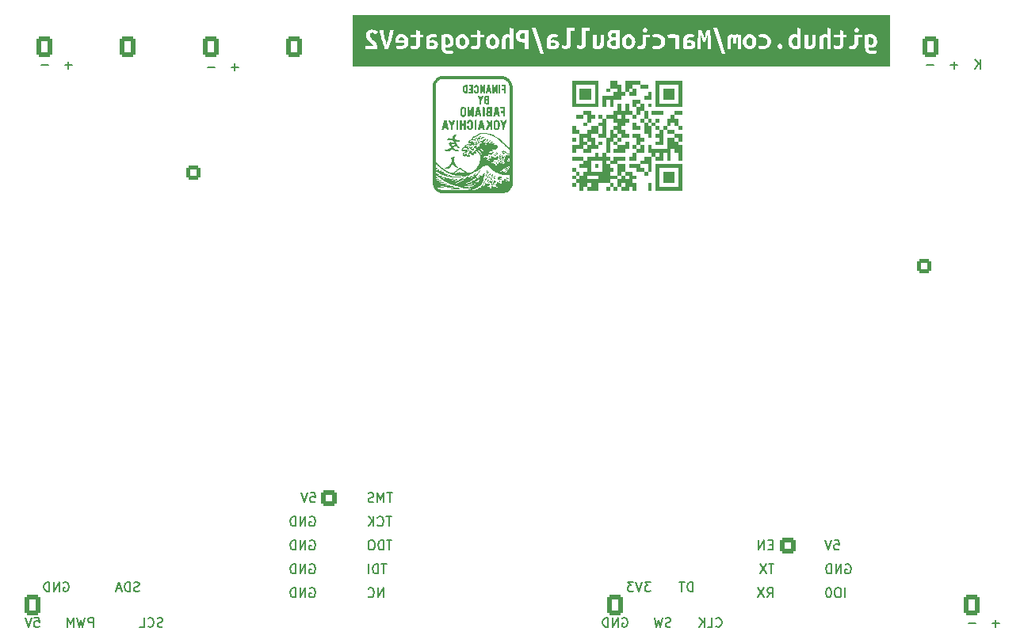
<source format=gbr>
%TF.GenerationSoftware,KiCad,Pcbnew,9.0.3*%
%TF.CreationDate,2025-08-16T18:04:06+00:00*%
%TF.ProjectId,board,626f6172-642e-46b6-9963-61645f706362,1.0*%
%TF.SameCoordinates,Original*%
%TF.FileFunction,Legend,Bot*%
%TF.FilePolarity,Positive*%
%FSLAX46Y46*%
G04 Gerber Fmt 4.6, Leading zero omitted, Abs format (unit mm)*
G04 Created by KiCad (PCBNEW 9.0.3) date 2025-08-16 18:04:06*
%MOMM*%
%LPD*%
G01*
G04 APERTURE LIST*
G04 Aperture macros list*
%AMRoundRect*
0 Rectangle with rounded corners*
0 $1 Rounding radius*
0 $2 $3 $4 $5 $6 $7 $8 $9 X,Y pos of 4 corners*
0 Add a 4 corners polygon primitive as box body*
4,1,4,$2,$3,$4,$5,$6,$7,$8,$9,$2,$3,0*
0 Add four circle primitives for the rounded corners*
1,1,$1+$1,$2,$3*
1,1,$1+$1,$4,$5*
1,1,$1+$1,$6,$7*
1,1,$1+$1,$8,$9*
0 Add four rect primitives between the rounded corners*
20,1,$1+$1,$2,$3,$4,$5,0*
20,1,$1+$1,$4,$5,$6,$7,0*
20,1,$1+$1,$6,$7,$8,$9,0*
20,1,$1+$1,$8,$9,$2,$3,0*%
G04 Aperture macros list end*
%ADD10C,0.150000*%
%ADD11C,0.000000*%
%ADD12R,3.000000X3.000000*%
%ADD13RoundRect,0.250000X-0.620000X-0.845000X0.620000X-0.845000X0.620000X0.845000X-0.620000X0.845000X0*%
%ADD14O,1.740000X2.190000*%
%ADD15C,1.400000*%
%ADD16RoundRect,0.250000X-0.600000X-0.600000X0.600000X-0.600000X0.600000X0.600000X-0.600000X0.600000X0*%
%ADD17C,1.700000*%
%ADD18C,1.440000*%
%ADD19C,1.300000*%
%ADD20C,1.800000*%
%ADD21C,1.600000*%
%ADD22R,1.905000X2.000000*%
%ADD23O,1.905000X2.000000*%
%ADD24R,2.000000X1.905000*%
%ADD25O,2.000000X1.905000*%
%ADD26R,1.050000X1.500000*%
%ADD27O,1.050000X1.500000*%
%ADD28C,1.200000*%
%ADD29R,1.500000X1.050000*%
%ADD30O,1.500000X1.050000*%
%ADD31R,1.800000X1.800000*%
%ADD32RoundRect,0.250000X-0.550000X-0.550000X0.550000X-0.550000X0.550000X0.550000X-0.550000X0.550000X0*%
%ADD33RoundRect,0.250000X-0.550000X0.550000X-0.550000X-0.550000X0.550000X-0.550000X0.550000X0.550000X0*%
G04 APERTURE END LIST*
D10*
X203580951Y-131518866D02*
X202819047Y-131518866D01*
X206120951Y-131518866D02*
X205359047Y-131518866D01*
X205739999Y-131899819D02*
X205739999Y-131137914D01*
X171037142Y-131852200D02*
X170894285Y-131899819D01*
X170894285Y-131899819D02*
X170656190Y-131899819D01*
X170656190Y-131899819D02*
X170560952Y-131852200D01*
X170560952Y-131852200D02*
X170513333Y-131804580D01*
X170513333Y-131804580D02*
X170465714Y-131709342D01*
X170465714Y-131709342D02*
X170465714Y-131614104D01*
X170465714Y-131614104D02*
X170513333Y-131518866D01*
X170513333Y-131518866D02*
X170560952Y-131471247D01*
X170560952Y-131471247D02*
X170656190Y-131423628D01*
X170656190Y-131423628D02*
X170846666Y-131376009D01*
X170846666Y-131376009D02*
X170941904Y-131328390D01*
X170941904Y-131328390D02*
X170989523Y-131280771D01*
X170989523Y-131280771D02*
X171037142Y-131185533D01*
X171037142Y-131185533D02*
X171037142Y-131090295D01*
X171037142Y-131090295D02*
X170989523Y-130995057D01*
X170989523Y-130995057D02*
X170941904Y-130947438D01*
X170941904Y-130947438D02*
X170846666Y-130899819D01*
X170846666Y-130899819D02*
X170608571Y-130899819D01*
X170608571Y-130899819D02*
X170465714Y-130947438D01*
X170132380Y-130899819D02*
X169894285Y-131899819D01*
X169894285Y-131899819D02*
X169703809Y-131185533D01*
X169703809Y-131185533D02*
X169513333Y-131899819D01*
X169513333Y-131899819D02*
X169275238Y-130899819D01*
X165861904Y-130947438D02*
X165957142Y-130899819D01*
X165957142Y-130899819D02*
X166099999Y-130899819D01*
X166099999Y-130899819D02*
X166242856Y-130947438D01*
X166242856Y-130947438D02*
X166338094Y-131042676D01*
X166338094Y-131042676D02*
X166385713Y-131137914D01*
X166385713Y-131137914D02*
X166433332Y-131328390D01*
X166433332Y-131328390D02*
X166433332Y-131471247D01*
X166433332Y-131471247D02*
X166385713Y-131661723D01*
X166385713Y-131661723D02*
X166338094Y-131756961D01*
X166338094Y-131756961D02*
X166242856Y-131852200D01*
X166242856Y-131852200D02*
X166099999Y-131899819D01*
X166099999Y-131899819D02*
X166004761Y-131899819D01*
X166004761Y-131899819D02*
X165861904Y-131852200D01*
X165861904Y-131852200D02*
X165814285Y-131804580D01*
X165814285Y-131804580D02*
X165814285Y-131471247D01*
X165814285Y-131471247D02*
X166004761Y-131471247D01*
X165385713Y-131899819D02*
X165385713Y-130899819D01*
X165385713Y-130899819D02*
X164814285Y-131899819D01*
X164814285Y-131899819D02*
X164814285Y-130899819D01*
X164338094Y-131899819D02*
X164338094Y-130899819D01*
X164338094Y-130899819D02*
X164099999Y-130899819D01*
X164099999Y-130899819D02*
X163957142Y-130947438D01*
X163957142Y-130947438D02*
X163861904Y-131042676D01*
X163861904Y-131042676D02*
X163814285Y-131137914D01*
X163814285Y-131137914D02*
X163766666Y-131328390D01*
X163766666Y-131328390D02*
X163766666Y-131471247D01*
X163766666Y-131471247D02*
X163814285Y-131661723D01*
X163814285Y-131661723D02*
X163861904Y-131756961D01*
X163861904Y-131756961D02*
X163957142Y-131852200D01*
X163957142Y-131852200D02*
X164099999Y-131899819D01*
X164099999Y-131899819D02*
X164338094Y-131899819D01*
X175855238Y-131804580D02*
X175902857Y-131852200D01*
X175902857Y-131852200D02*
X176045714Y-131899819D01*
X176045714Y-131899819D02*
X176140952Y-131899819D01*
X176140952Y-131899819D02*
X176283809Y-131852200D01*
X176283809Y-131852200D02*
X176379047Y-131756961D01*
X176379047Y-131756961D02*
X176426666Y-131661723D01*
X176426666Y-131661723D02*
X176474285Y-131471247D01*
X176474285Y-131471247D02*
X176474285Y-131328390D01*
X176474285Y-131328390D02*
X176426666Y-131137914D01*
X176426666Y-131137914D02*
X176379047Y-131042676D01*
X176379047Y-131042676D02*
X176283809Y-130947438D01*
X176283809Y-130947438D02*
X176140952Y-130899819D01*
X176140952Y-130899819D02*
X176045714Y-130899819D01*
X176045714Y-130899819D02*
X175902857Y-130947438D01*
X175902857Y-130947438D02*
X175855238Y-130995057D01*
X174950476Y-131899819D02*
X175426666Y-131899819D01*
X175426666Y-131899819D02*
X175426666Y-130899819D01*
X174617142Y-131899819D02*
X174617142Y-130899819D01*
X174045714Y-131899819D02*
X174474285Y-131328390D01*
X174045714Y-130899819D02*
X174617142Y-131471247D01*
X173362856Y-128089819D02*
X173362856Y-127089819D01*
X173362856Y-127089819D02*
X173124761Y-127089819D01*
X173124761Y-127089819D02*
X172981904Y-127137438D01*
X172981904Y-127137438D02*
X172886666Y-127232676D01*
X172886666Y-127232676D02*
X172839047Y-127327914D01*
X172839047Y-127327914D02*
X172791428Y-127518390D01*
X172791428Y-127518390D02*
X172791428Y-127661247D01*
X172791428Y-127661247D02*
X172839047Y-127851723D01*
X172839047Y-127851723D02*
X172886666Y-127946961D01*
X172886666Y-127946961D02*
X172981904Y-128042200D01*
X172981904Y-128042200D02*
X173124761Y-128089819D01*
X173124761Y-128089819D02*
X173362856Y-128089819D01*
X172505713Y-127089819D02*
X171934285Y-127089819D01*
X172219999Y-128089819D02*
X172219999Y-127089819D01*
X168878094Y-127089819D02*
X168259047Y-127089819D01*
X168259047Y-127089819D02*
X168592380Y-127470771D01*
X168592380Y-127470771D02*
X168449523Y-127470771D01*
X168449523Y-127470771D02*
X168354285Y-127518390D01*
X168354285Y-127518390D02*
X168306666Y-127566009D01*
X168306666Y-127566009D02*
X168259047Y-127661247D01*
X168259047Y-127661247D02*
X168259047Y-127899342D01*
X168259047Y-127899342D02*
X168306666Y-127994580D01*
X168306666Y-127994580D02*
X168354285Y-128042200D01*
X168354285Y-128042200D02*
X168449523Y-128089819D01*
X168449523Y-128089819D02*
X168735237Y-128089819D01*
X168735237Y-128089819D02*
X168830475Y-128042200D01*
X168830475Y-128042200D02*
X168878094Y-127994580D01*
X167973332Y-127089819D02*
X167639999Y-128089819D01*
X167639999Y-128089819D02*
X167306666Y-127089819D01*
X167068570Y-127089819D02*
X166449523Y-127089819D01*
X166449523Y-127089819D02*
X166782856Y-127470771D01*
X166782856Y-127470771D02*
X166639999Y-127470771D01*
X166639999Y-127470771D02*
X166544761Y-127518390D01*
X166544761Y-127518390D02*
X166497142Y-127566009D01*
X166497142Y-127566009D02*
X166449523Y-127661247D01*
X166449523Y-127661247D02*
X166449523Y-127899342D01*
X166449523Y-127899342D02*
X166497142Y-127994580D01*
X166497142Y-127994580D02*
X166544761Y-128042200D01*
X166544761Y-128042200D02*
X166639999Y-128089819D01*
X166639999Y-128089819D02*
X166925713Y-128089819D01*
X166925713Y-128089819D02*
X167020951Y-128042200D01*
X167020951Y-128042200D02*
X167068570Y-127994580D01*
X103060476Y-130899819D02*
X103536666Y-130899819D01*
X103536666Y-130899819D02*
X103584285Y-131376009D01*
X103584285Y-131376009D02*
X103536666Y-131328390D01*
X103536666Y-131328390D02*
X103441428Y-131280771D01*
X103441428Y-131280771D02*
X103203333Y-131280771D01*
X103203333Y-131280771D02*
X103108095Y-131328390D01*
X103108095Y-131328390D02*
X103060476Y-131376009D01*
X103060476Y-131376009D02*
X103012857Y-131471247D01*
X103012857Y-131471247D02*
X103012857Y-131709342D01*
X103012857Y-131709342D02*
X103060476Y-131804580D01*
X103060476Y-131804580D02*
X103108095Y-131852200D01*
X103108095Y-131852200D02*
X103203333Y-131899819D01*
X103203333Y-131899819D02*
X103441428Y-131899819D01*
X103441428Y-131899819D02*
X103536666Y-131852200D01*
X103536666Y-131852200D02*
X103584285Y-131804580D01*
X102727142Y-130899819D02*
X102393809Y-131899819D01*
X102393809Y-131899819D02*
X102060476Y-130899819D01*
X106171904Y-127137438D02*
X106267142Y-127089819D01*
X106267142Y-127089819D02*
X106409999Y-127089819D01*
X106409999Y-127089819D02*
X106552856Y-127137438D01*
X106552856Y-127137438D02*
X106648094Y-127232676D01*
X106648094Y-127232676D02*
X106695713Y-127327914D01*
X106695713Y-127327914D02*
X106743332Y-127518390D01*
X106743332Y-127518390D02*
X106743332Y-127661247D01*
X106743332Y-127661247D02*
X106695713Y-127851723D01*
X106695713Y-127851723D02*
X106648094Y-127946961D01*
X106648094Y-127946961D02*
X106552856Y-128042200D01*
X106552856Y-128042200D02*
X106409999Y-128089819D01*
X106409999Y-128089819D02*
X106314761Y-128089819D01*
X106314761Y-128089819D02*
X106171904Y-128042200D01*
X106171904Y-128042200D02*
X106124285Y-127994580D01*
X106124285Y-127994580D02*
X106124285Y-127661247D01*
X106124285Y-127661247D02*
X106314761Y-127661247D01*
X105695713Y-128089819D02*
X105695713Y-127089819D01*
X105695713Y-127089819D02*
X105124285Y-128089819D01*
X105124285Y-128089819D02*
X105124285Y-127089819D01*
X104648094Y-128089819D02*
X104648094Y-127089819D01*
X104648094Y-127089819D02*
X104409999Y-127089819D01*
X104409999Y-127089819D02*
X104267142Y-127137438D01*
X104267142Y-127137438D02*
X104171904Y-127232676D01*
X104171904Y-127232676D02*
X104124285Y-127327914D01*
X104124285Y-127327914D02*
X104076666Y-127518390D01*
X104076666Y-127518390D02*
X104076666Y-127661247D01*
X104076666Y-127661247D02*
X104124285Y-127851723D01*
X104124285Y-127851723D02*
X104171904Y-127946961D01*
X104171904Y-127946961D02*
X104267142Y-128042200D01*
X104267142Y-128042200D02*
X104409999Y-128089819D01*
X104409999Y-128089819D02*
X104648094Y-128089819D01*
X109354761Y-131899819D02*
X109354761Y-130899819D01*
X109354761Y-130899819D02*
X108973809Y-130899819D01*
X108973809Y-130899819D02*
X108878571Y-130947438D01*
X108878571Y-130947438D02*
X108830952Y-130995057D01*
X108830952Y-130995057D02*
X108783333Y-131090295D01*
X108783333Y-131090295D02*
X108783333Y-131233152D01*
X108783333Y-131233152D02*
X108830952Y-131328390D01*
X108830952Y-131328390D02*
X108878571Y-131376009D01*
X108878571Y-131376009D02*
X108973809Y-131423628D01*
X108973809Y-131423628D02*
X109354761Y-131423628D01*
X108449999Y-130899819D02*
X108211904Y-131899819D01*
X108211904Y-131899819D02*
X108021428Y-131185533D01*
X108021428Y-131185533D02*
X107830952Y-131899819D01*
X107830952Y-131899819D02*
X107592857Y-130899819D01*
X107211904Y-131899819D02*
X107211904Y-130899819D01*
X107211904Y-130899819D02*
X106878571Y-131614104D01*
X106878571Y-131614104D02*
X106545238Y-130899819D01*
X106545238Y-130899819D02*
X106545238Y-131899819D01*
X114244285Y-128042200D02*
X114101428Y-128089819D01*
X114101428Y-128089819D02*
X113863333Y-128089819D01*
X113863333Y-128089819D02*
X113768095Y-128042200D01*
X113768095Y-128042200D02*
X113720476Y-127994580D01*
X113720476Y-127994580D02*
X113672857Y-127899342D01*
X113672857Y-127899342D02*
X113672857Y-127804104D01*
X113672857Y-127804104D02*
X113720476Y-127708866D01*
X113720476Y-127708866D02*
X113768095Y-127661247D01*
X113768095Y-127661247D02*
X113863333Y-127613628D01*
X113863333Y-127613628D02*
X114053809Y-127566009D01*
X114053809Y-127566009D02*
X114149047Y-127518390D01*
X114149047Y-127518390D02*
X114196666Y-127470771D01*
X114196666Y-127470771D02*
X114244285Y-127375533D01*
X114244285Y-127375533D02*
X114244285Y-127280295D01*
X114244285Y-127280295D02*
X114196666Y-127185057D01*
X114196666Y-127185057D02*
X114149047Y-127137438D01*
X114149047Y-127137438D02*
X114053809Y-127089819D01*
X114053809Y-127089819D02*
X113815714Y-127089819D01*
X113815714Y-127089819D02*
X113672857Y-127137438D01*
X113244285Y-128089819D02*
X113244285Y-127089819D01*
X113244285Y-127089819D02*
X113006190Y-127089819D01*
X113006190Y-127089819D02*
X112863333Y-127137438D01*
X112863333Y-127137438D02*
X112768095Y-127232676D01*
X112768095Y-127232676D02*
X112720476Y-127327914D01*
X112720476Y-127327914D02*
X112672857Y-127518390D01*
X112672857Y-127518390D02*
X112672857Y-127661247D01*
X112672857Y-127661247D02*
X112720476Y-127851723D01*
X112720476Y-127851723D02*
X112768095Y-127946961D01*
X112768095Y-127946961D02*
X112863333Y-128042200D01*
X112863333Y-128042200D02*
X113006190Y-128089819D01*
X113006190Y-128089819D02*
X113244285Y-128089819D01*
X112291904Y-127804104D02*
X111815714Y-127804104D01*
X112387142Y-128089819D02*
X112053809Y-127089819D01*
X112053809Y-127089819D02*
X111720476Y-128089819D01*
X116760475Y-131852200D02*
X116617618Y-131899819D01*
X116617618Y-131899819D02*
X116379523Y-131899819D01*
X116379523Y-131899819D02*
X116284285Y-131852200D01*
X116284285Y-131852200D02*
X116236666Y-131804580D01*
X116236666Y-131804580D02*
X116189047Y-131709342D01*
X116189047Y-131709342D02*
X116189047Y-131614104D01*
X116189047Y-131614104D02*
X116236666Y-131518866D01*
X116236666Y-131518866D02*
X116284285Y-131471247D01*
X116284285Y-131471247D02*
X116379523Y-131423628D01*
X116379523Y-131423628D02*
X116569999Y-131376009D01*
X116569999Y-131376009D02*
X116665237Y-131328390D01*
X116665237Y-131328390D02*
X116712856Y-131280771D01*
X116712856Y-131280771D02*
X116760475Y-131185533D01*
X116760475Y-131185533D02*
X116760475Y-131090295D01*
X116760475Y-131090295D02*
X116712856Y-130995057D01*
X116712856Y-130995057D02*
X116665237Y-130947438D01*
X116665237Y-130947438D02*
X116569999Y-130899819D01*
X116569999Y-130899819D02*
X116331904Y-130899819D01*
X116331904Y-130899819D02*
X116189047Y-130947438D01*
X115189047Y-131804580D02*
X115236666Y-131852200D01*
X115236666Y-131852200D02*
X115379523Y-131899819D01*
X115379523Y-131899819D02*
X115474761Y-131899819D01*
X115474761Y-131899819D02*
X115617618Y-131852200D01*
X115617618Y-131852200D02*
X115712856Y-131756961D01*
X115712856Y-131756961D02*
X115760475Y-131661723D01*
X115760475Y-131661723D02*
X115808094Y-131471247D01*
X115808094Y-131471247D02*
X115808094Y-131328390D01*
X115808094Y-131328390D02*
X115760475Y-131137914D01*
X115760475Y-131137914D02*
X115712856Y-131042676D01*
X115712856Y-131042676D02*
X115617618Y-130947438D01*
X115617618Y-130947438D02*
X115474761Y-130899819D01*
X115474761Y-130899819D02*
X115379523Y-130899819D01*
X115379523Y-130899819D02*
X115236666Y-130947438D01*
X115236666Y-130947438D02*
X115189047Y-130995057D01*
X114284285Y-131899819D02*
X114760475Y-131899819D01*
X114760475Y-131899819D02*
X114760475Y-130899819D01*
X107060951Y-71828866D02*
X106299047Y-71828866D01*
X106679999Y-72209819D02*
X106679999Y-71447914D01*
X104520951Y-71828866D02*
X103759047Y-71828866D01*
X122300951Y-72035770D02*
X121539047Y-72035770D01*
X124840951Y-72035770D02*
X124079047Y-72035770D01*
X124459999Y-72416723D02*
X124459999Y-71654818D01*
X199135951Y-71828866D02*
X198374047Y-71828866D01*
X201675951Y-71828866D02*
X200914047Y-71828866D01*
X201294999Y-72209819D02*
X201294999Y-71447914D01*
X204096904Y-72209819D02*
X204096904Y-71209819D01*
X203525476Y-72209819D02*
X203954047Y-71638390D01*
X203525476Y-71209819D02*
X204096904Y-71781247D01*
X141290588Y-117564819D02*
X140719160Y-117564819D01*
X141004874Y-118564819D02*
X141004874Y-117564819D01*
X140385826Y-118564819D02*
X140385826Y-117564819D01*
X140385826Y-117564819D02*
X140052493Y-118279104D01*
X140052493Y-118279104D02*
X139719160Y-117564819D01*
X139719160Y-117564819D02*
X139719160Y-118564819D01*
X139290588Y-118517200D02*
X139147731Y-118564819D01*
X139147731Y-118564819D02*
X138909636Y-118564819D01*
X138909636Y-118564819D02*
X138814398Y-118517200D01*
X138814398Y-118517200D02*
X138766779Y-118469580D01*
X138766779Y-118469580D02*
X138719160Y-118374342D01*
X138719160Y-118374342D02*
X138719160Y-118279104D01*
X138719160Y-118279104D02*
X138766779Y-118183866D01*
X138766779Y-118183866D02*
X138814398Y-118136247D01*
X138814398Y-118136247D02*
X138909636Y-118088628D01*
X138909636Y-118088628D02*
X139100112Y-118041009D01*
X139100112Y-118041009D02*
X139195350Y-117993390D01*
X139195350Y-117993390D02*
X139242969Y-117945771D01*
X139242969Y-117945771D02*
X139290588Y-117850533D01*
X139290588Y-117850533D02*
X139290588Y-117755295D01*
X139290588Y-117755295D02*
X139242969Y-117660057D01*
X139242969Y-117660057D02*
X139195350Y-117612438D01*
X139195350Y-117612438D02*
X139100112Y-117564819D01*
X139100112Y-117564819D02*
X138862017Y-117564819D01*
X138862017Y-117564819D02*
X138719160Y-117612438D01*
X181908220Y-123121009D02*
X181574887Y-123121009D01*
X181432030Y-123644819D02*
X181908220Y-123644819D01*
X181908220Y-123644819D02*
X181908220Y-122644819D01*
X181908220Y-122644819D02*
X181432030Y-122644819D01*
X181003458Y-123644819D02*
X181003458Y-122644819D01*
X181003458Y-122644819D02*
X180432030Y-123644819D01*
X180432030Y-123644819D02*
X180432030Y-122644819D01*
X132537030Y-117564819D02*
X133013220Y-117564819D01*
X133013220Y-117564819D02*
X133060839Y-118041009D01*
X133060839Y-118041009D02*
X133013220Y-117993390D01*
X133013220Y-117993390D02*
X132917982Y-117945771D01*
X132917982Y-117945771D02*
X132679887Y-117945771D01*
X132679887Y-117945771D02*
X132584649Y-117993390D01*
X132584649Y-117993390D02*
X132537030Y-118041009D01*
X132537030Y-118041009D02*
X132489411Y-118136247D01*
X132489411Y-118136247D02*
X132489411Y-118374342D01*
X132489411Y-118374342D02*
X132537030Y-118469580D01*
X132537030Y-118469580D02*
X132584649Y-118517200D01*
X132584649Y-118517200D02*
X132679887Y-118564819D01*
X132679887Y-118564819D02*
X132917982Y-118564819D01*
X132917982Y-118564819D02*
X133013220Y-118517200D01*
X133013220Y-118517200D02*
X133060839Y-118469580D01*
X132203696Y-117564819D02*
X131870363Y-118564819D01*
X131870363Y-118564819D02*
X131537030Y-117564819D01*
X132489411Y-120152438D02*
X132584649Y-120104819D01*
X132584649Y-120104819D02*
X132727506Y-120104819D01*
X132727506Y-120104819D02*
X132870363Y-120152438D01*
X132870363Y-120152438D02*
X132965601Y-120247676D01*
X132965601Y-120247676D02*
X133013220Y-120342914D01*
X133013220Y-120342914D02*
X133060839Y-120533390D01*
X133060839Y-120533390D02*
X133060839Y-120676247D01*
X133060839Y-120676247D02*
X133013220Y-120866723D01*
X133013220Y-120866723D02*
X132965601Y-120961961D01*
X132965601Y-120961961D02*
X132870363Y-121057200D01*
X132870363Y-121057200D02*
X132727506Y-121104819D01*
X132727506Y-121104819D02*
X132632268Y-121104819D01*
X132632268Y-121104819D02*
X132489411Y-121057200D01*
X132489411Y-121057200D02*
X132441792Y-121009580D01*
X132441792Y-121009580D02*
X132441792Y-120676247D01*
X132441792Y-120676247D02*
X132632268Y-120676247D01*
X132013220Y-121104819D02*
X132013220Y-120104819D01*
X132013220Y-120104819D02*
X131441792Y-121104819D01*
X131441792Y-121104819D02*
X131441792Y-120104819D01*
X130965601Y-121104819D02*
X130965601Y-120104819D01*
X130965601Y-120104819D02*
X130727506Y-120104819D01*
X130727506Y-120104819D02*
X130584649Y-120152438D01*
X130584649Y-120152438D02*
X130489411Y-120247676D01*
X130489411Y-120247676D02*
X130441792Y-120342914D01*
X130441792Y-120342914D02*
X130394173Y-120533390D01*
X130394173Y-120533390D02*
X130394173Y-120676247D01*
X130394173Y-120676247D02*
X130441792Y-120866723D01*
X130441792Y-120866723D02*
X130489411Y-120961961D01*
X130489411Y-120961961D02*
X130584649Y-121057200D01*
X130584649Y-121057200D02*
X130727506Y-121104819D01*
X130727506Y-121104819D02*
X130965601Y-121104819D01*
X189709398Y-125232438D02*
X189804636Y-125184819D01*
X189804636Y-125184819D02*
X189947493Y-125184819D01*
X189947493Y-125184819D02*
X190090350Y-125232438D01*
X190090350Y-125232438D02*
X190185588Y-125327676D01*
X190185588Y-125327676D02*
X190233207Y-125422914D01*
X190233207Y-125422914D02*
X190280826Y-125613390D01*
X190280826Y-125613390D02*
X190280826Y-125756247D01*
X190280826Y-125756247D02*
X190233207Y-125946723D01*
X190233207Y-125946723D02*
X190185588Y-126041961D01*
X190185588Y-126041961D02*
X190090350Y-126137200D01*
X190090350Y-126137200D02*
X189947493Y-126184819D01*
X189947493Y-126184819D02*
X189852255Y-126184819D01*
X189852255Y-126184819D02*
X189709398Y-126137200D01*
X189709398Y-126137200D02*
X189661779Y-126089580D01*
X189661779Y-126089580D02*
X189661779Y-125756247D01*
X189661779Y-125756247D02*
X189852255Y-125756247D01*
X189233207Y-126184819D02*
X189233207Y-125184819D01*
X189233207Y-125184819D02*
X188661779Y-126184819D01*
X188661779Y-126184819D02*
X188661779Y-125184819D01*
X188185588Y-126184819D02*
X188185588Y-125184819D01*
X188185588Y-125184819D02*
X187947493Y-125184819D01*
X187947493Y-125184819D02*
X187804636Y-125232438D01*
X187804636Y-125232438D02*
X187709398Y-125327676D01*
X187709398Y-125327676D02*
X187661779Y-125422914D01*
X187661779Y-125422914D02*
X187614160Y-125613390D01*
X187614160Y-125613390D02*
X187614160Y-125756247D01*
X187614160Y-125756247D02*
X187661779Y-125946723D01*
X187661779Y-125946723D02*
X187709398Y-126041961D01*
X187709398Y-126041961D02*
X187804636Y-126137200D01*
X187804636Y-126137200D02*
X187947493Y-126184819D01*
X187947493Y-126184819D02*
X188185588Y-126184819D01*
X181336792Y-128724819D02*
X181670125Y-128248628D01*
X181908220Y-128724819D02*
X181908220Y-127724819D01*
X181908220Y-127724819D02*
X181527268Y-127724819D01*
X181527268Y-127724819D02*
X181432030Y-127772438D01*
X181432030Y-127772438D02*
X181384411Y-127820057D01*
X181384411Y-127820057D02*
X181336792Y-127915295D01*
X181336792Y-127915295D02*
X181336792Y-128058152D01*
X181336792Y-128058152D02*
X181384411Y-128153390D01*
X181384411Y-128153390D02*
X181432030Y-128201009D01*
X181432030Y-128201009D02*
X181527268Y-128248628D01*
X181527268Y-128248628D02*
X181908220Y-128248628D01*
X181003458Y-127724819D02*
X180336792Y-128724819D01*
X180336792Y-127724819D02*
X181003458Y-128724819D01*
X141195350Y-120104819D02*
X140623922Y-120104819D01*
X140909636Y-121104819D02*
X140909636Y-120104819D01*
X139719160Y-121009580D02*
X139766779Y-121057200D01*
X139766779Y-121057200D02*
X139909636Y-121104819D01*
X139909636Y-121104819D02*
X140004874Y-121104819D01*
X140004874Y-121104819D02*
X140147731Y-121057200D01*
X140147731Y-121057200D02*
X140242969Y-120961961D01*
X140242969Y-120961961D02*
X140290588Y-120866723D01*
X140290588Y-120866723D02*
X140338207Y-120676247D01*
X140338207Y-120676247D02*
X140338207Y-120533390D01*
X140338207Y-120533390D02*
X140290588Y-120342914D01*
X140290588Y-120342914D02*
X140242969Y-120247676D01*
X140242969Y-120247676D02*
X140147731Y-120152438D01*
X140147731Y-120152438D02*
X140004874Y-120104819D01*
X140004874Y-120104819D02*
X139909636Y-120104819D01*
X139909636Y-120104819D02*
X139766779Y-120152438D01*
X139766779Y-120152438D02*
X139719160Y-120200057D01*
X139290588Y-121104819D02*
X139290588Y-120104819D01*
X138719160Y-121104819D02*
X139147731Y-120533390D01*
X138719160Y-120104819D02*
X139290588Y-120676247D01*
X140671540Y-125184819D02*
X140100112Y-125184819D01*
X140385826Y-126184819D02*
X140385826Y-125184819D01*
X139766778Y-126184819D02*
X139766778Y-125184819D01*
X139766778Y-125184819D02*
X139528683Y-125184819D01*
X139528683Y-125184819D02*
X139385826Y-125232438D01*
X139385826Y-125232438D02*
X139290588Y-125327676D01*
X139290588Y-125327676D02*
X139242969Y-125422914D01*
X139242969Y-125422914D02*
X139195350Y-125613390D01*
X139195350Y-125613390D02*
X139195350Y-125756247D01*
X139195350Y-125756247D02*
X139242969Y-125946723D01*
X139242969Y-125946723D02*
X139290588Y-126041961D01*
X139290588Y-126041961D02*
X139385826Y-126137200D01*
X139385826Y-126137200D02*
X139528683Y-126184819D01*
X139528683Y-126184819D02*
X139766778Y-126184819D01*
X138766778Y-126184819D02*
X138766778Y-125184819D01*
X132489411Y-127772438D02*
X132584649Y-127724819D01*
X132584649Y-127724819D02*
X132727506Y-127724819D01*
X132727506Y-127724819D02*
X132870363Y-127772438D01*
X132870363Y-127772438D02*
X132965601Y-127867676D01*
X132965601Y-127867676D02*
X133013220Y-127962914D01*
X133013220Y-127962914D02*
X133060839Y-128153390D01*
X133060839Y-128153390D02*
X133060839Y-128296247D01*
X133060839Y-128296247D02*
X133013220Y-128486723D01*
X133013220Y-128486723D02*
X132965601Y-128581961D01*
X132965601Y-128581961D02*
X132870363Y-128677200D01*
X132870363Y-128677200D02*
X132727506Y-128724819D01*
X132727506Y-128724819D02*
X132632268Y-128724819D01*
X132632268Y-128724819D02*
X132489411Y-128677200D01*
X132489411Y-128677200D02*
X132441792Y-128629580D01*
X132441792Y-128629580D02*
X132441792Y-128296247D01*
X132441792Y-128296247D02*
X132632268Y-128296247D01*
X132013220Y-128724819D02*
X132013220Y-127724819D01*
X132013220Y-127724819D02*
X131441792Y-128724819D01*
X131441792Y-128724819D02*
X131441792Y-127724819D01*
X130965601Y-128724819D02*
X130965601Y-127724819D01*
X130965601Y-127724819D02*
X130727506Y-127724819D01*
X130727506Y-127724819D02*
X130584649Y-127772438D01*
X130584649Y-127772438D02*
X130489411Y-127867676D01*
X130489411Y-127867676D02*
X130441792Y-127962914D01*
X130441792Y-127962914D02*
X130394173Y-128153390D01*
X130394173Y-128153390D02*
X130394173Y-128296247D01*
X130394173Y-128296247D02*
X130441792Y-128486723D01*
X130441792Y-128486723D02*
X130489411Y-128581961D01*
X130489411Y-128581961D02*
X130584649Y-128677200D01*
X130584649Y-128677200D02*
X130727506Y-128724819D01*
X130727506Y-128724819D02*
X130965601Y-128724819D01*
X188518922Y-122644819D02*
X188995112Y-122644819D01*
X188995112Y-122644819D02*
X189042731Y-123121009D01*
X189042731Y-123121009D02*
X188995112Y-123073390D01*
X188995112Y-123073390D02*
X188899874Y-123025771D01*
X188899874Y-123025771D02*
X188661779Y-123025771D01*
X188661779Y-123025771D02*
X188566541Y-123073390D01*
X188566541Y-123073390D02*
X188518922Y-123121009D01*
X188518922Y-123121009D02*
X188471303Y-123216247D01*
X188471303Y-123216247D02*
X188471303Y-123454342D01*
X188471303Y-123454342D02*
X188518922Y-123549580D01*
X188518922Y-123549580D02*
X188566541Y-123597200D01*
X188566541Y-123597200D02*
X188661779Y-123644819D01*
X188661779Y-123644819D02*
X188899874Y-123644819D01*
X188899874Y-123644819D02*
X188995112Y-123597200D01*
X188995112Y-123597200D02*
X189042731Y-123549580D01*
X188185588Y-122644819D02*
X187852255Y-123644819D01*
X187852255Y-123644819D02*
X187518922Y-122644819D01*
X182051077Y-125184819D02*
X181479649Y-125184819D01*
X181765363Y-126184819D02*
X181765363Y-125184819D01*
X181241553Y-125184819D02*
X180574887Y-126184819D01*
X180574887Y-125184819D02*
X181241553Y-126184819D01*
X132489411Y-122692438D02*
X132584649Y-122644819D01*
X132584649Y-122644819D02*
X132727506Y-122644819D01*
X132727506Y-122644819D02*
X132870363Y-122692438D01*
X132870363Y-122692438D02*
X132965601Y-122787676D01*
X132965601Y-122787676D02*
X133013220Y-122882914D01*
X133013220Y-122882914D02*
X133060839Y-123073390D01*
X133060839Y-123073390D02*
X133060839Y-123216247D01*
X133060839Y-123216247D02*
X133013220Y-123406723D01*
X133013220Y-123406723D02*
X132965601Y-123501961D01*
X132965601Y-123501961D02*
X132870363Y-123597200D01*
X132870363Y-123597200D02*
X132727506Y-123644819D01*
X132727506Y-123644819D02*
X132632268Y-123644819D01*
X132632268Y-123644819D02*
X132489411Y-123597200D01*
X132489411Y-123597200D02*
X132441792Y-123549580D01*
X132441792Y-123549580D02*
X132441792Y-123216247D01*
X132441792Y-123216247D02*
X132632268Y-123216247D01*
X132013220Y-123644819D02*
X132013220Y-122644819D01*
X132013220Y-122644819D02*
X131441792Y-123644819D01*
X131441792Y-123644819D02*
X131441792Y-122644819D01*
X130965601Y-123644819D02*
X130965601Y-122644819D01*
X130965601Y-122644819D02*
X130727506Y-122644819D01*
X130727506Y-122644819D02*
X130584649Y-122692438D01*
X130584649Y-122692438D02*
X130489411Y-122787676D01*
X130489411Y-122787676D02*
X130441792Y-122882914D01*
X130441792Y-122882914D02*
X130394173Y-123073390D01*
X130394173Y-123073390D02*
X130394173Y-123216247D01*
X130394173Y-123216247D02*
X130441792Y-123406723D01*
X130441792Y-123406723D02*
X130489411Y-123501961D01*
X130489411Y-123501961D02*
X130584649Y-123597200D01*
X130584649Y-123597200D02*
X130727506Y-123644819D01*
X130727506Y-123644819D02*
X130965601Y-123644819D01*
X140338207Y-128724819D02*
X140338207Y-127724819D01*
X140338207Y-127724819D02*
X139766779Y-128724819D01*
X139766779Y-128724819D02*
X139766779Y-127724819D01*
X138719160Y-128629580D02*
X138766779Y-128677200D01*
X138766779Y-128677200D02*
X138909636Y-128724819D01*
X138909636Y-128724819D02*
X139004874Y-128724819D01*
X139004874Y-128724819D02*
X139147731Y-128677200D01*
X139147731Y-128677200D02*
X139242969Y-128581961D01*
X139242969Y-128581961D02*
X139290588Y-128486723D01*
X139290588Y-128486723D02*
X139338207Y-128296247D01*
X139338207Y-128296247D02*
X139338207Y-128153390D01*
X139338207Y-128153390D02*
X139290588Y-127962914D01*
X139290588Y-127962914D02*
X139242969Y-127867676D01*
X139242969Y-127867676D02*
X139147731Y-127772438D01*
X139147731Y-127772438D02*
X139004874Y-127724819D01*
X139004874Y-127724819D02*
X138909636Y-127724819D01*
X138909636Y-127724819D02*
X138766779Y-127772438D01*
X138766779Y-127772438D02*
X138719160Y-127820057D01*
X132489411Y-125232438D02*
X132584649Y-125184819D01*
X132584649Y-125184819D02*
X132727506Y-125184819D01*
X132727506Y-125184819D02*
X132870363Y-125232438D01*
X132870363Y-125232438D02*
X132965601Y-125327676D01*
X132965601Y-125327676D02*
X133013220Y-125422914D01*
X133013220Y-125422914D02*
X133060839Y-125613390D01*
X133060839Y-125613390D02*
X133060839Y-125756247D01*
X133060839Y-125756247D02*
X133013220Y-125946723D01*
X133013220Y-125946723D02*
X132965601Y-126041961D01*
X132965601Y-126041961D02*
X132870363Y-126137200D01*
X132870363Y-126137200D02*
X132727506Y-126184819D01*
X132727506Y-126184819D02*
X132632268Y-126184819D01*
X132632268Y-126184819D02*
X132489411Y-126137200D01*
X132489411Y-126137200D02*
X132441792Y-126089580D01*
X132441792Y-126089580D02*
X132441792Y-125756247D01*
X132441792Y-125756247D02*
X132632268Y-125756247D01*
X132013220Y-126184819D02*
X132013220Y-125184819D01*
X132013220Y-125184819D02*
X131441792Y-126184819D01*
X131441792Y-126184819D02*
X131441792Y-125184819D01*
X130965601Y-126184819D02*
X130965601Y-125184819D01*
X130965601Y-125184819D02*
X130727506Y-125184819D01*
X130727506Y-125184819D02*
X130584649Y-125232438D01*
X130584649Y-125232438D02*
X130489411Y-125327676D01*
X130489411Y-125327676D02*
X130441792Y-125422914D01*
X130441792Y-125422914D02*
X130394173Y-125613390D01*
X130394173Y-125613390D02*
X130394173Y-125756247D01*
X130394173Y-125756247D02*
X130441792Y-125946723D01*
X130441792Y-125946723D02*
X130489411Y-126041961D01*
X130489411Y-126041961D02*
X130584649Y-126137200D01*
X130584649Y-126137200D02*
X130727506Y-126184819D01*
X130727506Y-126184819D02*
X130965601Y-126184819D01*
X141242969Y-122644819D02*
X140671541Y-122644819D01*
X140957255Y-123644819D02*
X140957255Y-122644819D01*
X140338207Y-123644819D02*
X140338207Y-122644819D01*
X140338207Y-122644819D02*
X140100112Y-122644819D01*
X140100112Y-122644819D02*
X139957255Y-122692438D01*
X139957255Y-122692438D02*
X139862017Y-122787676D01*
X139862017Y-122787676D02*
X139814398Y-122882914D01*
X139814398Y-122882914D02*
X139766779Y-123073390D01*
X139766779Y-123073390D02*
X139766779Y-123216247D01*
X139766779Y-123216247D02*
X139814398Y-123406723D01*
X139814398Y-123406723D02*
X139862017Y-123501961D01*
X139862017Y-123501961D02*
X139957255Y-123597200D01*
X139957255Y-123597200D02*
X140100112Y-123644819D01*
X140100112Y-123644819D02*
X140338207Y-123644819D01*
X139147731Y-122644819D02*
X138957255Y-122644819D01*
X138957255Y-122644819D02*
X138862017Y-122692438D01*
X138862017Y-122692438D02*
X138766779Y-122787676D01*
X138766779Y-122787676D02*
X138719160Y-122978152D01*
X138719160Y-122978152D02*
X138719160Y-123311485D01*
X138719160Y-123311485D02*
X138766779Y-123501961D01*
X138766779Y-123501961D02*
X138862017Y-123597200D01*
X138862017Y-123597200D02*
X138957255Y-123644819D01*
X138957255Y-123644819D02*
X139147731Y-123644819D01*
X139147731Y-123644819D02*
X139242969Y-123597200D01*
X139242969Y-123597200D02*
X139338207Y-123501961D01*
X139338207Y-123501961D02*
X139385826Y-123311485D01*
X139385826Y-123311485D02*
X139385826Y-122978152D01*
X139385826Y-122978152D02*
X139338207Y-122787676D01*
X139338207Y-122787676D02*
X139242969Y-122692438D01*
X139242969Y-122692438D02*
X139147731Y-122644819D01*
X189661778Y-128724819D02*
X189661778Y-127724819D01*
X188995112Y-127724819D02*
X188804636Y-127724819D01*
X188804636Y-127724819D02*
X188709398Y-127772438D01*
X188709398Y-127772438D02*
X188614160Y-127867676D01*
X188614160Y-127867676D02*
X188566541Y-128058152D01*
X188566541Y-128058152D02*
X188566541Y-128391485D01*
X188566541Y-128391485D02*
X188614160Y-128581961D01*
X188614160Y-128581961D02*
X188709398Y-128677200D01*
X188709398Y-128677200D02*
X188804636Y-128724819D01*
X188804636Y-128724819D02*
X188995112Y-128724819D01*
X188995112Y-128724819D02*
X189090350Y-128677200D01*
X189090350Y-128677200D02*
X189185588Y-128581961D01*
X189185588Y-128581961D02*
X189233207Y-128391485D01*
X189233207Y-128391485D02*
X189233207Y-128058152D01*
X189233207Y-128058152D02*
X189185588Y-127867676D01*
X189185588Y-127867676D02*
X189090350Y-127772438D01*
X189090350Y-127772438D02*
X188995112Y-127724819D01*
X187947493Y-127724819D02*
X187852255Y-127724819D01*
X187852255Y-127724819D02*
X187757017Y-127772438D01*
X187757017Y-127772438D02*
X187709398Y-127820057D01*
X187709398Y-127820057D02*
X187661779Y-127915295D01*
X187661779Y-127915295D02*
X187614160Y-128105771D01*
X187614160Y-128105771D02*
X187614160Y-128343866D01*
X187614160Y-128343866D02*
X187661779Y-128534342D01*
X187661779Y-128534342D02*
X187709398Y-128629580D01*
X187709398Y-128629580D02*
X187757017Y-128677200D01*
X187757017Y-128677200D02*
X187852255Y-128724819D01*
X187852255Y-128724819D02*
X187947493Y-128724819D01*
X187947493Y-128724819D02*
X188042731Y-128677200D01*
X188042731Y-128677200D02*
X188090350Y-128629580D01*
X188090350Y-128629580D02*
X188137969Y-128534342D01*
X188137969Y-128534342D02*
X188185588Y-128343866D01*
X188185588Y-128343866D02*
X188185588Y-128105771D01*
X188185588Y-128105771D02*
X188137969Y-127915295D01*
X188137969Y-127915295D02*
X188090350Y-127820057D01*
X188090350Y-127820057D02*
X188042731Y-127772438D01*
X188042731Y-127772438D02*
X187947493Y-127724819D01*
D11*
%TO.C,G\u002A\u002A\u002A*%
G36*
X147681462Y-73059192D02*
G01*
X147676577Y-73064077D01*
X147671693Y-73059192D01*
X147676577Y-73054307D01*
X147681462Y-73059192D01*
G37*
G36*
X148707231Y-75804346D02*
G01*
X148702346Y-75809231D01*
X148697462Y-75804346D01*
X148702346Y-75799461D01*
X148707231Y-75804346D01*
G37*
G36*
X150422670Y-83234558D02*
G01*
X150415730Y-83244305D01*
X150408737Y-83247900D01*
X150398529Y-83247228D01*
X150401889Y-83234336D01*
X150405159Y-83230774D01*
X150418565Y-83230023D01*
X150422670Y-83234558D01*
G37*
G36*
X148420029Y-79561065D02*
G01*
X148428808Y-79570384D01*
X148430335Y-79574169D01*
X148424500Y-79580154D01*
X148421664Y-79579778D01*
X148414154Y-79570384D01*
X148414266Y-79568173D01*
X148418462Y-79560615D01*
X148420029Y-79561065D01*
G37*
G36*
X149698361Y-82746137D02*
G01*
X149698808Y-82755154D01*
X149696812Y-82757794D01*
X149683001Y-82764923D01*
X149679716Y-82764170D01*
X149679270Y-82755154D01*
X149681266Y-82752513D01*
X149695077Y-82745384D01*
X149698361Y-82746137D01*
G37*
G36*
X151495572Y-73484921D02*
G01*
X151496346Y-73493923D01*
X151494341Y-73496846D01*
X151486001Y-73503692D01*
X151485026Y-73503438D01*
X151481693Y-73493923D01*
X151482090Y-73491245D01*
X151492038Y-73484154D01*
X151495572Y-73484921D01*
G37*
G36*
X150496086Y-83753608D02*
G01*
X150491542Y-83769348D01*
X150478494Y-83789383D01*
X150458412Y-83809659D01*
X150445289Y-83819683D01*
X150427118Y-83830225D01*
X150418618Y-83830198D01*
X150420035Y-83821539D01*
X150430775Y-83801895D01*
X150447565Y-83779009D01*
X150465796Y-83758974D01*
X150480859Y-83747886D01*
X150490652Y-83746215D01*
X150496086Y-83753608D01*
G37*
G36*
X146899411Y-84936004D02*
G01*
X146904054Y-84942113D01*
X146890997Y-84950928D01*
X146860846Y-84961354D01*
X146846506Y-84965037D01*
X146810744Y-84970915D01*
X146783174Y-84970777D01*
X146768935Y-84964450D01*
X146771330Y-84958189D01*
X146787747Y-84949712D01*
X146814160Y-84941808D01*
X146845362Y-84935970D01*
X146876145Y-84933692D01*
X146876466Y-84933692D01*
X146899411Y-84936004D01*
G37*
G36*
X150719888Y-79945311D02*
G01*
X150732032Y-79960159D01*
X150732974Y-79971222D01*
X150730402Y-79999393D01*
X150724135Y-80033185D01*
X150715770Y-80064619D01*
X150706905Y-80085711D01*
X150705304Y-80088078D01*
X150694369Y-80096823D01*
X150681409Y-80090911D01*
X150662914Y-80069011D01*
X150658171Y-80062066D01*
X150643810Y-80025726D01*
X150644747Y-79990247D01*
X150661077Y-79961154D01*
X150673981Y-79951010D01*
X150698467Y-79942291D01*
X150719888Y-79945311D01*
G37*
G36*
X151729052Y-81515323D02*
G01*
X151748474Y-81525098D01*
X151751474Y-81543308D01*
X151736929Y-81566876D01*
X151723128Y-81586212D01*
X151716894Y-81617657D01*
X151726322Y-81657164D01*
X151731901Y-81678834D01*
X151731513Y-81696877D01*
X151720406Y-81706633D01*
X151697531Y-81709303D01*
X151670143Y-81703649D01*
X151644952Y-81690188D01*
X151626038Y-81668813D01*
X151613708Y-81642055D01*
X151613227Y-81614594D01*
X151626221Y-81578423D01*
X151650746Y-81546283D01*
X151682650Y-81523265D01*
X151717778Y-81514461D01*
X151729052Y-81515323D01*
G37*
G36*
X153791334Y-81878329D02*
G01*
X153796005Y-81890655D01*
X153783029Y-81901436D01*
X153773433Y-81908663D01*
X153760182Y-81933841D01*
X153751360Y-81971969D01*
X153748154Y-82019034D01*
X153747050Y-82048310D01*
X153742572Y-82066149D01*
X153733726Y-82071307D01*
X153725557Y-82069208D01*
X153708070Y-82053008D01*
X153692850Y-82025138D01*
X153683175Y-81990814D01*
X153682256Y-81982674D01*
X153686411Y-81947064D01*
X153701284Y-81913833D01*
X153723552Y-81887228D01*
X153749893Y-81871497D01*
X153776984Y-81870886D01*
X153791334Y-81878329D01*
G37*
G36*
X151549907Y-79756239D02*
G01*
X151558944Y-79767187D01*
X151552792Y-79787857D01*
X151531723Y-79816717D01*
X151530818Y-79817764D01*
X151510051Y-79848715D01*
X151491091Y-79888035D01*
X151477271Y-79927745D01*
X151471923Y-79959867D01*
X151471041Y-79969553D01*
X151465411Y-79983948D01*
X151446165Y-79991635D01*
X151422720Y-79985130D01*
X151400579Y-79967084D01*
X151385028Y-79940364D01*
X151374561Y-79892455D01*
X151378961Y-79844306D01*
X151399420Y-79804790D01*
X151434499Y-79775599D01*
X151482755Y-79758426D01*
X151542750Y-79754965D01*
X151549907Y-79756239D01*
G37*
G36*
X149513582Y-80859187D02*
G01*
X149524565Y-80877482D01*
X149519514Y-80904633D01*
X149516663Y-80911752D01*
X149509410Y-80947976D01*
X149510035Y-80986489D01*
X149518618Y-81017242D01*
X149523392Y-81031606D01*
X149522845Y-81055676D01*
X149515827Y-81066822D01*
X149495170Y-81074846D01*
X149488253Y-81074424D01*
X149457255Y-81061972D01*
X149431311Y-81035644D01*
X149412961Y-81000037D01*
X149404747Y-80959749D01*
X149409211Y-80919376D01*
X149410045Y-80916633D01*
X149424142Y-80883652D01*
X149444205Y-80864611D01*
X149475594Y-80854254D01*
X149489164Y-80852731D01*
X149513582Y-80859187D01*
G37*
G36*
X152716248Y-82002509D02*
G01*
X152718349Y-82003220D01*
X152744837Y-82017226D01*
X152752734Y-82032492D01*
X152742194Y-82046166D01*
X152713373Y-82055399D01*
X152695548Y-82059983D01*
X152657784Y-82080972D01*
X152627859Y-82112393D01*
X152611622Y-82148874D01*
X152606526Y-82165358D01*
X152593580Y-82177264D01*
X152575095Y-82170569D01*
X152551303Y-82145287D01*
X152543825Y-82135325D01*
X152532780Y-82116930D01*
X152532245Y-82102124D01*
X152540841Y-82082649D01*
X152548724Y-82069261D01*
X152582307Y-82032936D01*
X152624801Y-82008158D01*
X152671138Y-81997244D01*
X152716248Y-82002509D01*
G37*
G36*
X153135604Y-81814735D02*
G01*
X153138209Y-81822653D01*
X153128414Y-81838945D01*
X153127739Y-81839934D01*
X153116010Y-81872023D01*
X153113981Y-81914440D01*
X153121998Y-81960619D01*
X153124545Y-81970660D01*
X153124552Y-81992683D01*
X153111848Y-82011843D01*
X153100380Y-82021925D01*
X153074558Y-82030775D01*
X153050371Y-82022633D01*
X153030823Y-81999114D01*
X153018921Y-81961838D01*
X153018352Y-81957635D01*
X153020747Y-81922245D01*
X153033335Y-81885900D01*
X153053225Y-81852605D01*
X153077525Y-81826365D01*
X153103344Y-81811183D01*
X153127791Y-81811064D01*
X153135604Y-81814735D01*
G37*
G36*
X151802491Y-83413756D02*
G01*
X151815802Y-83421205D01*
X151830931Y-83434744D01*
X151827234Y-83446049D01*
X151804801Y-83456822D01*
X151801139Y-83458179D01*
X151768853Y-83480544D01*
X151749619Y-83517229D01*
X151743318Y-83568448D01*
X151742698Y-83587571D01*
X151739148Y-83615687D01*
X151733480Y-83631942D01*
X151722506Y-83641860D01*
X151708365Y-83641309D01*
X151687207Y-83626871D01*
X151672202Y-83606710D01*
X151661328Y-83571532D01*
X151658145Y-83530124D01*
X151663058Y-83488990D01*
X151676472Y-83454632D01*
X151691363Y-83435220D01*
X151725157Y-83411274D01*
X151763642Y-83403651D01*
X151802491Y-83413756D01*
G37*
G36*
X152472971Y-82205119D02*
G01*
X152489942Y-82214788D01*
X152493465Y-82218052D01*
X152500847Y-82228441D01*
X152497420Y-82240204D01*
X152482035Y-82259898D01*
X152471678Y-82273319D01*
X152461877Y-82296076D01*
X152463308Y-82322833D01*
X152464864Y-82349215D01*
X152458228Y-82369736D01*
X152449525Y-82377024D01*
X152435641Y-82377249D01*
X152411243Y-82368486D01*
X152385503Y-82356994D01*
X152369312Y-82344901D01*
X152362261Y-82327489D01*
X152359522Y-82298196D01*
X152359417Y-82283361D01*
X152368772Y-82247967D01*
X152393528Y-82223324D01*
X152434967Y-82207902D01*
X152449573Y-82205069D01*
X152472971Y-82205119D01*
G37*
G36*
X151153805Y-84275383D02*
G01*
X151161661Y-84279143D01*
X151167861Y-84288919D01*
X151160068Y-84304017D01*
X151137327Y-84327455D01*
X151127202Y-84337180D01*
X151115098Y-84351849D01*
X151108892Y-84368369D01*
X151106867Y-84392631D01*
X151107308Y-84430527D01*
X151107442Y-84437511D01*
X151107149Y-84471138D01*
X151105370Y-84494726D01*
X151102423Y-84503535D01*
X151100156Y-84503323D01*
X151078894Y-84491633D01*
X151060282Y-84466017D01*
X151047096Y-84431550D01*
X151042114Y-84393306D01*
X151043178Y-84380253D01*
X151054428Y-84346107D01*
X151074912Y-84314539D01*
X151100833Y-84289557D01*
X151128396Y-84275169D01*
X151153805Y-84275383D01*
G37*
G36*
X151370502Y-83947381D02*
G01*
X151407124Y-83959467D01*
X151366435Y-83994753D01*
X151346657Y-84013433D01*
X151315937Y-84055262D01*
X151303038Y-84099481D01*
X151306836Y-84149006D01*
X151309510Y-84161475D01*
X151316924Y-84199624D01*
X151322290Y-84232087D01*
X151322601Y-84234339D01*
X151324425Y-84256392D01*
X151319916Y-84264279D01*
X151306694Y-84262667D01*
X151294895Y-84257807D01*
X151267771Y-84234612D01*
X151242645Y-84197796D01*
X151222546Y-84151366D01*
X151212014Y-84106318D01*
X151211632Y-84053701D01*
X151224226Y-84008423D01*
X151248104Y-83972817D01*
X151281571Y-83949218D01*
X151322935Y-83939961D01*
X151370502Y-83947381D01*
G37*
G36*
X151703127Y-83724458D02*
G01*
X151730981Y-83731364D01*
X151744467Y-83743614D01*
X151742056Y-83757848D01*
X151722218Y-83770705D01*
X151710125Y-83777112D01*
X151686039Y-83804543D01*
X151669564Y-83847163D01*
X151661792Y-83902585D01*
X151660392Y-83929628D01*
X151658860Y-83957011D01*
X151657901Y-83971423D01*
X151654187Y-83974739D01*
X151643225Y-83966706D01*
X151628075Y-83949037D01*
X151611792Y-83925783D01*
X151597426Y-83900994D01*
X151588031Y-83878719D01*
X151586122Y-83871806D01*
X151582048Y-83823780D01*
X151593705Y-83782015D01*
X151618897Y-83749512D01*
X151655427Y-83729270D01*
X151701098Y-83724292D01*
X151703127Y-83724458D01*
G37*
G36*
X150180517Y-83415813D02*
G01*
X150197533Y-83423499D01*
X150202583Y-83427375D01*
X150210332Y-83438915D01*
X150202419Y-83453057D01*
X150193496Y-83461047D01*
X150169492Y-83476843D01*
X150139287Y-83492946D01*
X150124226Y-83501128D01*
X150089638Y-83523721D01*
X150050059Y-83553004D01*
X150011423Y-83584719D01*
X149993128Y-83600250D01*
X149958807Y-83626540D01*
X149934605Y-83640774D01*
X149921570Y-83642640D01*
X149920750Y-83631827D01*
X149933192Y-83608021D01*
X149938701Y-83599445D01*
X149983676Y-83533788D01*
X150022857Y-83485266D01*
X150057182Y-83452829D01*
X150087589Y-83435427D01*
X150124451Y-83423204D01*
X150157525Y-83415566D01*
X150180517Y-83415813D01*
G37*
G36*
X151618954Y-83609961D02*
G01*
X151580370Y-83656535D01*
X151575487Y-83662502D01*
X151548733Y-83700773D01*
X151536324Y-83734823D01*
X151537017Y-83771089D01*
X151549567Y-83816010D01*
X151558725Y-83842920D01*
X151566591Y-83868075D01*
X151569616Y-83880719D01*
X151562882Y-83885877D01*
X151543907Y-83888384D01*
X151536676Y-83887630D01*
X151509051Y-83874502D01*
X151474276Y-83844462D01*
X151468478Y-83838647D01*
X151447079Y-83815721D01*
X151436305Y-83798093D01*
X151433271Y-83778898D01*
X151435087Y-83751269D01*
X151443109Y-83713411D01*
X151465791Y-83668518D01*
X151499108Y-83633711D01*
X151539804Y-83612136D01*
X151584621Y-83606936D01*
X151618954Y-83609961D01*
G37*
G36*
X153559958Y-82792562D02*
G01*
X153551001Y-82809198D01*
X153528810Y-82832086D01*
X153495924Y-82859327D01*
X153454879Y-82889020D01*
X153408212Y-82919267D01*
X153358460Y-82948166D01*
X153308161Y-82973819D01*
X153283301Y-82985111D01*
X153240569Y-83001794D01*
X153211856Y-83008609D01*
X153198023Y-83005412D01*
X153199932Y-82992057D01*
X153209411Y-82977706D01*
X153243340Y-82943728D01*
X153292061Y-82909577D01*
X153352500Y-82877559D01*
X153358023Y-82875001D01*
X153404520Y-82853231D01*
X153452295Y-82830531D01*
X153491822Y-82811423D01*
X153493695Y-82810509D01*
X153524398Y-82796581D01*
X153547514Y-82788004D01*
X153558166Y-82786601D01*
X153559958Y-82792562D01*
G37*
G36*
X152766676Y-84165606D02*
G01*
X152776045Y-84176922D01*
X152774702Y-84200743D01*
X152773643Y-84206748D01*
X152774122Y-84225321D01*
X152783917Y-84242861D01*
X152806137Y-84265806D01*
X152819554Y-84277600D01*
X152847625Y-84298230D01*
X152870870Y-84310604D01*
X152874181Y-84311821D01*
X152890610Y-84322757D01*
X152887682Y-84334878D01*
X152865481Y-84347604D01*
X152853212Y-84352038D01*
X152820861Y-84356187D01*
X152791530Y-84345277D01*
X152759949Y-84317819D01*
X152755146Y-84312711D01*
X152734513Y-84287300D01*
X152724916Y-84264777D01*
X152722696Y-84237223D01*
X152724523Y-84214624D01*
X152733516Y-84184943D01*
X152747997Y-84167210D01*
X152765707Y-84165210D01*
X152766676Y-84165606D01*
G37*
G36*
X153551766Y-83858271D02*
G01*
X153607391Y-83872865D01*
X153655530Y-83892024D01*
X153689872Y-83913604D01*
X153707549Y-83936171D01*
X153715197Y-83957372D01*
X153721816Y-83980610D01*
X153722405Y-83996870D01*
X153717878Y-84012942D01*
X153713451Y-84022866D01*
X153701960Y-84033225D01*
X153684408Y-84029502D01*
X153657137Y-84011616D01*
X153647649Y-84004746D01*
X153577591Y-83965152D01*
X153501338Y-83938496D01*
X153471466Y-83932618D01*
X153448208Y-83933346D01*
X153426111Y-83941938D01*
X153411565Y-83949315D01*
X153395621Y-83955419D01*
X153391050Y-83950856D01*
X153394098Y-83934788D01*
X153396047Y-83927772D01*
X153416705Y-83887665D01*
X153449680Y-83862647D01*
X153494768Y-83852816D01*
X153551766Y-83858271D01*
G37*
G36*
X152196908Y-81348280D02*
G01*
X152204616Y-81357125D01*
X152205703Y-81360263D01*
X152215616Y-81375585D01*
X152232515Y-81397196D01*
X152236477Y-81401851D01*
X152256395Y-81420607D01*
X152279160Y-81430623D01*
X152313112Y-81435904D01*
X152326836Y-81437412D01*
X152351936Y-81442163D01*
X152364308Y-81449880D01*
X152368903Y-81462965D01*
X152365269Y-81483755D01*
X152347366Y-81509369D01*
X152324256Y-81526045D01*
X152295280Y-81534000D01*
X152274947Y-81530960D01*
X152238635Y-81517675D01*
X152200528Y-81497058D01*
X152167981Y-81472653D01*
X152163582Y-81468068D01*
X152150640Y-81443714D01*
X152145768Y-81414490D01*
X152148131Y-81385198D01*
X152156889Y-81360644D01*
X152171207Y-81345629D01*
X152190245Y-81344960D01*
X152196908Y-81348280D01*
G37*
G36*
X152239718Y-82044626D02*
G01*
X152249414Y-82057709D01*
X152242482Y-82079385D01*
X152236922Y-82093501D01*
X152237379Y-82115067D01*
X152239999Y-82120626D01*
X152247291Y-82126704D01*
X152261332Y-82127718D01*
X152286156Y-82123637D01*
X152325795Y-82114434D01*
X152329002Y-82113659D01*
X152346141Y-82111070D01*
X152351031Y-82118217D01*
X152347718Y-82139776D01*
X152337939Y-82171693D01*
X152319637Y-82193572D01*
X152288868Y-82206512D01*
X152270939Y-82209444D01*
X152230559Y-82206756D01*
X152195430Y-82193784D01*
X152192242Y-82190912D01*
X152182324Y-82171818D01*
X152174321Y-82143914D01*
X152170171Y-82115365D01*
X152171813Y-82094334D01*
X152182549Y-82072865D01*
X152203064Y-82050634D01*
X152225092Y-82042000D01*
X152239718Y-82044626D01*
G37*
G36*
X151872428Y-83806107D02*
G01*
X151882763Y-83820994D01*
X151887530Y-83833054D01*
X151884595Y-83848176D01*
X151868453Y-83867932D01*
X151857491Y-83881170D01*
X151843442Y-83911453D01*
X151843264Y-83938834D01*
X151855350Y-83959521D01*
X151878093Y-83969723D01*
X151909886Y-83965651D01*
X151925434Y-83960987D01*
X151962069Y-83957525D01*
X151986798Y-83966444D01*
X151997767Y-83985372D01*
X151993121Y-84011940D01*
X151971008Y-84043778D01*
X151960272Y-84054915D01*
X151943165Y-84067996D01*
X151924231Y-84071629D01*
X151894799Y-84068644D01*
X151878141Y-84065948D01*
X151826313Y-84051233D01*
X151789374Y-84028078D01*
X151764513Y-83994891D01*
X151753721Y-83968180D01*
X151747426Y-83920513D01*
X151756918Y-83876444D01*
X151781039Y-83839829D01*
X151818631Y-83814527D01*
X151837902Y-83806874D01*
X151859353Y-83801590D01*
X151872428Y-83806107D01*
G37*
G36*
X152885250Y-81369408D02*
G01*
X152895923Y-81376252D01*
X152898231Y-81392346D01*
X152893962Y-81411117D01*
X152878549Y-81416769D01*
X152877511Y-81416805D01*
X152859097Y-81426150D01*
X152840430Y-81447580D01*
X152825955Y-81474684D01*
X152820114Y-81501054D01*
X152820962Y-81508605D01*
X152828803Y-81526655D01*
X152840659Y-81538722D01*
X152851334Y-81538564D01*
X152856527Y-81538402D01*
X152868687Y-81548369D01*
X152872278Y-81553234D01*
X152875075Y-81567612D01*
X152864969Y-81587682D01*
X152862679Y-81591019D01*
X152843434Y-81607530D01*
X152814501Y-81612154D01*
X152809457Y-81612000D01*
X152774214Y-81601187D01*
X152747058Y-81575997D01*
X152729892Y-81540181D01*
X152724618Y-81497491D01*
X152733138Y-81451679D01*
X152743318Y-81430880D01*
X152773768Y-81398417D01*
X152814949Y-81376342D01*
X152861596Y-81368084D01*
X152885250Y-81369408D01*
G37*
G36*
X153739731Y-82687241D02*
G01*
X153747797Y-82697939D01*
X153745472Y-82720734D01*
X153734037Y-82752957D01*
X153714771Y-82791940D01*
X153688953Y-82835015D01*
X153657862Y-82879516D01*
X153622778Y-82922773D01*
X153605896Y-82940139D01*
X153556198Y-82979953D01*
X153494819Y-83018282D01*
X153427088Y-83052315D01*
X153358334Y-83079241D01*
X153293885Y-83096249D01*
X153292083Y-83096578D01*
X153267092Y-83100322D01*
X153253053Y-83099921D01*
X153250889Y-83094324D01*
X153261529Y-83082479D01*
X153285896Y-83063334D01*
X153324917Y-83035836D01*
X153379518Y-82998935D01*
X153380063Y-82998570D01*
X153442524Y-82954750D01*
X153497722Y-82911058D01*
X153551924Y-82862195D01*
X153611398Y-82802864D01*
X153638405Y-82775319D01*
X153674085Y-82740106D01*
X153703919Y-82712042D01*
X153725383Y-82693479D01*
X153735955Y-82686769D01*
X153739731Y-82687241D01*
G37*
G36*
X151560218Y-84080526D02*
G01*
X151577817Y-84098882D01*
X151582030Y-84108121D01*
X151587710Y-84124233D01*
X151582548Y-84131527D01*
X151564087Y-84136788D01*
X151545756Y-84146564D01*
X151526751Y-84172559D01*
X151516430Y-84208537D01*
X151516942Y-84249370D01*
X151518995Y-84259879D01*
X151533097Y-84293917D01*
X151554953Y-84312862D01*
X151582505Y-84314662D01*
X151584855Y-84314134D01*
X151610568Y-84317206D01*
X151629369Y-84334553D01*
X151638293Y-84361643D01*
X151634373Y-84393942D01*
X151626485Y-84406042D01*
X151603021Y-84415367D01*
X151568402Y-84412568D01*
X151525250Y-84397560D01*
X151493042Y-84378831D01*
X151452994Y-84339175D01*
X151426780Y-84290351D01*
X151415573Y-84236204D01*
X151420543Y-84180581D01*
X151442865Y-84127327D01*
X151446106Y-84122410D01*
X151471508Y-84096683D01*
X151502222Y-84080447D01*
X151533406Y-84074721D01*
X151560218Y-84080526D01*
G37*
G36*
X152043886Y-83511399D02*
G01*
X152046837Y-83514106D01*
X152057287Y-83532541D01*
X152065435Y-83558837D01*
X152070072Y-83586482D01*
X152069992Y-83608962D01*
X152063985Y-83619766D01*
X152050480Y-83623278D01*
X152027010Y-83628698D01*
X152002668Y-83637501D01*
X151978457Y-83660756D01*
X151970154Y-83694940D01*
X151970154Y-83724793D01*
X152019827Y-83720020D01*
X152026844Y-83719439D01*
X152059985Y-83720673D01*
X152075951Y-83729625D01*
X152074223Y-83745576D01*
X152054284Y-83767808D01*
X152054211Y-83767871D01*
X152019642Y-83785783D01*
X151979703Y-83788899D01*
X151939907Y-83778636D01*
X151905765Y-83756414D01*
X151882788Y-83723652D01*
X151873556Y-83687644D01*
X151873629Y-83639551D01*
X151884666Y-83592209D01*
X151905171Y-83551512D01*
X151933645Y-83523355D01*
X151953484Y-83513790D01*
X151987714Y-83505173D01*
X152020471Y-83504091D01*
X152043886Y-83511399D01*
G37*
G36*
X151008251Y-79524157D02*
G01*
X151043417Y-79528493D01*
X151066617Y-79536231D01*
X151083647Y-79549047D01*
X151094276Y-79560514D01*
X151099099Y-79571819D01*
X151090923Y-79580326D01*
X151084327Y-79583125D01*
X151060037Y-79587842D01*
X151028931Y-79589773D01*
X151008791Y-79590785D01*
X150958904Y-79603977D01*
X150921794Y-79631668D01*
X150898442Y-79672894D01*
X150889828Y-79726692D01*
X150889368Y-79748536D01*
X150888422Y-79774378D01*
X150887386Y-79787242D01*
X150885512Y-79789522D01*
X150871996Y-79788926D01*
X150850927Y-79781080D01*
X150828524Y-79768662D01*
X150811006Y-79754349D01*
X150803323Y-79743411D01*
X150795346Y-79717272D01*
X150792962Y-79677363D01*
X150793384Y-79653709D01*
X150797062Y-79627730D01*
X150807032Y-79607863D01*
X150826263Y-79585958D01*
X150853535Y-79560625D01*
X150893365Y-79535895D01*
X150938251Y-79524225D01*
X150994495Y-79523269D01*
X151008251Y-79524157D01*
G37*
G36*
X150680608Y-79808851D02*
G01*
X150699432Y-79818630D01*
X150703032Y-79823411D01*
X150705036Y-79833399D01*
X150693334Y-79840811D01*
X150665079Y-79848092D01*
X150643113Y-79857360D01*
X150611124Y-79881829D01*
X150579207Y-79915655D01*
X150551403Y-79953814D01*
X150531756Y-79991281D01*
X150524308Y-80023032D01*
X150524620Y-80030758D01*
X150536802Y-80070931D01*
X150563990Y-80103163D01*
X150602462Y-80122709D01*
X150614787Y-80126971D01*
X150632927Y-80141811D01*
X150632379Y-80161112D01*
X150612837Y-80183093D01*
X150592594Y-80191588D01*
X150565342Y-80195304D01*
X150554487Y-80194977D01*
X150510725Y-80183272D01*
X150476212Y-80156505D01*
X150451976Y-80116937D01*
X150439046Y-80066833D01*
X150438450Y-80008456D01*
X150451215Y-79944070D01*
X150453871Y-79935853D01*
X150477073Y-79892331D01*
X150515074Y-79854805D01*
X150570227Y-79820838D01*
X150581141Y-79816074D01*
X150614662Y-79807689D01*
X150650084Y-79805243D01*
X150680608Y-79808851D01*
G37*
G36*
X151172461Y-83573407D02*
G01*
X151204387Y-83592880D01*
X151210736Y-83599558D01*
X151213696Y-83607135D01*
X151203448Y-83611497D01*
X151176871Y-83615172D01*
X151165927Y-83616624D01*
X151130698Y-83626018D01*
X151107566Y-83643769D01*
X151090789Y-83673785D01*
X151089483Y-83677027D01*
X151083685Y-83704036D01*
X151090789Y-83731753D01*
X151100876Y-83752330D01*
X151118420Y-83771998D01*
X151144766Y-83783986D01*
X151185272Y-83791694D01*
X151207630Y-83795148D01*
X151232830Y-83800339D01*
X151244922Y-83804665D01*
X151245415Y-83805463D01*
X151241495Y-83816970D01*
X151227656Y-83834692D01*
X151217453Y-83843499D01*
X151183129Y-83857400D01*
X151142342Y-83857946D01*
X151101151Y-83844660D01*
X151085252Y-83834343D01*
X151055932Y-83801095D01*
X151036206Y-83758233D01*
X151027426Y-83711291D01*
X151030941Y-83665804D01*
X151048102Y-83627306D01*
X151061572Y-83611185D01*
X151097262Y-83583395D01*
X151135489Y-83570523D01*
X151172461Y-83573407D01*
G37*
G36*
X152931263Y-81973637D02*
G01*
X152942724Y-81975323D01*
X152945266Y-81982397D01*
X152938467Y-81998618D01*
X152921901Y-82027750D01*
X152907275Y-82057424D01*
X152902624Y-82086131D01*
X152914149Y-82105244D01*
X152942109Y-82115898D01*
X152944448Y-82116316D01*
X152969540Y-82118335D01*
X152985711Y-82115543D01*
X152991210Y-82113652D01*
X153011660Y-82115034D01*
X153035784Y-82122674D01*
X153055896Y-82133678D01*
X153064308Y-82145148D01*
X153056896Y-82156428D01*
X153037443Y-82165559D01*
X153025032Y-82169314D01*
X152994789Y-82180657D01*
X152961731Y-82194957D01*
X152947507Y-82201491D01*
X152918458Y-82213162D01*
X152898674Y-82215979D01*
X152882200Y-82209949D01*
X152863082Y-82195078D01*
X152862338Y-82194434D01*
X152846036Y-82176141D01*
X152836890Y-82152762D01*
X152832034Y-82117098D01*
X152831174Y-82094388D01*
X152838256Y-82044364D01*
X152857590Y-82006310D01*
X152887922Y-81982101D01*
X152927998Y-81973615D01*
X152931263Y-81973637D01*
G37*
G36*
X152302298Y-83674272D02*
G01*
X152318226Y-83692449D01*
X152328060Y-83714048D01*
X152327307Y-83731145D01*
X152322200Y-83736215D01*
X152304174Y-83741910D01*
X152303078Y-83741952D01*
X152283144Y-83747905D01*
X152259005Y-83760860D01*
X152233866Y-83781927D01*
X152213734Y-83810922D01*
X152204993Y-83840113D01*
X152207202Y-83866014D01*
X152219925Y-83885136D01*
X152242720Y-83893994D01*
X152275151Y-83889099D01*
X152285133Y-83885820D01*
X152320695Y-83878673D01*
X152343260Y-83882595D01*
X152351154Y-83897404D01*
X152344076Y-83919678D01*
X152325881Y-83945586D01*
X152302531Y-83967723D01*
X152279994Y-83979226D01*
X152276449Y-83979882D01*
X152221822Y-83981408D01*
X152175407Y-83965444D01*
X152137871Y-83932212D01*
X152121797Y-83900060D01*
X152115994Y-83855745D01*
X152122282Y-83808031D01*
X152139849Y-83762520D01*
X152167886Y-83724812D01*
X152199273Y-83699812D01*
X152234382Y-83680172D01*
X152267136Y-83668781D01*
X152291692Y-83668308D01*
X152302298Y-83674272D01*
G37*
G36*
X148192183Y-84934619D02*
G01*
X148281770Y-84941379D01*
X148360151Y-84953102D01*
X148431411Y-84970406D01*
X148499635Y-84993912D01*
X148512726Y-84999392D01*
X148541284Y-85015745D01*
X148550923Y-85030712D01*
X148546103Y-85040484D01*
X148524498Y-85054834D01*
X148487963Y-85069234D01*
X148439150Y-85082853D01*
X148380714Y-85094860D01*
X148315310Y-85104426D01*
X148289450Y-85107161D01*
X148207914Y-85112694D01*
X148115166Y-85115396D01*
X148016311Y-85115376D01*
X147916454Y-85112744D01*
X147820701Y-85107612D01*
X147734156Y-85100089D01*
X147661923Y-85090287D01*
X147657211Y-85089470D01*
X147610570Y-85080714D01*
X147571141Y-85072155D01*
X147542954Y-85064737D01*
X147530039Y-85059405D01*
X147526396Y-85052157D01*
X147533805Y-85038405D01*
X147556221Y-85024416D01*
X147590886Y-85011705D01*
X147635041Y-85001785D01*
X147668289Y-84995639D01*
X147717720Y-84985485D01*
X147773105Y-84973341D01*
X147827547Y-84960681D01*
X147854817Y-84954233D01*
X147901793Y-84944166D01*
X147942686Y-84937619D01*
X147983898Y-84933904D01*
X148031830Y-84932336D01*
X148092884Y-84932228D01*
X148192183Y-84934619D01*
G37*
G36*
X152476611Y-81120540D02*
G01*
X152507407Y-81142536D01*
X152529400Y-81181184D01*
X152542037Y-81235722D01*
X152542584Y-81240407D01*
X152542144Y-81297421D01*
X152527915Y-81343878D01*
X152500553Y-81377539D01*
X152491452Y-81383605D01*
X152453180Y-81395553D01*
X152406039Y-81394925D01*
X152354814Y-81381590D01*
X152338899Y-81374828D01*
X152319627Y-81361811D01*
X152304362Y-81341504D01*
X152287986Y-81308294D01*
X152276312Y-81279421D01*
X152268756Y-81254223D01*
X152268132Y-81240896D01*
X152279846Y-81232896D01*
X152303304Y-81231457D01*
X152329503Y-81238363D01*
X152350774Y-81252534D01*
X152364643Y-81269741D01*
X152370693Y-81282084D01*
X152378594Y-81291761D01*
X152398715Y-81300533D01*
X152423498Y-81305699D01*
X152445372Y-81304942D01*
X152450706Y-81303247D01*
X152469670Y-81287424D01*
X152474317Y-81264221D01*
X152462867Y-81240223D01*
X152449369Y-81227965D01*
X152435890Y-81221384D01*
X152431909Y-81220974D01*
X152412531Y-81209454D01*
X152396750Y-81187509D01*
X152390231Y-81162451D01*
X152390249Y-81160621D01*
X152397661Y-81132881D01*
X152419040Y-81118108D01*
X152455177Y-81115735D01*
X152476611Y-81120540D01*
G37*
G36*
X152846811Y-81656528D02*
G01*
X152842242Y-81676158D01*
X152821112Y-81705275D01*
X152811744Y-81717262D01*
X152793507Y-81757119D01*
X152791389Y-81797930D01*
X152805977Y-81834672D01*
X152806146Y-81834913D01*
X152823302Y-81853225D01*
X152836101Y-81852606D01*
X152845105Y-81833032D01*
X152849274Y-81821618D01*
X152870459Y-81791923D01*
X152901105Y-81766947D01*
X152934236Y-81752957D01*
X152947204Y-81750892D01*
X152963079Y-81753495D01*
X152971147Y-81767349D01*
X152973594Y-81788417D01*
X152967810Y-81802068D01*
X152956171Y-81802236D01*
X152953220Y-81802742D01*
X152948793Y-81816070D01*
X152947077Y-81841796D01*
X152946741Y-81853953D01*
X152943174Y-81884687D01*
X152936964Y-81905873D01*
X152935018Y-81908982D01*
X152914472Y-81922382D01*
X152882424Y-81926185D01*
X152843109Y-81921249D01*
X152800761Y-81908435D01*
X152759613Y-81888601D01*
X152723899Y-81862609D01*
X152707132Y-81845092D01*
X152682997Y-81804801D01*
X152674406Y-81763404D01*
X152681080Y-81724472D01*
X152702740Y-81691576D01*
X152739106Y-81668286D01*
X152768034Y-81657669D01*
X152809019Y-81646973D01*
X152835507Y-81646697D01*
X152846811Y-81656528D01*
G37*
G36*
X152773642Y-73934753D02*
G01*
X152803139Y-73939721D01*
X152820041Y-73948148D01*
X152823101Y-73956551D01*
X152825927Y-73975828D01*
X152828406Y-74007057D01*
X152830587Y-74051503D01*
X152832520Y-74110430D01*
X152834255Y-74185102D01*
X152835841Y-74276784D01*
X152837329Y-74386740D01*
X152837961Y-74443148D01*
X152838707Y-74529414D01*
X152839127Y-74608649D01*
X152839225Y-74678767D01*
X152839005Y-74737685D01*
X152838471Y-74783319D01*
X152837626Y-74813585D01*
X152836476Y-74826399D01*
X152831840Y-74832905D01*
X152818484Y-74838481D01*
X152793349Y-74841298D01*
X152752576Y-74842077D01*
X152742535Y-74842009D01*
X152707108Y-74840604D01*
X152681139Y-74837751D01*
X152669666Y-74833944D01*
X152668807Y-74827460D01*
X152667458Y-74803141D01*
X152665944Y-74762779D01*
X152664320Y-74708382D01*
X152662637Y-74641958D01*
X152660951Y-74565516D01*
X152659316Y-74481064D01*
X152657784Y-74390610D01*
X152656846Y-74330929D01*
X152655424Y-74237566D01*
X152654392Y-74161046D01*
X152653803Y-74099637D01*
X152653709Y-74051606D01*
X152654164Y-74015222D01*
X152655220Y-73988751D01*
X152656930Y-73970461D01*
X152659346Y-73958621D01*
X152662521Y-73951498D01*
X152666509Y-73947359D01*
X152671361Y-73944473D01*
X152676226Y-73942249D01*
X152703521Y-73935852D01*
X152738215Y-73933409D01*
X152773642Y-73934753D01*
G37*
G36*
X151116358Y-76279918D02*
G01*
X151130375Y-76286392D01*
X151141014Y-76299230D01*
X151148752Y-76320077D01*
X151154065Y-76350580D01*
X151157429Y-76392386D01*
X151159322Y-76447140D01*
X151160218Y-76516489D01*
X151160596Y-76602080D01*
X151160930Y-76705557D01*
X151160955Y-76711541D01*
X151161345Y-76802690D01*
X151161744Y-76892515D01*
X151162138Y-76977979D01*
X151162513Y-77056048D01*
X151162853Y-77123685D01*
X151163144Y-77177856D01*
X151163372Y-77215523D01*
X151164193Y-77337162D01*
X151139770Y-77343115D01*
X151115706Y-77346624D01*
X151081162Y-77348364D01*
X151043036Y-77348214D01*
X151007098Y-77346340D01*
X150979118Y-77342909D01*
X150964868Y-77338086D01*
X150963808Y-77332417D01*
X150962296Y-77309214D01*
X150960816Y-77270235D01*
X150959386Y-77217689D01*
X150958027Y-77153781D01*
X150956757Y-77080719D01*
X150955596Y-77000709D01*
X150954565Y-76915959D01*
X150953681Y-76828675D01*
X150952965Y-76741064D01*
X150952437Y-76655333D01*
X150952115Y-76573690D01*
X150952020Y-76498340D01*
X150952171Y-76431492D01*
X150952587Y-76375351D01*
X150953288Y-76332125D01*
X150954294Y-76304020D01*
X150955624Y-76293245D01*
X150957043Y-76292694D01*
X150972696Y-76290106D01*
X151001523Y-76286745D01*
X151038701Y-76283197D01*
X151049276Y-76282215D01*
X151076285Y-76279476D01*
X151098487Y-76278161D01*
X151116358Y-76279918D01*
G37*
G36*
X148249882Y-77694771D02*
G01*
X148284943Y-77695838D01*
X148306515Y-77698817D01*
X148318807Y-77704543D01*
X148326027Y-77713850D01*
X148327563Y-77725431D01*
X148328888Y-77754548D01*
X148329921Y-77798788D01*
X148330674Y-77855887D01*
X148331160Y-77923579D01*
X148331390Y-77999599D01*
X148331377Y-78081682D01*
X148331133Y-78167561D01*
X148330670Y-78254972D01*
X148330000Y-78341649D01*
X148329136Y-78425328D01*
X148328088Y-78503741D01*
X148326871Y-78574626D01*
X148325495Y-78635715D01*
X148323973Y-78684743D01*
X148322318Y-78719446D01*
X148320540Y-78737557D01*
X148320418Y-78738154D01*
X148317109Y-78748191D01*
X148309669Y-78754472D01*
X148294246Y-78757871D01*
X148266988Y-78759268D01*
X148224045Y-78759538D01*
X148201350Y-78759272D01*
X148164564Y-78757553D01*
X148138114Y-78754592D01*
X148126599Y-78750800D01*
X148126207Y-78748861D01*
X148125140Y-78730958D01*
X148124092Y-78696053D01*
X148123089Y-78646000D01*
X148122155Y-78582655D01*
X148121316Y-78507870D01*
X148120596Y-78423500D01*
X148120021Y-78331400D01*
X148119616Y-78233424D01*
X148119470Y-78181452D01*
X148119309Y-78071305D01*
X148119428Y-77978763D01*
X148119857Y-77902467D01*
X148120625Y-77841057D01*
X148121758Y-77793176D01*
X148123286Y-77757462D01*
X148125237Y-77732558D01*
X148127639Y-77717103D01*
X148130520Y-77709739D01*
X148136726Y-77704551D01*
X148154167Y-77698707D01*
X148183851Y-77695604D01*
X148229391Y-77694692D01*
X148249882Y-77694771D01*
G37*
G36*
X150251464Y-77683469D02*
G01*
X150265590Y-77686950D01*
X150276790Y-77695116D01*
X150285369Y-77709453D01*
X150291637Y-77731446D01*
X150295899Y-77762580D01*
X150298463Y-77804340D01*
X150299635Y-77858212D01*
X150299724Y-77925681D01*
X150299037Y-78008233D01*
X150297879Y-78107351D01*
X150296560Y-78224523D01*
X150295861Y-78289386D01*
X150294441Y-78401726D01*
X150292917Y-78496132D01*
X150291253Y-78573667D01*
X150289415Y-78635391D01*
X150287370Y-78682366D01*
X150285082Y-78715653D01*
X150282517Y-78736314D01*
X150279641Y-78745410D01*
X150277605Y-78747464D01*
X150261662Y-78754473D01*
X150232258Y-78758347D01*
X150186417Y-78759538D01*
X150175275Y-78759513D01*
X150138225Y-78758614D01*
X150115352Y-78755765D01*
X150102323Y-78750072D01*
X150094806Y-78740642D01*
X150094220Y-78738883D01*
X150092124Y-78720572D01*
X150090284Y-78685645D01*
X150088701Y-78636365D01*
X150087378Y-78574989D01*
X150086314Y-78503777D01*
X150085511Y-78424988D01*
X150084970Y-78340883D01*
X150084693Y-78253720D01*
X150084681Y-78165758D01*
X150084934Y-78079258D01*
X150085455Y-77996478D01*
X150086244Y-77919679D01*
X150087302Y-77851119D01*
X150088631Y-77793058D01*
X150090232Y-77747755D01*
X150092106Y-77717469D01*
X150094254Y-77704461D01*
X150096089Y-77702157D01*
X150110969Y-77694561D01*
X150139772Y-77689502D01*
X150185279Y-77686430D01*
X150188453Y-77686288D01*
X150213203Y-77684624D01*
X150234104Y-77683189D01*
X150251464Y-77683469D01*
G37*
G36*
X150358922Y-79986257D02*
G01*
X150368612Y-79998718D01*
X150360060Y-80016185D01*
X150333284Y-80039700D01*
X150315877Y-80054195D01*
X150294235Y-80077228D01*
X150283376Y-80095879D01*
X150282201Y-80103482D01*
X150281585Y-80128868D01*
X150283116Y-80161157D01*
X150286236Y-80193738D01*
X150290384Y-80220001D01*
X150295003Y-80233336D01*
X150304939Y-80233332D01*
X150324457Y-80226510D01*
X150348468Y-80219011D01*
X150379518Y-80215154D01*
X150404491Y-80219271D01*
X150436516Y-80232562D01*
X150464055Y-80251080D01*
X150479697Y-80270716D01*
X150480746Y-80290175D01*
X150468320Y-80298865D01*
X150446720Y-80293610D01*
X150443217Y-80291840D01*
X150410099Y-80284396D01*
X150380597Y-80292671D01*
X150360213Y-80315288D01*
X150350560Y-80330752D01*
X150333675Y-80340216D01*
X150309682Y-80335761D01*
X150275193Y-80317476D01*
X150255002Y-80307164D01*
X150217769Y-80296010D01*
X150182678Y-80293549D01*
X150156832Y-80300784D01*
X150152599Y-80304845D01*
X150139595Y-80323305D01*
X150124883Y-80349481D01*
X150107809Y-80374847D01*
X150085830Y-80389798D01*
X150065813Y-80387844D01*
X150051246Y-80369594D01*
X150045616Y-80335655D01*
X150049852Y-80312986D01*
X150069385Y-80277710D01*
X150101758Y-80243259D01*
X150143614Y-80213808D01*
X150181168Y-80192701D01*
X150179334Y-80126355D01*
X150179051Y-80115213D01*
X150179323Y-80083181D01*
X150183348Y-80062039D01*
X150193276Y-80044965D01*
X150211259Y-80025139D01*
X150243638Y-79998306D01*
X150287840Y-79979139D01*
X150332296Y-79978012D01*
X150358922Y-79986257D01*
G37*
G36*
X150771349Y-79400868D02*
G01*
X150774834Y-79401475D01*
X150798308Y-79408838D01*
X150802482Y-79418695D01*
X150787407Y-79430919D01*
X150753136Y-79445378D01*
X150730883Y-79455124D01*
X150693939Y-79478955D01*
X150662253Y-79508121D01*
X150640104Y-79538384D01*
X150631770Y-79565511D01*
X150632397Y-79572942D01*
X150639662Y-79600042D01*
X150652370Y-79630740D01*
X150667111Y-79657523D01*
X150680476Y-79672875D01*
X150681630Y-79673699D01*
X150689052Y-79689838D01*
X150688860Y-79713775D01*
X150680981Y-79736205D01*
X150675607Y-79742683D01*
X150665650Y-79742576D01*
X150648751Y-79728878D01*
X150641670Y-79722871D01*
X150615934Y-79710682D01*
X150579366Y-79707154D01*
X150546862Y-79709186D01*
X150501689Y-79722738D01*
X150470341Y-79749678D01*
X150452077Y-79790784D01*
X150446154Y-79846836D01*
X150445417Y-79876984D01*
X150443186Y-79902925D01*
X150439985Y-79915220D01*
X150436892Y-79917177D01*
X150420387Y-79913800D01*
X150396614Y-79896160D01*
X150368075Y-79865970D01*
X150355942Y-79850825D01*
X150344097Y-79830306D01*
X150339958Y-79807571D01*
X150340998Y-79774051D01*
X150347572Y-79732864D01*
X150367953Y-79688604D01*
X150403588Y-79652503D01*
X150456520Y-79621872D01*
X150488048Y-79605684D01*
X150511127Y-79588227D01*
X150521321Y-79570384D01*
X150525134Y-79558035D01*
X150536019Y-79528725D01*
X150549724Y-79495872D01*
X150553804Y-79486882D01*
X150570179Y-79458368D01*
X150590964Y-79438566D01*
X150623265Y-79420161D01*
X150641849Y-79411451D01*
X150681330Y-79398512D01*
X150721629Y-79395358D01*
X150771349Y-79400868D01*
G37*
G36*
X152290585Y-84144338D02*
G01*
X152301012Y-84160234D01*
X152296053Y-84176179D01*
X152272939Y-84193218D01*
X152251194Y-84211026D01*
X152243693Y-84235044D01*
X152244111Y-84242856D01*
X152252449Y-84261126D01*
X152272986Y-84266817D01*
X152307699Y-84260722D01*
X152336700Y-84255907D01*
X152364727Y-84261221D01*
X152378377Y-84277925D01*
X152376073Y-84303581D01*
X152356237Y-84335752D01*
X152343585Y-84349367D01*
X152322899Y-84365179D01*
X152295797Y-84377719D01*
X152257948Y-84388837D01*
X152205023Y-84400385D01*
X152169808Y-84408947D01*
X152129105Y-84425870D01*
X152107331Y-84446940D01*
X152104354Y-84472319D01*
X152120039Y-84502167D01*
X152120967Y-84503238D01*
X152141061Y-84511258D01*
X152178478Y-84511936D01*
X152213365Y-84512639D01*
X152235695Y-84521711D01*
X152240734Y-84539658D01*
X152228613Y-84566625D01*
X152210281Y-84587840D01*
X152190792Y-84601126D01*
X152190522Y-84601225D01*
X152162837Y-84602736D01*
X152127783Y-84593322D01*
X152092024Y-84575535D01*
X152062228Y-84551926D01*
X152050672Y-84538707D01*
X152039742Y-84519411D01*
X152033744Y-84493980D01*
X152030469Y-84455716D01*
X152029719Y-84431357D01*
X152033921Y-84392054D01*
X152048080Y-84366283D01*
X152074760Y-84350647D01*
X152116524Y-84341754D01*
X152139569Y-84338026D01*
X152164825Y-84329955D01*
X152172939Y-84318807D01*
X152165403Y-84303413D01*
X152159025Y-84290955D01*
X152154351Y-84260636D01*
X152156668Y-84224513D01*
X152165938Y-84190267D01*
X152179264Y-84169244D01*
X152205605Y-84147766D01*
X152236765Y-84135046D01*
X152267004Y-84133198D01*
X152290585Y-84144338D01*
G37*
G36*
X151804562Y-84137751D02*
G01*
X151815856Y-84144075D01*
X151831118Y-84157713D01*
X151827198Y-84168360D01*
X151804089Y-84176574D01*
X151776965Y-84188869D01*
X151754274Y-84213276D01*
X151745462Y-84242736D01*
X151746720Y-84254744D01*
X151757987Y-84284484D01*
X151776892Y-84310040D01*
X151798460Y-84323804D01*
X151802556Y-84324707D01*
X151832270Y-84322422D01*
X151859919Y-84302956D01*
X151887247Y-84265157D01*
X151901231Y-84244103D01*
X151931271Y-84212563D01*
X151962718Y-84194171D01*
X151992375Y-84190457D01*
X152017046Y-84202954D01*
X152017627Y-84203541D01*
X152027885Y-84221617D01*
X152020843Y-84239323D01*
X151995617Y-84258972D01*
X151992943Y-84260670D01*
X151960158Y-84291904D01*
X151937981Y-84336807D01*
X151925435Y-84397304D01*
X151924630Y-84446480D01*
X151932525Y-84495664D01*
X151947523Y-84540546D01*
X151967965Y-84577319D01*
X151992195Y-84602176D01*
X152018556Y-84611307D01*
X152033324Y-84615726D01*
X152037841Y-84629785D01*
X152026816Y-84648431D01*
X152024476Y-84650289D01*
X152004643Y-84657311D01*
X151977004Y-84660154D01*
X151964347Y-84659666D01*
X151936567Y-84651783D01*
X151911344Y-84630638D01*
X151911071Y-84630345D01*
X151875277Y-84581163D01*
X151851669Y-84526041D01*
X151843154Y-84471751D01*
X151842901Y-84449944D01*
X151839832Y-84433436D01*
X151830155Y-84427660D01*
X151810062Y-84427531D01*
X151799926Y-84427456D01*
X151756073Y-84415661D01*
X151717230Y-84385773D01*
X151684728Y-84338737D01*
X151670281Y-84305761D01*
X151658699Y-84255603D01*
X151659756Y-84210167D01*
X151672021Y-84171850D01*
X151694064Y-84143051D01*
X151724456Y-84126170D01*
X151761765Y-84123603D01*
X151804562Y-84137751D01*
G37*
G36*
X153091536Y-81488656D02*
G01*
X153092544Y-81489672D01*
X153100873Y-81501179D01*
X153098015Y-81512854D01*
X153082558Y-81531422D01*
X153076888Y-81538239D01*
X153055975Y-81574893D01*
X153040833Y-81619014D01*
X153035000Y-81660969D01*
X153035007Y-81662440D01*
X153037359Y-81675742D01*
X153047733Y-81679804D01*
X153071635Y-81677039D01*
X153074926Y-81676509D01*
X153105664Y-81672555D01*
X153130250Y-81670876D01*
X153147000Y-81666222D01*
X153152231Y-81648520D01*
X153159597Y-81618496D01*
X153184350Y-81587567D01*
X153224352Y-81562465D01*
X153244920Y-81554179D01*
X153277475Y-81546293D01*
X153299873Y-81547578D01*
X153309893Y-81556840D01*
X153305316Y-81572883D01*
X153283921Y-81594514D01*
X153253362Y-81628710D01*
X153232841Y-81675684D01*
X153226493Y-81727835D01*
X153235760Y-81779622D01*
X153239109Y-81789884D01*
X153244723Y-81814256D01*
X153244396Y-81828117D01*
X153241253Y-81832353D01*
X153231365Y-81835716D01*
X153216667Y-81826358D01*
X153193939Y-81802654D01*
X153184453Y-81792699D01*
X153163550Y-81775334D01*
X153148180Y-81768461D01*
X153140676Y-81767373D01*
X153132693Y-81759831D01*
X153132335Y-81757464D01*
X153120812Y-81748925D01*
X153096931Y-81746197D01*
X153065975Y-81749354D01*
X153033224Y-81758468D01*
X152987207Y-81775954D01*
X152980708Y-81745342D01*
X152972098Y-81719621D01*
X152959107Y-81697609D01*
X152956152Y-81693596D01*
X152946778Y-81664746D01*
X152943098Y-81617605D01*
X152943079Y-81616242D01*
X152943459Y-81581413D01*
X152947413Y-81558608D01*
X152957370Y-81540569D01*
X152975761Y-81520040D01*
X153002309Y-81497606D01*
X153036387Y-81480800D01*
X153067569Y-81477426D01*
X153091536Y-81488656D01*
G37*
G36*
X153222639Y-80984982D02*
G01*
X153243405Y-80989929D01*
X153298843Y-81010614D01*
X153358910Y-81041436D01*
X153417806Y-81079209D01*
X153469731Y-81120745D01*
X153472080Y-81122878D01*
X153530211Y-81172342D01*
X153589287Y-81216846D01*
X153646382Y-81254591D01*
X153698571Y-81283780D01*
X153742930Y-81302616D01*
X153776534Y-81309300D01*
X153790637Y-81309839D01*
X153793915Y-81314701D01*
X153782346Y-81328846D01*
X153775406Y-81334614D01*
X153747097Y-81345102D01*
X153709126Y-81348747D01*
X153667828Y-81345313D01*
X153629539Y-81334563D01*
X153626320Y-81333179D01*
X153587241Y-81312332D01*
X153538697Y-81280789D01*
X153484712Y-81241321D01*
X153429310Y-81196698D01*
X153396832Y-81170669D01*
X153337705Y-81132178D01*
X153280767Y-81108316D01*
X153221891Y-81097101D01*
X153196028Y-81095156D01*
X153173521Y-81095950D01*
X153159791Y-81102028D01*
X153148761Y-81114868D01*
X153136377Y-81138050D01*
X153135505Y-81166279D01*
X153153365Y-81193210D01*
X153161705Y-81200770D01*
X153176600Y-81208422D01*
X153197702Y-81210232D01*
X153231519Y-81207379D01*
X153289000Y-81200876D01*
X153289000Y-81232506D01*
X153288449Y-81241181D01*
X153276569Y-81278396D01*
X153252634Y-81314496D01*
X153221208Y-81342099D01*
X153218320Y-81343758D01*
X153189941Y-81353696D01*
X153157642Y-81357894D01*
X153119091Y-81358154D01*
X153151974Y-81324227D01*
X153184857Y-81290299D01*
X153144112Y-81272057D01*
X153124149Y-81261944D01*
X153079748Y-81231129D01*
X153042925Y-81194423D01*
X153019382Y-81157084D01*
X153007391Y-81115584D01*
X153008526Y-81070417D01*
X153025652Y-81032837D01*
X153057197Y-81004173D01*
X153101590Y-80985756D01*
X153157261Y-80978915D01*
X153222639Y-80984982D01*
G37*
G36*
X153200101Y-73933558D02*
G01*
X153254438Y-73933798D01*
X153293846Y-73934554D01*
X153321048Y-73936126D01*
X153338764Y-73938809D01*
X153349717Y-73942903D01*
X153356627Y-73948704D01*
X153362218Y-73956511D01*
X153364710Y-73961197D01*
X153367972Y-73971689D01*
X153370628Y-73987756D01*
X153372736Y-74011142D01*
X153374354Y-74043593D01*
X153375541Y-74086855D01*
X153376355Y-74142674D01*
X153376854Y-74212793D01*
X153377097Y-74298960D01*
X153377142Y-74402919D01*
X153377058Y-74460174D01*
X153376668Y-74545698D01*
X153375996Y-74623863D01*
X153375077Y-74692640D01*
X153373947Y-74749999D01*
X153372641Y-74793910D01*
X153371194Y-74822343D01*
X153369642Y-74833268D01*
X153362335Y-74837854D01*
X153342731Y-74844880D01*
X153304193Y-74850082D01*
X153262756Y-74848265D01*
X153230385Y-74839221D01*
X153221545Y-74834262D01*
X153214919Y-74827602D01*
X153210254Y-74816376D01*
X153207043Y-74797593D01*
X153204781Y-74768257D01*
X153202961Y-74725378D01*
X153201077Y-74665961D01*
X153196193Y-74505038D01*
X153106729Y-74502241D01*
X153099203Y-74501978D01*
X153054041Y-74498911D01*
X153022460Y-74493969D01*
X153007427Y-74487587D01*
X153006262Y-74485683D01*
X153001283Y-74467083D01*
X152997028Y-74435846D01*
X152994313Y-74397577D01*
X152991039Y-74319423D01*
X153093616Y-74314538D01*
X153196193Y-74309654D01*
X153199029Y-74223207D01*
X153199240Y-74215893D01*
X153199051Y-74172279D01*
X153196311Y-74140378D01*
X153191320Y-74124052D01*
X153183080Y-74119080D01*
X153161358Y-74114888D01*
X153124863Y-74112870D01*
X153071252Y-74112807D01*
X152961731Y-74114269D01*
X152953289Y-74048548D01*
X152950032Y-74014425D01*
X152949058Y-73980535D01*
X152951033Y-73958183D01*
X152957219Y-73933538D01*
X153152192Y-73933538D01*
X153200101Y-73933558D01*
G37*
G36*
X149337346Y-74836314D02*
G01*
X149312923Y-74843412D01*
X149301510Y-74845264D01*
X149271664Y-74846944D01*
X149231333Y-74847213D01*
X149185923Y-74845964D01*
X149166699Y-74845033D01*
X149120699Y-74841549D01*
X149085704Y-74835966D01*
X149055346Y-74827010D01*
X149023254Y-74813404D01*
X148962967Y-74778060D01*
X148904258Y-74723530D01*
X148858798Y-74654927D01*
X148826523Y-74572122D01*
X148807371Y-74474984D01*
X148801276Y-74363384D01*
X148801549Y-74336156D01*
X148987369Y-74336156D01*
X148987541Y-74387238D01*
X148988145Y-74414705D01*
X148994529Y-74493381D01*
X149007482Y-74556509D01*
X149026730Y-74603048D01*
X149051998Y-74631954D01*
X149057033Y-74634888D01*
X149083590Y-74643307D01*
X149115280Y-74646692D01*
X149157519Y-74646692D01*
X149155113Y-74382202D01*
X149152707Y-74117712D01*
X149119041Y-74124028D01*
X149100754Y-74128295D01*
X149066036Y-74144222D01*
X149038355Y-74171751D01*
X149013148Y-74214795D01*
X149007062Y-74227492D01*
X148997602Y-74250272D01*
X148991660Y-74272654D01*
X148988496Y-74299622D01*
X148987369Y-74336156D01*
X148801549Y-74336156D01*
X148801617Y-74329319D01*
X148803554Y-74283606D01*
X148808020Y-74246752D01*
X148815966Y-74212073D01*
X148828339Y-74172884D01*
X148832547Y-74160849D01*
X148862856Y-74090352D01*
X148898522Y-74036365D01*
X148942184Y-73996373D01*
X148996484Y-73967860D01*
X149064060Y-73948310D01*
X149096797Y-73942599D01*
X149144954Y-73937231D01*
X149195214Y-73934265D01*
X149243281Y-73933723D01*
X149284859Y-73935628D01*
X149315653Y-73940004D01*
X149331367Y-73946873D01*
X149333190Y-73951527D01*
X149335696Y-73969445D01*
X149337656Y-74001036D01*
X149339086Y-74047275D01*
X149340007Y-74109141D01*
X149340435Y-74187609D01*
X149340390Y-74283657D01*
X149339890Y-74398261D01*
X149338447Y-74646692D01*
X149337346Y-74836314D01*
G37*
G36*
X151005652Y-75096322D02*
G01*
X151023392Y-75104449D01*
X151030242Y-75119478D01*
X151028956Y-75142630D01*
X151028895Y-75142991D01*
X151022520Y-75163542D01*
X151008765Y-75197950D01*
X150989129Y-75242791D01*
X150965108Y-75294642D01*
X150938201Y-75350077D01*
X150920412Y-75385829D01*
X150887445Y-75452016D01*
X150861577Y-75504860D01*
X150841951Y-75547323D01*
X150827715Y-75582367D01*
X150818013Y-75612954D01*
X150811992Y-75642044D01*
X150808795Y-75672599D01*
X150807570Y-75707581D01*
X150807462Y-75749951D01*
X150807616Y-75802671D01*
X150807421Y-75850077D01*
X150806273Y-75910518D01*
X150804023Y-75953589D01*
X150800590Y-75980608D01*
X150795893Y-75992892D01*
X150783299Y-75998752D01*
X150755998Y-76003193D01*
X150721763Y-76004684D01*
X150687162Y-76003268D01*
X150658765Y-75998989D01*
X150643139Y-75991890D01*
X150640331Y-75983802D01*
X150636630Y-75956823D01*
X150633444Y-75913373D01*
X150630895Y-75855260D01*
X150629107Y-75784294D01*
X150628065Y-75725035D01*
X150626709Y-75675439D01*
X150624218Y-75634140D01*
X150619739Y-75597872D01*
X150612417Y-75563365D01*
X150601398Y-75527354D01*
X150585829Y-75486572D01*
X150564855Y-75437750D01*
X150537623Y-75377622D01*
X150503278Y-75302921D01*
X150502440Y-75301096D01*
X150478319Y-75247372D01*
X150457646Y-75199073D01*
X150441653Y-75159258D01*
X150431567Y-75130983D01*
X150428620Y-75117306D01*
X150428877Y-75116146D01*
X150434087Y-75108408D01*
X150447421Y-75103784D01*
X150472678Y-75101545D01*
X150513654Y-75100961D01*
X150595539Y-75100961D01*
X150653550Y-75237731D01*
X150664024Y-75262273D01*
X150683726Y-75307594D01*
X150700410Y-75344870D01*
X150712571Y-75370773D01*
X150718706Y-75381975D01*
X150722118Y-75379749D01*
X150732597Y-75363221D01*
X150748287Y-75333421D01*
X150767739Y-75293149D01*
X150789503Y-75245206D01*
X150853155Y-75100961D01*
X150923873Y-75096077D01*
X150926488Y-75095898D01*
X150974269Y-75093879D01*
X151005652Y-75096322D01*
G37*
G36*
X149685403Y-73935774D02*
G01*
X149884423Y-73938423D01*
X149886971Y-74378038D01*
X149887318Y-74448656D01*
X149887569Y-74535435D01*
X149887602Y-74614812D01*
X149887427Y-74684763D01*
X149887053Y-74743267D01*
X149886490Y-74788300D01*
X149885748Y-74817840D01*
X149884835Y-74829865D01*
X149873998Y-74834098D01*
X149847109Y-74837531D01*
X149807683Y-74840129D01*
X149759225Y-74841887D01*
X149705237Y-74842802D01*
X149649223Y-74842870D01*
X149594689Y-74842086D01*
X149545137Y-74840446D01*
X149504072Y-74837947D01*
X149474997Y-74834584D01*
X149461416Y-74830354D01*
X149459109Y-74827086D01*
X149453258Y-74805967D01*
X149450326Y-74774384D01*
X149450389Y-74739165D01*
X149453524Y-74707136D01*
X149459806Y-74685127D01*
X149461647Y-74681995D01*
X149468747Y-74674917D01*
X149481265Y-74670328D01*
X149502730Y-74667701D01*
X149536672Y-74666510D01*
X149586619Y-74666231D01*
X149618117Y-74666248D01*
X149661044Y-74665331D01*
X149689067Y-74661013D01*
X149705157Y-74650730D01*
X149712286Y-74631920D01*
X149713424Y-74602020D01*
X149711541Y-74558468D01*
X149708577Y-74495269D01*
X149610991Y-74492445D01*
X149583356Y-74491373D01*
X149545819Y-74488920D01*
X149518772Y-74485879D01*
X149506740Y-74482675D01*
X149503875Y-74471072D01*
X149501096Y-74445504D01*
X149498749Y-74411656D01*
X149497148Y-74375183D01*
X149496612Y-74341739D01*
X149497457Y-74316981D01*
X149501802Y-74312043D01*
X149519036Y-74307831D01*
X149551416Y-74305492D01*
X149601116Y-74304769D01*
X149703693Y-74304769D01*
X149703693Y-74216846D01*
X149703443Y-74175967D01*
X149702058Y-74149672D01*
X149698600Y-74135394D01*
X149692131Y-74129328D01*
X149681712Y-74127669D01*
X149672703Y-74127305D01*
X149644877Y-74126590D01*
X149606165Y-74125860D01*
X149562039Y-74125227D01*
X149464346Y-74124038D01*
X149461546Y-74040051D01*
X149460950Y-74015531D01*
X149461720Y-73978769D01*
X149465459Y-73956268D01*
X149472564Y-73944595D01*
X149484259Y-73940487D01*
X149510143Y-73937485D01*
X149551370Y-73935737D01*
X149609327Y-73935186D01*
X149685403Y-73935774D01*
G37*
G36*
X153142134Y-76288089D02*
G01*
X153212133Y-76288872D01*
X153265085Y-76290354D01*
X153302413Y-76292600D01*
X153325541Y-76295676D01*
X153335893Y-76299646D01*
X153337056Y-76302361D01*
X153339730Y-76321851D01*
X153342051Y-76357680D01*
X153344023Y-76407605D01*
X153345644Y-76469385D01*
X153346917Y-76540777D01*
X153347843Y-76619539D01*
X153348423Y-76703429D01*
X153348657Y-76790205D01*
X153348547Y-76877625D01*
X153348094Y-76963446D01*
X153347299Y-77045427D01*
X153346163Y-77121325D01*
X153344687Y-77188898D01*
X153342872Y-77245904D01*
X153340719Y-77290101D01*
X153338229Y-77319246D01*
X153335404Y-77331098D01*
X153322562Y-77338280D01*
X153298770Y-77345618D01*
X153284144Y-77347917D01*
X153239854Y-77351146D01*
X153198262Y-77349538D01*
X153167521Y-77343242D01*
X153142462Y-77333714D01*
X153141606Y-77189376D01*
X153141470Y-77172939D01*
X153140480Y-77117368D01*
X153138822Y-77065972D01*
X153136690Y-77023873D01*
X153134279Y-76996192D01*
X153127808Y-76947346D01*
X153025597Y-76944539D01*
X153008581Y-76944046D01*
X152959775Y-76941564D01*
X152926818Y-76936131D01*
X152906835Y-76925365D01*
X152896947Y-76906886D01*
X152894277Y-76878313D01*
X152895948Y-76837266D01*
X152896427Y-76829870D01*
X152899828Y-76793818D01*
X152904125Y-76766403D01*
X152908506Y-76753067D01*
X152916995Y-76749897D01*
X152941841Y-76745633D01*
X152978362Y-76741617D01*
X153022171Y-76738413D01*
X153127808Y-76732423D01*
X153130551Y-76612750D01*
X153133294Y-76493077D01*
X152982147Y-76493077D01*
X152979407Y-76493076D01*
X152915837Y-76492344D01*
X152868002Y-76490312D01*
X152837161Y-76487061D01*
X152824571Y-76482676D01*
X152822819Y-76479056D01*
X152817533Y-76456312D01*
X152813959Y-76422903D01*
X152812251Y-76384839D01*
X152812567Y-76348127D01*
X152815062Y-76318778D01*
X152819893Y-76302799D01*
X152820840Y-76301767D01*
X152828199Y-76297318D01*
X152841616Y-76293908D01*
X152863338Y-76291408D01*
X152895612Y-76289689D01*
X152940683Y-76288622D01*
X153000799Y-76288076D01*
X153078204Y-76287923D01*
X153142134Y-76288089D01*
G37*
G36*
X151463169Y-83095800D02*
G01*
X151478044Y-83103809D01*
X151477118Y-83114649D01*
X151458575Y-83125888D01*
X151438863Y-83137168D01*
X151413765Y-83168689D01*
X151399170Y-83214307D01*
X151399135Y-83214511D01*
X151396685Y-83247927D01*
X151404660Y-83265775D01*
X151424879Y-83269450D01*
X151459161Y-83260349D01*
X151462984Y-83259013D01*
X151516475Y-83246565D01*
X151568978Y-83244490D01*
X151612941Y-83253143D01*
X151627332Y-83260749D01*
X151637704Y-83275011D01*
X151632228Y-83287273D01*
X151611135Y-83292516D01*
X151595489Y-83293045D01*
X151544085Y-83303452D01*
X151505176Y-83326098D01*
X151480532Y-83359584D01*
X151471923Y-83402511D01*
X151471923Y-83441541D01*
X151515885Y-83436586D01*
X151559846Y-83431631D01*
X151559846Y-83463109D01*
X151556737Y-83488506D01*
X151541680Y-83511909D01*
X151512967Y-83522762D01*
X151469312Y-83521900D01*
X151468909Y-83521849D01*
X151438135Y-83518711D01*
X151419046Y-83520935D01*
X151404033Y-83531312D01*
X151385486Y-83552632D01*
X151376215Y-83565134D01*
X151356875Y-83610474D01*
X151356120Y-83658189D01*
X151374195Y-83704975D01*
X151375904Y-83707886D01*
X151388537Y-83737510D01*
X151393733Y-83764872D01*
X151393413Y-83775163D01*
X151388944Y-83787299D01*
X151376673Y-83785744D01*
X151365493Y-83781531D01*
X151340039Y-83773552D01*
X151323115Y-83766478D01*
X151294299Y-83740949D01*
X151272645Y-83704186D01*
X151260830Y-83661491D01*
X151261534Y-83618164D01*
X151270268Y-83585340D01*
X151291628Y-83539661D01*
X151320026Y-83502512D01*
X151352444Y-83477528D01*
X151385866Y-83468344D01*
X151386473Y-83468340D01*
X151400925Y-83465327D01*
X151407892Y-83454254D01*
X151408182Y-83431517D01*
X151402599Y-83393515D01*
X151395255Y-83360264D01*
X151385333Y-83337662D01*
X151371652Y-83326232D01*
X151363500Y-83320287D01*
X151346769Y-83298932D01*
X151331853Y-83270016D01*
X151327906Y-83260102D01*
X151319271Y-83232678D01*
X151318665Y-83210746D01*
X151325379Y-83185017D01*
X151330037Y-83172426D01*
X151355833Y-83130186D01*
X151391215Y-83103124D01*
X151434040Y-83093054D01*
X151434307Y-83093049D01*
X151463169Y-83095800D01*
G37*
G36*
X151113837Y-73937165D02*
G01*
X151143990Y-73939288D01*
X151163836Y-73943172D01*
X151188616Y-73952593D01*
X151188616Y-74385612D01*
X151188601Y-74424733D01*
X151188381Y-74528037D01*
X151187866Y-74613617D01*
X151187020Y-74682826D01*
X151185804Y-74737020D01*
X151184184Y-74777551D01*
X151182122Y-74805776D01*
X151179580Y-74823048D01*
X151176524Y-74830723D01*
X151168320Y-74835273D01*
X151138965Y-74839910D01*
X151091043Y-74840003D01*
X151017654Y-74837192D01*
X151012770Y-74614949D01*
X151007885Y-74392705D01*
X150920402Y-74585641D01*
X150887071Y-74659311D01*
X150860438Y-74717735D01*
X150839348Y-74762240D01*
X150822400Y-74794708D01*
X150808189Y-74817020D01*
X150795313Y-74831057D01*
X150782366Y-74838700D01*
X150767946Y-74841830D01*
X150750650Y-74842328D01*
X150729073Y-74842077D01*
X150701947Y-74841384D01*
X150669574Y-74837312D01*
X150654598Y-74829865D01*
X150654491Y-74829635D01*
X150653228Y-74816638D01*
X150652179Y-74786722D01*
X150651338Y-74742317D01*
X150650700Y-74685853D01*
X150650259Y-74619760D01*
X150650009Y-74546468D01*
X150649944Y-74468408D01*
X150650059Y-74388008D01*
X150650346Y-74307700D01*
X150650801Y-74229913D01*
X150651418Y-74157078D01*
X150652190Y-74091624D01*
X150653112Y-74035981D01*
X150654179Y-73992581D01*
X150655383Y-73963852D01*
X150656719Y-73952225D01*
X150661303Y-73949146D01*
X150681484Y-73944264D01*
X150711325Y-73940905D01*
X150744390Y-73939459D01*
X150774241Y-73940317D01*
X150794442Y-73943870D01*
X150818425Y-73952988D01*
X150815462Y-74171921D01*
X150815087Y-74204776D01*
X150814788Y-74264110D01*
X150815032Y-74314704D01*
X150815779Y-74353858D01*
X150816990Y-74378874D01*
X150818625Y-74387055D01*
X150823982Y-74378926D01*
X150834476Y-74357045D01*
X150847141Y-74326916D01*
X150847886Y-74325051D01*
X150859370Y-74297446D01*
X150875919Y-74258982D01*
X150896101Y-74212854D01*
X150918484Y-74162260D01*
X150941635Y-74110394D01*
X150964124Y-74060452D01*
X150984517Y-74015631D01*
X151001383Y-73979125D01*
X151013289Y-73954132D01*
X151018803Y-73943846D01*
X151025648Y-73941055D01*
X151048254Y-73938078D01*
X151079788Y-73936771D01*
X151113837Y-73937165D01*
G37*
G36*
X149616111Y-80504664D02*
G01*
X149618070Y-80509158D01*
X149616761Y-80529398D01*
X149608295Y-80559220D01*
X149600773Y-80580993D01*
X149596769Y-80600482D01*
X149600405Y-80615041D01*
X149612081Y-80632374D01*
X149632951Y-80652303D01*
X149666891Y-80662618D01*
X149688380Y-80663019D01*
X149702378Y-80655801D01*
X149711782Y-80635851D01*
X149719797Y-80617889D01*
X149741705Y-80587486D01*
X149768163Y-80565524D01*
X149793883Y-80557077D01*
X149813087Y-80560504D01*
X149838288Y-80572284D01*
X149839375Y-80573074D01*
X149853404Y-80590236D01*
X149859744Y-80610775D01*
X149857569Y-80628002D01*
X149846056Y-80635231D01*
X149828454Y-80642177D01*
X149810168Y-80663578D01*
X149796799Y-80694006D01*
X149791616Y-80727898D01*
X149791758Y-80736948D01*
X149800029Y-80789874D01*
X149820699Y-80828401D01*
X149853301Y-80851945D01*
X149897366Y-80859923D01*
X149925934Y-80859923D01*
X149906273Y-80820184D01*
X149894463Y-80792379D01*
X149891961Y-80769731D01*
X149898015Y-80742384D01*
X149900028Y-80736342D01*
X149914080Y-80708393D01*
X149930845Y-80689315D01*
X149954356Y-80677642D01*
X149979664Y-80675382D01*
X149998140Y-80683815D01*
X150005713Y-80700831D01*
X149998311Y-80724315D01*
X149993425Y-80734312D01*
X149987631Y-80762519D01*
X149989611Y-80790393D01*
X149999267Y-80809095D01*
X150013691Y-80817345D01*
X150037943Y-80825904D01*
X150048904Y-80829100D01*
X150073351Y-80842649D01*
X150079629Y-80859947D01*
X150067075Y-80879769D01*
X150064537Y-80881986D01*
X150038663Y-80898535D01*
X150002340Y-80915998D01*
X149962977Y-80931129D01*
X149927983Y-80940684D01*
X149874038Y-80946505D01*
X149823384Y-80942671D01*
X149784912Y-80928794D01*
X149782795Y-80927487D01*
X149760577Y-80910521D01*
X149743457Y-80888637D01*
X149728521Y-80857075D01*
X149712855Y-80811077D01*
X149696187Y-80757346D01*
X149642844Y-80751469D01*
X149615762Y-80747524D01*
X149567639Y-80732466D01*
X149534163Y-80706806D01*
X149512904Y-80668187D01*
X149501432Y-80614251D01*
X149500234Y-80603291D01*
X149499974Y-80577411D01*
X149507381Y-80558848D01*
X149525298Y-80538583D01*
X149543614Y-80522941D01*
X149572489Y-80506359D01*
X149598465Y-80499591D01*
X149616111Y-80504664D01*
G37*
G36*
X147922471Y-77696107D02*
G01*
X147955957Y-77700117D01*
X147972585Y-77706415D01*
X147982432Y-77724998D01*
X147981924Y-77753478D01*
X147970160Y-77793352D01*
X147946770Y-77846632D01*
X147944448Y-77851469D01*
X147927770Y-77887333D01*
X147905610Y-77936285D01*
X147879810Y-77994198D01*
X147852211Y-78056945D01*
X147824654Y-78120398D01*
X147740077Y-78316527D01*
X147740077Y-78526309D01*
X147740066Y-78541283D01*
X147739541Y-78615503D01*
X147738182Y-78671857D01*
X147735915Y-78711754D01*
X147732664Y-78736603D01*
X147728354Y-78747815D01*
X147721915Y-78751470D01*
X147698147Y-78756616D01*
X147664317Y-78759345D01*
X147626319Y-78759692D01*
X147590048Y-78757691D01*
X147561398Y-78753374D01*
X147546262Y-78746775D01*
X147542983Y-78736099D01*
X147539464Y-78706395D01*
X147536513Y-78659546D01*
X147534206Y-78596858D01*
X147532624Y-78519641D01*
X147529578Y-78305269D01*
X147475144Y-78178269D01*
X147468885Y-78163683D01*
X147442869Y-78103327D01*
X147413101Y-78034580D01*
X147382787Y-77964834D01*
X147355131Y-77901482D01*
X147349041Y-77887473D01*
X147324517Y-77828512D01*
X147306409Y-77780420D01*
X147295497Y-77745395D01*
X147292564Y-77725636D01*
X147292909Y-77722722D01*
X147295381Y-77711454D01*
X147301968Y-77704430D01*
X147316523Y-77700445D01*
X147342901Y-77698297D01*
X147384956Y-77696781D01*
X147425970Y-77695783D01*
X147454094Y-77696481D01*
X147471656Y-77699850D01*
X147483231Y-77706795D01*
X147493397Y-77718220D01*
X147497700Y-77724823D01*
X147510684Y-77749859D01*
X147528011Y-77787403D01*
X147547941Y-77833614D01*
X147568735Y-77884650D01*
X147580472Y-77914111D01*
X147598610Y-77958809D01*
X147613537Y-77994552D01*
X147623955Y-78018259D01*
X147628569Y-78026846D01*
X147628652Y-78026839D01*
X147634998Y-78017901D01*
X147646579Y-77994653D01*
X147661800Y-77960966D01*
X147679061Y-77920713D01*
X147696767Y-77877768D01*
X147713319Y-77836004D01*
X147727120Y-77799292D01*
X147736572Y-77771507D01*
X147740077Y-77756520D01*
X147740145Y-77755408D01*
X147747732Y-77738729D01*
X147764056Y-77718671D01*
X147772179Y-77711083D01*
X147785901Y-77702287D01*
X147804197Y-77697346D01*
X147832051Y-77695175D01*
X147874449Y-77694692D01*
X147874707Y-77694692D01*
X147922471Y-77696107D01*
G37*
G36*
X149652082Y-77684072D02*
G01*
X149717135Y-77699004D01*
X149775253Y-77724571D01*
X149822974Y-77760239D01*
X149856833Y-77805474D01*
X149890870Y-77887920D01*
X149915953Y-77986021D01*
X149931045Y-78095291D01*
X149935885Y-78212744D01*
X149930215Y-78335392D01*
X149913774Y-78460248D01*
X149901545Y-78516887D01*
X149875062Y-78592216D01*
X149838424Y-78653072D01*
X149790264Y-78701522D01*
X149729217Y-78739634D01*
X149718301Y-78744634D01*
X149689737Y-78753514D01*
X149654407Y-78757967D01*
X149606000Y-78758985D01*
X149580109Y-78758245D01*
X149505458Y-78747674D01*
X149442935Y-78723612D01*
X149389903Y-78684762D01*
X149343724Y-78629823D01*
X149323913Y-78595296D01*
X149304823Y-78549581D01*
X149289626Y-78500186D01*
X149279210Y-78451379D01*
X149274468Y-78407430D01*
X149276291Y-78372609D01*
X149285570Y-78351184D01*
X149290702Y-78348132D01*
X149313466Y-78342956D01*
X149346922Y-78340055D01*
X149385050Y-78339426D01*
X149421832Y-78341072D01*
X149451248Y-78344991D01*
X149467277Y-78351184D01*
X149472494Y-78362506D01*
X149477218Y-78389689D01*
X149479000Y-78425743D01*
X149481308Y-78467983D01*
X149492821Y-78512372D01*
X149515319Y-78542053D01*
X149550263Y-78558708D01*
X149599117Y-78564020D01*
X149607595Y-78563703D01*
X149645348Y-78551540D01*
X149674625Y-78521881D01*
X149695227Y-78474911D01*
X149698067Y-78461030D01*
X149701896Y-78425351D01*
X149704796Y-78376455D01*
X149706769Y-78317978D01*
X149707818Y-78253557D01*
X149707946Y-78186830D01*
X149707155Y-78121433D01*
X149705447Y-78061005D01*
X149702826Y-78009183D01*
X149699294Y-77969603D01*
X149694853Y-77945904D01*
X149693002Y-77940715D01*
X149671631Y-77905534D01*
X149638701Y-77885003D01*
X149592355Y-77877893D01*
X149558329Y-77880219D01*
X149521594Y-77893770D01*
X149495534Y-77920812D01*
X149478747Y-77962993D01*
X149469831Y-78021961D01*
X149464346Y-78090346D01*
X149376854Y-78097006D01*
X149358548Y-78098262D01*
X149321268Y-78099898D01*
X149293511Y-78099838D01*
X149280242Y-78098030D01*
X149276391Y-78087838D01*
X149274896Y-78062321D01*
X149276037Y-78026493D01*
X149279417Y-77985087D01*
X149284636Y-77942837D01*
X149291298Y-77904478D01*
X149299004Y-77874741D01*
X149322726Y-77819148D01*
X149355769Y-77772853D01*
X149400484Y-77735200D01*
X149449941Y-77708417D01*
X149515021Y-77688245D01*
X149583556Y-77680308D01*
X149652082Y-77684072D01*
G37*
G36*
X153490127Y-77690016D02*
G01*
X153515192Y-77698664D01*
X153525789Y-77715565D01*
X153523022Y-77742844D01*
X153507996Y-77782628D01*
X153481815Y-77837042D01*
X153472780Y-77855655D01*
X153458893Y-77886856D01*
X153450302Y-77909615D01*
X153450267Y-77909734D01*
X153445244Y-77923612D01*
X153435284Y-77947937D01*
X153419851Y-77983927D01*
X153398411Y-78032803D01*
X153370430Y-78095781D01*
X153335373Y-78174082D01*
X153292706Y-78268924D01*
X153288215Y-78279114D01*
X153281572Y-78296415D01*
X153276714Y-78314646D01*
X153273362Y-78336908D01*
X153271239Y-78366303D01*
X153270066Y-78405932D01*
X153269567Y-78458896D01*
X153269462Y-78528297D01*
X153269454Y-78540448D01*
X153268949Y-78614940D01*
X153267600Y-78671516D01*
X153265332Y-78711582D01*
X153262070Y-78736546D01*
X153257739Y-78747815D01*
X153241598Y-78754037D01*
X153208691Y-78758105D01*
X153162000Y-78759538D01*
X153116028Y-78758154D01*
X153082851Y-78754130D01*
X153066262Y-78747815D01*
X153064514Y-78745075D01*
X153060734Y-78729210D01*
X153057917Y-78699505D01*
X153055993Y-78654540D01*
X153054890Y-78592892D01*
X153054539Y-78513139D01*
X153054539Y-78290186D01*
X153024216Y-78224458D01*
X153021564Y-78218666D01*
X153007242Y-78186716D01*
X152987249Y-78141463D01*
X152963182Y-78086587D01*
X152936642Y-78025765D01*
X152909227Y-77962675D01*
X152882536Y-77900995D01*
X152858169Y-77844403D01*
X152837725Y-77796578D01*
X152822803Y-77761197D01*
X152818588Y-77750705D01*
X152811411Y-77725695D01*
X152814423Y-77709405D01*
X152829950Y-77700020D01*
X152860313Y-77695721D01*
X152907837Y-77694692D01*
X152996211Y-77694692D01*
X153015682Y-77726442D01*
X153024188Y-77741748D01*
X153040410Y-77775709D01*
X153055387Y-77811911D01*
X153069244Y-77846862D01*
X153087336Y-77889266D01*
X153106749Y-77932343D01*
X153125709Y-77972355D01*
X153142439Y-78005563D01*
X153155164Y-78028229D01*
X153162108Y-78036615D01*
X153164049Y-78036084D01*
X153167327Y-78032441D01*
X153171969Y-78023440D01*
X153178820Y-78006900D01*
X153188721Y-77980637D01*
X153202518Y-77942470D01*
X153221052Y-77890216D01*
X153245169Y-77821692D01*
X153257923Y-77786714D01*
X153273042Y-77748508D01*
X153285699Y-77720015D01*
X153294036Y-77705648D01*
X153294702Y-77705002D01*
X153313157Y-77697377D01*
X153349545Y-77691908D01*
X153404622Y-77688478D01*
X153449490Y-77687495D01*
X153490127Y-77690016D01*
G37*
G36*
X152953726Y-83756500D02*
G01*
X152964068Y-83776203D01*
X152979344Y-83816838D01*
X152983807Y-83850609D01*
X152976653Y-83873407D01*
X152966804Y-83881180D01*
X152953081Y-83879786D01*
X152929287Y-83868415D01*
X152915513Y-83861535D01*
X152879166Y-83850755D01*
X152848614Y-83856068D01*
X152819326Y-83877864D01*
X152814845Y-83882576D01*
X152794712Y-83916162D01*
X152793076Y-83949203D01*
X152809320Y-83978470D01*
X152842827Y-84000733D01*
X152845508Y-84001851D01*
X152866665Y-84008239D01*
X152885257Y-84005686D01*
X152910631Y-83993149D01*
X152921412Y-83987191D01*
X152940460Y-83978645D01*
X152952436Y-83979524D01*
X152964291Y-83989334D01*
X152968518Y-83993690D01*
X152975546Y-84004941D01*
X152973380Y-84018629D01*
X152961660Y-84041953D01*
X152949184Y-84060807D01*
X152921121Y-84082492D01*
X152884571Y-84088052D01*
X152837472Y-84078088D01*
X152825137Y-84073456D01*
X152789920Y-84055535D01*
X152761761Y-84035202D01*
X152759180Y-84032764D01*
X152741912Y-84012707D01*
X152734030Y-83990833D01*
X152732154Y-83958370D01*
X152732588Y-83943017D01*
X152736203Y-83908462D01*
X152742286Y-83882545D01*
X152747932Y-83859460D01*
X152741967Y-83845126D01*
X152722768Y-83844792D01*
X152690734Y-83858641D01*
X152664389Y-83874231D01*
X152630421Y-83899401D01*
X152609913Y-83921943D01*
X152603777Y-83940155D01*
X152612924Y-83952331D01*
X152638264Y-83956769D01*
X152663925Y-83960527D01*
X152696761Y-83980748D01*
X152720521Y-84017827D01*
X152731735Y-84044692D01*
X152682655Y-84044692D01*
X152655419Y-84045981D01*
X152630091Y-84053044D01*
X152609595Y-84068671D01*
X152598883Y-84080149D01*
X152587739Y-84099830D01*
X152589964Y-84120833D01*
X152605191Y-84149947D01*
X152607958Y-84154633D01*
X152619861Y-84178953D01*
X152624693Y-84196351D01*
X152624500Y-84199468D01*
X152616849Y-84209201D01*
X152600615Y-84206948D01*
X152579346Y-84195108D01*
X152556587Y-84176080D01*
X152535886Y-84152264D01*
X152520787Y-84126058D01*
X152519301Y-84122232D01*
X152510976Y-84084404D01*
X152507954Y-84036633D01*
X152510346Y-83986778D01*
X152518258Y-83942699D01*
X152521337Y-83933671D01*
X152542045Y-83897060D01*
X152574926Y-83856558D01*
X152615978Y-83816214D01*
X152661195Y-83780079D01*
X152706576Y-83752201D01*
X152740722Y-83736160D01*
X152771262Y-83726186D01*
X152804911Y-83721141D01*
X152849866Y-83719133D01*
X152931377Y-83717423D01*
X152953726Y-83756500D01*
G37*
G36*
X150277034Y-73939401D02*
G01*
X150337185Y-73944826D01*
X150384807Y-73960238D01*
X150424354Y-73987639D01*
X150460280Y-74029027D01*
X150463749Y-74033859D01*
X150484608Y-74066331D01*
X150500624Y-74099655D01*
X150512392Y-74136937D01*
X150520506Y-74181286D01*
X150525561Y-74235809D01*
X150528149Y-74303614D01*
X150528866Y-74387807D01*
X150528844Y-74419074D01*
X150528567Y-74478810D01*
X150527678Y-74524170D01*
X150525816Y-74558753D01*
X150522620Y-74586162D01*
X150517728Y-74609997D01*
X150510779Y-74633858D01*
X150501411Y-74661346D01*
X150492342Y-74685821D01*
X150467026Y-74738942D01*
X150437141Y-74777861D01*
X150399166Y-74806455D01*
X150349585Y-74828599D01*
X150301028Y-74839780D01*
X150239222Y-74839876D01*
X150178623Y-74826588D01*
X150124499Y-74801173D01*
X150082116Y-74764884D01*
X150074658Y-74755378D01*
X150048973Y-74713015D01*
X150026406Y-74662188D01*
X150009037Y-74608975D01*
X149998944Y-74559450D01*
X149998208Y-74519692D01*
X150000098Y-74510007D01*
X150005583Y-74501595D01*
X150018272Y-74496758D01*
X150042274Y-74494153D01*
X150081700Y-74492440D01*
X150090496Y-74492147D01*
X150131968Y-74492163D01*
X150158164Y-74497219D01*
X150172662Y-74510147D01*
X150179042Y-74533782D01*
X150180882Y-74570956D01*
X150182293Y-74596904D01*
X150190365Y-74630579D01*
X150207774Y-74652330D01*
X150237109Y-74666558D01*
X150259110Y-74672525D01*
X150278149Y-74671157D01*
X150298241Y-74659099D01*
X150298735Y-74658729D01*
X150320121Y-74635489D01*
X150335699Y-74606700D01*
X150338680Y-74592965D01*
X150342204Y-74559633D01*
X150344907Y-74513553D01*
X150346762Y-74458690D01*
X150347742Y-74399008D01*
X150347821Y-74338474D01*
X150346974Y-74281053D01*
X150345174Y-74230708D01*
X150342394Y-74191406D01*
X150338608Y-74167112D01*
X150329687Y-74147082D01*
X150304448Y-74122386D01*
X150270955Y-74109895D01*
X150234644Y-74111164D01*
X150200949Y-74127747D01*
X150191995Y-74136260D01*
X150182879Y-74152206D01*
X150177553Y-74176757D01*
X150174358Y-74215375D01*
X150171076Y-74249925D01*
X150165112Y-74279833D01*
X150157755Y-74295171D01*
X150143924Y-74299886D01*
X150115251Y-74302826D01*
X150078245Y-74302793D01*
X150011423Y-74299884D01*
X150008524Y-74227620D01*
X150008279Y-74220096D01*
X150013919Y-74139187D01*
X150035235Y-74069798D01*
X150072289Y-74011711D01*
X150082195Y-74000630D01*
X150115461Y-73971538D01*
X150153019Y-73952881D01*
X150199751Y-73942780D01*
X150260539Y-73939360D01*
X150277034Y-73939401D01*
G37*
G36*
X149196129Y-76806075D02*
G01*
X149195306Y-76877437D01*
X149193395Y-76945694D01*
X149190422Y-77006826D01*
X149186414Y-77056813D01*
X149181398Y-77091636D01*
X149180594Y-77095345D01*
X149154445Y-77178334D01*
X149115780Y-77249280D01*
X149065831Y-77306386D01*
X149005827Y-77347856D01*
X148985317Y-77354563D01*
X148946322Y-77359990D01*
X148898493Y-77361925D01*
X148847469Y-77360558D01*
X148798894Y-77356082D01*
X148758408Y-77348687D01*
X148731654Y-77338565D01*
X148686880Y-77306318D01*
X148638434Y-77256664D01*
X148602193Y-77196890D01*
X148575092Y-77122770D01*
X148572078Y-77109622D01*
X148566468Y-77070157D01*
X148561612Y-77016611D01*
X148557597Y-76952636D01*
X148554514Y-76881882D01*
X148552448Y-76807999D01*
X148552017Y-76774931D01*
X148748291Y-76774931D01*
X148748609Y-76880586D01*
X148753493Y-76968007D01*
X148763034Y-77037738D01*
X148777323Y-77090328D01*
X148796451Y-77126320D01*
X148820508Y-77146262D01*
X148832499Y-77150798D01*
X148871261Y-77156722D01*
X148909614Y-77152440D01*
X148939118Y-77138504D01*
X148939963Y-77137794D01*
X148954014Y-77123637D01*
X148964885Y-77106141D01*
X148973092Y-77082605D01*
X148979151Y-77050331D01*
X148983576Y-77006618D01*
X148986882Y-76948767D01*
X148989586Y-76874077D01*
X148989700Y-76870334D01*
X148991854Y-76767572D01*
X148991279Y-76682664D01*
X148987562Y-76614111D01*
X148980291Y-76560416D01*
X148969052Y-76520078D01*
X148953434Y-76491600D01*
X148933023Y-76473484D01*
X148907406Y-76464230D01*
X148876171Y-76462340D01*
X148862763Y-76463112D01*
X148828964Y-76468860D01*
X148802765Y-76481443D01*
X148783134Y-76502970D01*
X148769038Y-76535549D01*
X148759445Y-76581289D01*
X148753320Y-76642300D01*
X148752067Y-76668923D01*
X148749632Y-76720690D01*
X148748291Y-76774931D01*
X148552017Y-76774931D01*
X148551491Y-76734638D01*
X148551728Y-76665449D01*
X148551768Y-76663842D01*
X148660472Y-76663842D01*
X148661641Y-76675436D01*
X148664580Y-76676964D01*
X148668154Y-76668923D01*
X148667449Y-76663751D01*
X148661641Y-76662410D01*
X148660472Y-76663842D01*
X148551768Y-76663842D01*
X148553249Y-76604084D01*
X148556142Y-76554191D01*
X148560496Y-76519423D01*
X148565890Y-76495412D01*
X148592979Y-76420886D01*
X148632598Y-76359956D01*
X148683922Y-76313677D01*
X148746122Y-76283100D01*
X148757373Y-76279695D01*
X148818999Y-76269635D01*
X148886152Y-76270092D01*
X148951208Y-76280556D01*
X149006539Y-76300518D01*
X149018056Y-76306802D01*
X149074771Y-76349992D01*
X149123278Y-76407606D01*
X149160913Y-76475899D01*
X149185009Y-76551130D01*
X149187996Y-76569963D01*
X149191796Y-76613551D01*
X149194401Y-76670112D01*
X149195836Y-76735627D01*
X149195969Y-76767572D01*
X149196129Y-76806075D01*
G37*
G36*
X151809780Y-74519869D02*
G01*
X151831957Y-74621820D01*
X151853137Y-74717705D01*
X151858726Y-74744280D01*
X151865578Y-74782942D01*
X151869186Y-74812337D01*
X151868858Y-74827609D01*
X151868233Y-74828789D01*
X151853971Y-74836265D01*
X151827283Y-74840946D01*
X151794294Y-74842738D01*
X151761130Y-74841550D01*
X151733916Y-74837290D01*
X151718777Y-74829865D01*
X151718535Y-74829542D01*
X151711414Y-74813658D01*
X151702075Y-74784959D01*
X151692473Y-74749423D01*
X151691858Y-74746945D01*
X151681988Y-74712636D01*
X151672076Y-74686442D01*
X151664182Y-74673861D01*
X151660978Y-74672303D01*
X151639305Y-74668007D01*
X151607097Y-74666124D01*
X151570355Y-74666472D01*
X151535084Y-74668867D01*
X151507287Y-74673127D01*
X151492968Y-74679070D01*
X151486451Y-74691882D01*
X151477147Y-74718967D01*
X151468086Y-74752891D01*
X151466706Y-74758779D01*
X151456023Y-74798794D01*
X151444033Y-74823476D01*
X151426287Y-74836274D01*
X151398334Y-74840638D01*
X151355726Y-74840018D01*
X151354373Y-74839966D01*
X151316504Y-74837841D01*
X151293923Y-74834342D01*
X151282498Y-74828333D01*
X151278098Y-74818678D01*
X151278781Y-74801677D01*
X151283651Y-74768397D01*
X151292161Y-74721694D01*
X151303751Y-74664345D01*
X151317858Y-74599127D01*
X151333922Y-74528817D01*
X151339941Y-74503778D01*
X151517933Y-74503778D01*
X151521975Y-74508990D01*
X151543367Y-74514450D01*
X151581827Y-74517696D01*
X151596174Y-74518306D01*
X151625667Y-74518259D01*
X151642139Y-74512978D01*
X151647678Y-74499027D01*
X151644372Y-74472972D01*
X151634309Y-74431379D01*
X151630236Y-74414858D01*
X151620591Y-74374273D01*
X151609390Y-74325835D01*
X151598312Y-74276762D01*
X151591503Y-74246799D01*
X151583469Y-74215626D01*
X151576752Y-74198541D01*
X151570699Y-74196424D01*
X151564658Y-74210153D01*
X151557975Y-74240608D01*
X151549998Y-74288669D01*
X151540074Y-74355215D01*
X151537479Y-74372956D01*
X151530363Y-74421336D01*
X151524354Y-74461805D01*
X151520022Y-74490555D01*
X151517933Y-74503778D01*
X151339941Y-74503778D01*
X151351381Y-74456192D01*
X151360165Y-74418934D01*
X151372343Y-74364382D01*
X151386110Y-74300501D01*
X151400355Y-74232442D01*
X151413971Y-74165359D01*
X151415926Y-74155601D01*
X151428217Y-74096330D01*
X151439894Y-74043339D01*
X151450196Y-73999858D01*
X151458364Y-73969113D01*
X151463637Y-73954333D01*
X151468962Y-73947962D01*
X151480416Y-73941921D01*
X151500255Y-73938101D01*
X151532196Y-73935873D01*
X151579955Y-73934605D01*
X151685104Y-73932761D01*
X151700134Y-73999092D01*
X151707751Y-74033735D01*
X151718065Y-74082186D01*
X151729504Y-74137046D01*
X151740703Y-74191830D01*
X151749069Y-74232867D01*
X151767155Y-74319869D01*
X151787785Y-74417377D01*
X151805307Y-74499027D01*
X151809780Y-74519869D01*
G37*
G36*
X152716944Y-76963612D02*
G01*
X152734456Y-77039951D01*
X152749159Y-77103180D01*
X152761565Y-77155498D01*
X152772187Y-77199106D01*
X152781538Y-77236203D01*
X152787042Y-77257562D01*
X152795078Y-77289724D01*
X152798755Y-77309402D01*
X152798231Y-77320981D01*
X152793668Y-77328846D01*
X152785224Y-77337381D01*
X152777518Y-77343066D01*
X152759986Y-77348384D01*
X152731460Y-77350410D01*
X152687730Y-77349675D01*
X152674265Y-77349084D01*
X152637776Y-77346435D01*
X152610671Y-77342921D01*
X152598026Y-77339138D01*
X152594541Y-77332038D01*
X152586812Y-77308876D01*
X152576891Y-77274177D01*
X152566077Y-77232292D01*
X152541654Y-77132961D01*
X152432508Y-77130206D01*
X152396267Y-77129041D01*
X152360544Y-77128537D01*
X152337205Y-77131994D01*
X152322749Y-77142392D01*
X152313680Y-77162709D01*
X152306499Y-77195927D01*
X152297708Y-77245024D01*
X152294838Y-77259981D01*
X152287088Y-77295893D01*
X152280145Y-77322287D01*
X152275238Y-77334290D01*
X152274825Y-77334612D01*
X152260190Y-77338489D01*
X152231912Y-77341841D01*
X152195453Y-77344438D01*
X152156275Y-77346048D01*
X152119842Y-77346441D01*
X152091615Y-77345386D01*
X152077056Y-77342654D01*
X152073033Y-77338276D01*
X152070496Y-77324541D01*
X152072605Y-77299177D01*
X152079464Y-77258535D01*
X152081042Y-77250265D01*
X152089796Y-77206929D01*
X152102174Y-77148285D01*
X152117515Y-77077295D01*
X152135159Y-76996919D01*
X152152339Y-76919596D01*
X152364214Y-76919596D01*
X152366620Y-76928664D01*
X152371868Y-76932845D01*
X152379892Y-76934549D01*
X152390625Y-76936190D01*
X152415413Y-76940111D01*
X152450904Y-76942207D01*
X152478525Y-76939749D01*
X152492669Y-76932917D01*
X152493553Y-76930672D01*
X152493726Y-76912542D01*
X152488877Y-76886514D01*
X152488582Y-76885371D01*
X152483148Y-76860420D01*
X152475749Y-76821616D01*
X152467319Y-76774048D01*
X152458794Y-76722804D01*
X152457340Y-76713863D01*
X152449134Y-76666951D01*
X152441340Y-76627719D01*
X152434778Y-76600048D01*
X152430267Y-76587821D01*
X152428573Y-76588398D01*
X152422875Y-76602239D01*
X152415111Y-76630797D01*
X152406083Y-76670945D01*
X152396589Y-76719555D01*
X152384344Y-76786194D01*
X152374716Y-76838938D01*
X152368196Y-76877145D01*
X152364717Y-76903227D01*
X152364214Y-76919596D01*
X152152339Y-76919596D01*
X152154445Y-76910116D01*
X152174714Y-76819846D01*
X152195305Y-76729070D01*
X152215557Y-76640749D01*
X152234811Y-76557841D01*
X152252405Y-76483307D01*
X152297845Y-76292807D01*
X152429308Y-76292807D01*
X152560771Y-76292807D01*
X152602747Y-76468654D01*
X152610764Y-76502370D01*
X152628529Y-76577781D01*
X152646982Y-76656885D01*
X152664363Y-76732119D01*
X152678912Y-76795923D01*
X152696109Y-76871963D01*
X152705334Y-76912542D01*
X152716944Y-76963612D01*
G37*
G36*
X147935517Y-81607298D02*
G01*
X147955789Y-81619877D01*
X147962873Y-81632978D01*
X147956430Y-81651029D01*
X147936528Y-81678669D01*
X147924405Y-81695434D01*
X147900721Y-81741907D01*
X147886954Y-81796776D01*
X147881655Y-81864959D01*
X147882644Y-81931274D01*
X147889355Y-81995781D01*
X147902890Y-82060368D01*
X147924307Y-82129043D01*
X147954663Y-82205814D01*
X147995015Y-82294688D01*
X148027829Y-82360420D01*
X148093174Y-82473193D01*
X148161833Y-82569251D01*
X148233106Y-82647665D01*
X148306293Y-82707507D01*
X148316574Y-82714575D01*
X148344219Y-82735603D01*
X148357515Y-82751635D01*
X148358537Y-82766329D01*
X148349363Y-82783340D01*
X148335000Y-82795461D01*
X148301977Y-82803649D01*
X148255827Y-82801355D01*
X148198562Y-82788511D01*
X148173439Y-82780425D01*
X148113642Y-82753686D01*
X148055916Y-82715633D01*
X147995085Y-82663073D01*
X147981286Y-82649618D01*
X147932701Y-82595499D01*
X147887647Y-82533202D01*
X147843670Y-82459065D01*
X147798318Y-82369429D01*
X147798128Y-82369029D01*
X147778624Y-82328786D01*
X147762188Y-82296358D01*
X147750545Y-82275045D01*
X147745418Y-82268148D01*
X147744677Y-82269341D01*
X147737899Y-82283605D01*
X147726167Y-82310097D01*
X147711497Y-82344299D01*
X147707398Y-82353800D01*
X147685007Y-82401988D01*
X147656385Y-82459379D01*
X147623632Y-82522142D01*
X147588845Y-82586446D01*
X147554126Y-82648463D01*
X147521573Y-82704360D01*
X147493284Y-82750308D01*
X147471360Y-82782476D01*
X147447124Y-82813550D01*
X147416467Y-82850605D01*
X147389916Y-82880528D01*
X147351582Y-82921231D01*
X147264964Y-82920826D01*
X147235673Y-82920422D01*
X147171557Y-82917948D01*
X147106747Y-82913597D01*
X147044612Y-82907759D01*
X146988526Y-82900827D01*
X146941858Y-82893191D01*
X146907981Y-82885241D01*
X146890265Y-82877369D01*
X146881316Y-82868494D01*
X146877073Y-82855865D01*
X146886218Y-82838116D01*
X146895521Y-82828069D01*
X146920512Y-82810182D01*
X146951679Y-82794050D01*
X146973203Y-82784752D01*
X147065097Y-82742625D01*
X147145368Y-82701720D01*
X147211602Y-82663323D01*
X147261385Y-82628723D01*
X147370780Y-82532945D01*
X147476433Y-82419573D01*
X147567314Y-82298239D01*
X147641114Y-82171721D01*
X147647481Y-82158878D01*
X147663558Y-82122000D01*
X147670166Y-82093894D01*
X147668082Y-82068532D01*
X147658081Y-82039889D01*
X147651111Y-82021857D01*
X147639140Y-81986896D01*
X147627573Y-81949408D01*
X147618769Y-81923241D01*
X147603074Y-81887089D01*
X147587453Y-81860563D01*
X147575425Y-81842263D01*
X147563347Y-81803447D01*
X147570446Y-81765398D01*
X147596843Y-81727746D01*
X147642655Y-81690124D01*
X147658150Y-81679883D01*
X147724267Y-81642272D01*
X147787859Y-81615418D01*
X147846129Y-81600110D01*
X147896280Y-81597139D01*
X147935517Y-81607298D01*
G37*
G36*
X148726770Y-78520521D02*
G01*
X148726106Y-78547125D01*
X148724121Y-78608204D01*
X148721746Y-78661769D01*
X148719152Y-78704815D01*
X148716507Y-78734336D01*
X148713981Y-78747327D01*
X148701210Y-78753895D01*
X148669943Y-78758140D01*
X148619928Y-78759538D01*
X148576007Y-78758473D01*
X148540393Y-78754404D01*
X148523769Y-78747327D01*
X148522559Y-78743453D01*
X148520264Y-78722207D01*
X148518155Y-78684831D01*
X148516248Y-78633556D01*
X148514553Y-78570609D01*
X148513084Y-78498220D01*
X148511854Y-78418618D01*
X148511557Y-78392996D01*
X148621395Y-78392996D01*
X148622564Y-78404589D01*
X148625503Y-78406118D01*
X148629077Y-78398077D01*
X148628372Y-78392905D01*
X148622564Y-78391564D01*
X148621395Y-78392996D01*
X148511557Y-78392996D01*
X148510875Y-78334031D01*
X148510161Y-78246690D01*
X148509725Y-78158822D01*
X148509578Y-78072657D01*
X148509735Y-77990424D01*
X148510207Y-77914351D01*
X148511008Y-77846668D01*
X148512151Y-77789604D01*
X148513648Y-77745387D01*
X148515513Y-77716247D01*
X148517757Y-77704412D01*
X148521004Y-77702528D01*
X148540853Y-77698250D01*
X148572310Y-77695284D01*
X148609610Y-77693784D01*
X148646986Y-77693903D01*
X148678672Y-77695793D01*
X148698902Y-77699607D01*
X148706393Y-77704190D01*
X148713757Y-77715138D01*
X148719170Y-77734052D01*
X148722904Y-77763243D01*
X148725234Y-77805025D01*
X148726431Y-77861711D01*
X148726770Y-77935613D01*
X148726770Y-78105707D01*
X148822020Y-78102911D01*
X148917270Y-78100115D01*
X148919828Y-77909615D01*
X148920362Y-77873192D01*
X148921565Y-77815431D01*
X148923186Y-77773213D01*
X148925472Y-77743895D01*
X148928670Y-77724833D01*
X148933027Y-77713383D01*
X148938792Y-77706904D01*
X148956176Y-77700691D01*
X148990107Y-77696273D01*
X149036024Y-77694692D01*
X149046020Y-77694712D01*
X149083287Y-77695590D01*
X149106298Y-77698426D01*
X149119406Y-77704123D01*
X149126964Y-77713588D01*
X149127449Y-77714815D01*
X149129960Y-77733108D01*
X149132104Y-77770497D01*
X149133875Y-77826607D01*
X149135265Y-77901067D01*
X149136267Y-77993501D01*
X149136873Y-78103538D01*
X149137077Y-78230804D01*
X149137077Y-78729123D01*
X149115365Y-78744330D01*
X149110464Y-78747279D01*
X149077776Y-78756481D01*
X149026800Y-78759538D01*
X148994534Y-78759677D01*
X148969226Y-78758609D01*
X148950607Y-78754044D01*
X148937656Y-78743690D01*
X148929351Y-78725257D01*
X148924670Y-78696454D01*
X148922591Y-78654991D01*
X148922093Y-78598576D01*
X148922154Y-78524919D01*
X148922158Y-78516893D01*
X148922374Y-78446194D01*
X148922077Y-78392522D01*
X148920066Y-78353607D01*
X148915145Y-78327178D01*
X148906114Y-78310965D01*
X148891775Y-78302698D01*
X148870929Y-78300108D01*
X148842378Y-78300923D01*
X148804923Y-78302875D01*
X148731654Y-78305928D01*
X148729557Y-78398077D01*
X148726770Y-78520521D01*
G37*
G36*
X147240942Y-78369563D02*
G01*
X147260956Y-78452902D01*
X147278688Y-78528050D01*
X147293635Y-78592856D01*
X147305295Y-78645170D01*
X147313168Y-78682842D01*
X147316751Y-78703723D01*
X147322858Y-78760253D01*
X147221369Y-78757453D01*
X147119879Y-78754654D01*
X147102563Y-78686269D01*
X147092964Y-78648727D01*
X147082866Y-78609898D01*
X147075231Y-78581250D01*
X147065216Y-78544615D01*
X146948721Y-78544615D01*
X146921969Y-78544620D01*
X146877443Y-78545408D01*
X146847551Y-78548969D01*
X146828949Y-78557382D01*
X146818295Y-78572727D01*
X146812246Y-78597086D01*
X146807461Y-78632538D01*
X146802366Y-78668104D01*
X146792575Y-78716582D01*
X146781738Y-78748710D01*
X146770308Y-78762895D01*
X146767405Y-78763848D01*
X146743398Y-78766882D01*
X146707147Y-78767381D01*
X146664550Y-78765418D01*
X146621500Y-78761066D01*
X146594994Y-78756702D01*
X146578775Y-78748923D01*
X146575368Y-78733604D01*
X146581172Y-78705807D01*
X146581485Y-78704544D01*
X146585510Y-78686467D01*
X146592654Y-78653025D01*
X146602233Y-78607464D01*
X146613564Y-78553034D01*
X146625962Y-78492983D01*
X146641716Y-78417597D01*
X146659057Y-78336993D01*
X146875529Y-78336993D01*
X146875826Y-78349758D01*
X146875940Y-78349924D01*
X146888440Y-78354502D01*
X146914753Y-78357759D01*
X146949346Y-78359000D01*
X146965700Y-78358872D01*
X146996535Y-78357101D01*
X147012562Y-78352695D01*
X147017154Y-78344957D01*
X147015596Y-78332491D01*
X147010718Y-78304669D01*
X147003285Y-78265770D01*
X146994083Y-78219575D01*
X146983897Y-78169866D01*
X146973514Y-78120427D01*
X146963719Y-78075038D01*
X146955297Y-78037482D01*
X146949034Y-78011540D01*
X146945715Y-78000996D01*
X146945540Y-78000879D01*
X146941623Y-78008643D01*
X146935781Y-78030863D01*
X146929210Y-78063041D01*
X146925225Y-78084004D01*
X146915918Y-78130299D01*
X146904829Y-78183227D01*
X146893578Y-78234970D01*
X146885915Y-78271552D01*
X146879112Y-78309499D01*
X146875529Y-78336993D01*
X146659057Y-78336993D01*
X146660526Y-78330165D01*
X146680216Y-78240951D01*
X146700285Y-78152043D01*
X146720237Y-78065531D01*
X146739572Y-77983502D01*
X146757792Y-77908044D01*
X146774398Y-77841247D01*
X146788891Y-77785198D01*
X146800774Y-77741985D01*
X146809547Y-77713698D01*
X146814711Y-77702425D01*
X146815498Y-77702027D01*
X146831590Y-77699388D01*
X146862562Y-77697586D01*
X146904301Y-77696781D01*
X146952694Y-77697129D01*
X146999444Y-77698168D01*
X147036464Y-77699649D01*
X147060004Y-77702009D01*
X147073275Y-77705816D01*
X147079486Y-77711641D01*
X147081845Y-77720054D01*
X147084752Y-77733327D01*
X147091925Y-77763638D01*
X147102884Y-77809021D01*
X147117153Y-77867528D01*
X147134256Y-77937212D01*
X147153716Y-78016127D01*
X147175056Y-78102326D01*
X147197801Y-78193861D01*
X147219145Y-78280182D01*
X147234941Y-78344957D01*
X147240942Y-78369563D01*
G37*
G36*
X152766257Y-78248964D02*
G01*
X152765917Y-78313366D01*
X152765003Y-78363419D01*
X152763275Y-78402380D01*
X152760491Y-78433508D01*
X152756412Y-78460060D01*
X152750796Y-78485293D01*
X152743403Y-78512465D01*
X152743383Y-78512536D01*
X152717302Y-78588662D01*
X152686730Y-78648185D01*
X152649912Y-78693846D01*
X152605092Y-78728386D01*
X152551423Y-78760859D01*
X152439077Y-78757360D01*
X152416282Y-78756495D01*
X152357542Y-78751774D01*
X152312146Y-78742601D01*
X152275511Y-78727249D01*
X152243056Y-78703991D01*
X152210199Y-78671102D01*
X152200570Y-78660120D01*
X152174229Y-78625293D01*
X152152951Y-78587607D01*
X152136233Y-78544688D01*
X152123569Y-78494162D01*
X152114455Y-78433654D01*
X152108385Y-78360791D01*
X152104856Y-78273197D01*
X152104199Y-78227115D01*
X152316962Y-78227115D01*
X152316973Y-78263854D01*
X152317140Y-78335084D01*
X152317633Y-78390216D01*
X152318615Y-78431646D01*
X152320247Y-78461768D01*
X152322690Y-78482977D01*
X152326106Y-78497669D01*
X152330655Y-78508239D01*
X152336500Y-78517082D01*
X152356494Y-78538301D01*
X152378479Y-78553716D01*
X152380907Y-78554758D01*
X152407431Y-78561427D01*
X152438669Y-78564154D01*
X152461093Y-78561240D01*
X152494367Y-78542141D01*
X152519695Y-78505441D01*
X152536855Y-78451394D01*
X152540250Y-78427936D01*
X152543632Y-78385591D01*
X152546139Y-78331920D01*
X152547762Y-78270779D01*
X152548488Y-78206021D01*
X152548307Y-78141503D01*
X152547207Y-78081080D01*
X152545177Y-78028606D01*
X152542205Y-77987936D01*
X152538281Y-77962926D01*
X152537193Y-77959131D01*
X152516243Y-77913522D01*
X152485826Y-77884677D01*
X152446742Y-77873079D01*
X152399796Y-77879215D01*
X152367635Y-77895006D01*
X152339623Y-77926900D01*
X152333965Y-77936326D01*
X152328452Y-77947680D01*
X152324280Y-77961216D01*
X152321264Y-77979415D01*
X152319216Y-78004754D01*
X152317949Y-78039715D01*
X152317276Y-78086775D01*
X152317009Y-78148416D01*
X152316962Y-78227115D01*
X152104199Y-78227115D01*
X152103363Y-78168500D01*
X152103052Y-78099218D01*
X152103127Y-78040206D01*
X152103830Y-77995104D01*
X152105369Y-77960985D01*
X152107949Y-77934924D01*
X152111777Y-77913992D01*
X152117059Y-77895263D01*
X152124002Y-77875810D01*
X152139505Y-77842167D01*
X152175527Y-77789042D01*
X152220031Y-77744386D01*
X152268116Y-77713710D01*
X152279934Y-77708645D01*
X152350949Y-77687599D01*
X152426207Y-77678759D01*
X152497042Y-77683276D01*
X152539508Y-77693602D01*
X152602463Y-77722580D01*
X152656064Y-77767067D01*
X152701428Y-77828090D01*
X152739671Y-77906678D01*
X152742283Y-77913230D01*
X152750103Y-77933796D01*
X152756004Y-77952793D01*
X152760257Y-77973237D01*
X152763133Y-77998143D01*
X152764902Y-78030526D01*
X152765837Y-78073402D01*
X152766208Y-78129785D01*
X152766285Y-78202692D01*
X152766283Y-78206021D01*
X152766257Y-78248964D01*
G37*
G36*
X149479347Y-76288329D02*
G01*
X149508078Y-76290993D01*
X149525235Y-76295871D01*
X149525526Y-76296079D01*
X149529486Y-76304934D01*
X149532717Y-76325579D01*
X149535308Y-76359564D01*
X149537347Y-76408438D01*
X149538921Y-76473750D01*
X149540120Y-76557049D01*
X149540580Y-76593274D01*
X149542010Y-76668878D01*
X149543864Y-76726331D01*
X149546124Y-76765286D01*
X149548773Y-76785397D01*
X149551793Y-76786319D01*
X149552912Y-76783443D01*
X149562267Y-76762222D01*
X149577983Y-76728531D01*
X149598168Y-76686379D01*
X149620930Y-76639780D01*
X149646756Y-76586661D01*
X149675175Y-76526865D01*
X149701700Y-76469831D01*
X149722880Y-76422903D01*
X149737390Y-76390201D01*
X149757619Y-76347799D01*
X149775281Y-76319107D01*
X149793574Y-76301450D01*
X149815696Y-76292151D01*
X149844848Y-76288534D01*
X149884227Y-76287923D01*
X149898063Y-76288027D01*
X149933762Y-76289359D01*
X149959614Y-76291903D01*
X149970776Y-76295250D01*
X149971161Y-76297539D01*
X149972213Y-76316070D01*
X149973423Y-76351532D01*
X149974751Y-76402091D01*
X149976158Y-76465908D01*
X149977606Y-76541147D01*
X149979056Y-76625973D01*
X149980469Y-76718547D01*
X149981806Y-76817035D01*
X149983200Y-76928247D01*
X149984312Y-77024147D01*
X149985074Y-77103641D01*
X149985451Y-77168311D01*
X149985411Y-77219738D01*
X149984919Y-77259504D01*
X149983941Y-77289193D01*
X149982445Y-77310385D01*
X149980395Y-77324663D01*
X149977758Y-77333609D01*
X149974501Y-77338806D01*
X149970589Y-77341834D01*
X149965834Y-77343871D01*
X149941304Y-77348664D01*
X149906201Y-77351525D01*
X149867164Y-77352263D01*
X149830827Y-77350688D01*
X149803827Y-77346612D01*
X149781846Y-77340721D01*
X149781160Y-77075649D01*
X149780474Y-76810577D01*
X149734756Y-76904081D01*
X149721549Y-76931251D01*
X149703457Y-76969067D01*
X149684124Y-77010261D01*
X149662217Y-77057729D01*
X149636401Y-77114369D01*
X149605341Y-77183078D01*
X149567703Y-77266753D01*
X149566762Y-77268832D01*
X149549412Y-77302417D01*
X149531938Y-77329021D01*
X149517988Y-77343048D01*
X149503072Y-77347545D01*
X149472778Y-77351125D01*
X149437035Y-77351569D01*
X149436660Y-77351554D01*
X149415778Y-77351372D01*
X149398163Y-77351513D01*
X149383556Y-77350449D01*
X149371700Y-77346653D01*
X149362335Y-77338597D01*
X149355204Y-77324754D01*
X149350048Y-77303594D01*
X149346609Y-77273591D01*
X149344629Y-77233216D01*
X149343850Y-77180942D01*
X149344014Y-77115242D01*
X149344861Y-77034586D01*
X149346135Y-76937448D01*
X149347576Y-76822300D01*
X149348014Y-76785152D01*
X149349245Y-76688840D01*
X149350525Y-76598987D01*
X149351821Y-76517461D01*
X149353097Y-76446131D01*
X149354319Y-76386865D01*
X149355452Y-76341531D01*
X149356460Y-76311998D01*
X149357309Y-76300134D01*
X149360985Y-76296975D01*
X149379862Y-76292204D01*
X149409625Y-76289077D01*
X149444658Y-76287738D01*
X149479347Y-76288329D01*
G37*
G36*
X150743421Y-76962909D02*
G01*
X150761254Y-77036877D01*
X150778402Y-77109383D01*
X150794049Y-77177107D01*
X150807379Y-77236728D01*
X150811250Y-77254709D01*
X150818598Y-77292575D01*
X150821354Y-77316617D01*
X150819763Y-77330561D01*
X150814072Y-77338131D01*
X150809862Y-77339973D01*
X150788096Y-77343539D01*
X150754309Y-77345469D01*
X150713817Y-77345379D01*
X150702910Y-77345036D01*
X150659851Y-77342406D01*
X150631691Y-77336533D01*
X150614580Y-77325126D01*
X150604666Y-77305894D01*
X150598099Y-77276546D01*
X150595365Y-77262563D01*
X150587054Y-77226385D01*
X150577297Y-77189134D01*
X150562839Y-77137846D01*
X150458093Y-77137995D01*
X150424142Y-77138419D01*
X150385029Y-77139963D01*
X150356338Y-77142360D01*
X150342627Y-77145322D01*
X150339243Y-77150301D01*
X150331451Y-77171494D01*
X150322363Y-77204691D01*
X150313320Y-77245307D01*
X150294731Y-77338115D01*
X150219283Y-77346579D01*
X150182383Y-77349722D01*
X150137807Y-77350403D01*
X150103491Y-77347141D01*
X150082454Y-77340288D01*
X150077720Y-77330192D01*
X150080518Y-77319717D01*
X150087106Y-77292364D01*
X150096771Y-77251007D01*
X150108899Y-77198301D01*
X150122876Y-77136900D01*
X150138086Y-77069461D01*
X150152028Y-77007512D01*
X150167527Y-76939097D01*
X150380918Y-76939097D01*
X150384382Y-76940432D01*
X150402858Y-76943007D01*
X150431034Y-76945041D01*
X150462255Y-76946230D01*
X150489866Y-76946270D01*
X150507212Y-76944859D01*
X150508217Y-76944636D01*
X150515868Y-76942575D01*
X150520686Y-76938454D01*
X150522431Y-76929437D01*
X150520862Y-76912691D01*
X150515739Y-76885382D01*
X150506820Y-76844676D01*
X150493866Y-76787740D01*
X150478188Y-76718511D01*
X150465088Y-76661669D01*
X150455074Y-76623040D01*
X150447240Y-76602250D01*
X150440677Y-76598925D01*
X150434480Y-76612694D01*
X150427741Y-76643181D01*
X150419553Y-76690015D01*
X150409009Y-76752822D01*
X150408402Y-76756392D01*
X150398919Y-76813311D01*
X150390974Y-76863060D01*
X150385022Y-76902620D01*
X150381518Y-76928973D01*
X150380918Y-76939097D01*
X150167527Y-76939097D01*
X150179417Y-76886615D01*
X150205612Y-76772043D01*
X150230117Y-76665924D01*
X150252437Y-76570385D01*
X150272076Y-76487553D01*
X150288539Y-76419555D01*
X150301331Y-76368519D01*
X150322114Y-76287923D01*
X150442406Y-76287923D01*
X150454090Y-76287933D01*
X150501805Y-76288405D01*
X150534030Y-76289903D01*
X150554131Y-76292874D01*
X150565479Y-76297764D01*
X150571440Y-76305019D01*
X150573956Y-76311611D01*
X150581243Y-76335965D01*
X150591390Y-76373533D01*
X150603414Y-76420622D01*
X150616329Y-76473538D01*
X150622243Y-76498058D01*
X150636466Y-76555241D01*
X150650282Y-76608604D01*
X150662362Y-76653073D01*
X150671376Y-76683577D01*
X150672558Y-76687328D01*
X150681569Y-76718809D01*
X150693978Y-76765428D01*
X150708967Y-76823864D01*
X150725720Y-76890798D01*
X150735205Y-76929437D01*
X150743421Y-76962909D01*
G37*
G36*
X151608666Y-75455591D02*
G01*
X151608693Y-75558831D01*
X151608609Y-75624098D01*
X151608440Y-75662478D01*
X151608231Y-75710155D01*
X151607578Y-75788745D01*
X151606684Y-75857855D01*
X151605582Y-75915474D01*
X151604306Y-75959591D01*
X151602890Y-75988193D01*
X151601366Y-75999269D01*
X151593729Y-76001096D01*
X151569103Y-76002711D01*
X151530914Y-76003456D01*
X151482510Y-76003276D01*
X151427242Y-76002116D01*
X151386418Y-76000817D01*
X151331526Y-75998377D01*
X151290587Y-75995263D01*
X151260099Y-75991070D01*
X151236563Y-75985396D01*
X151216481Y-75977837D01*
X151191393Y-75964884D01*
X151140729Y-75924471D01*
X151102773Y-75872960D01*
X151078675Y-75813855D01*
X151069583Y-75750657D01*
X151072272Y-75726376D01*
X151247231Y-75726376D01*
X151249567Y-75749477D01*
X151261086Y-75783758D01*
X151279289Y-75810528D01*
X151300863Y-75823773D01*
X151313197Y-75825837D01*
X151342154Y-75829782D01*
X151376673Y-75833843D01*
X151432846Y-75839944D01*
X151432980Y-75768414D01*
X151432985Y-75766583D01*
X151433807Y-75728566D01*
X151435722Y-75696567D01*
X151438332Y-75677346D01*
X151438867Y-75662478D01*
X151430317Y-75639773D01*
X151424957Y-75633502D01*
X151412852Y-75626887D01*
X151392856Y-75625659D01*
X151359319Y-75628955D01*
X151322357Y-75636486D01*
X151280956Y-75656448D01*
X151255746Y-75686557D01*
X151247231Y-75726376D01*
X151072272Y-75726376D01*
X151076648Y-75686869D01*
X151101018Y-75625994D01*
X151115229Y-75603237D01*
X151134530Y-75577429D01*
X151149772Y-75562587D01*
X151163009Y-75552736D01*
X151167431Y-75541336D01*
X151160307Y-75524856D01*
X151140977Y-75498485D01*
X151134926Y-75490472D01*
X151109093Y-75445950D01*
X151095141Y-75396814D01*
X151092579Y-75359274D01*
X151265699Y-75359274D01*
X151272010Y-75401255D01*
X151293635Y-75438346D01*
X151296373Y-75441347D01*
X151316496Y-75458715D01*
X151340604Y-75468496D01*
X151376464Y-75474038D01*
X151410177Y-75476255D01*
X151429392Y-75473839D01*
X151437501Y-75466210D01*
X151438637Y-75460327D01*
X151440150Y-75436876D01*
X151440698Y-75401681D01*
X151440153Y-75359846D01*
X151437731Y-75267038D01*
X151374928Y-75268084D01*
X151346989Y-75269035D01*
X151321487Y-75272642D01*
X151304430Y-75280781D01*
X151289447Y-75295495D01*
X151274884Y-75318573D01*
X151265699Y-75359274D01*
X151092579Y-75359274D01*
X151091019Y-75336407D01*
X151095958Y-75284802D01*
X151115504Y-75224846D01*
X151148086Y-75174593D01*
X151191751Y-75136865D01*
X151244546Y-75114486D01*
X151261167Y-75111726D01*
X151296450Y-75108745D01*
X151341848Y-75106796D01*
X151393128Y-75105863D01*
X151446057Y-75105930D01*
X151496401Y-75106978D01*
X151539928Y-75108993D01*
X151572403Y-75111956D01*
X151589595Y-75115851D01*
X151590394Y-75116289D01*
X151594816Y-75119523D01*
X151598462Y-75124955D01*
X151601407Y-75134317D01*
X151603725Y-75149345D01*
X151605491Y-75171772D01*
X151606781Y-75203332D01*
X151607669Y-75245760D01*
X151608229Y-75300789D01*
X151608536Y-75370155D01*
X151608584Y-75401681D01*
X151608666Y-75455591D01*
G37*
G36*
X151940083Y-76614007D02*
G01*
X151941250Y-76712701D01*
X151942161Y-76820346D01*
X151943949Y-77079737D01*
X151945731Y-77338115D01*
X151882231Y-77343200D01*
X151876863Y-77343584D01*
X151839918Y-77345029D01*
X151790429Y-77345657D01*
X151734210Y-77345438D01*
X151677077Y-77344339D01*
X151619586Y-77342029D01*
X151556516Y-77336642D01*
X151506421Y-77327739D01*
X151465586Y-77314333D01*
X151430292Y-77295441D01*
X151396823Y-77270077D01*
X151395074Y-77268568D01*
X151356881Y-77226683D01*
X151330942Y-77176745D01*
X151316087Y-77115616D01*
X151311146Y-77040154D01*
X151311155Y-77036310D01*
X151522391Y-77036310D01*
X151530432Y-77079317D01*
X151547832Y-77115935D01*
X151573331Y-77140207D01*
X151587994Y-77145736D01*
X151619654Y-77152730D01*
X151657286Y-77157989D01*
X151692998Y-77160484D01*
X151718901Y-77159186D01*
X151723874Y-77157579D01*
X151729323Y-77151697D01*
X151732665Y-77138857D01*
X151734248Y-77115918D01*
X151734420Y-77079737D01*
X151733529Y-77027172D01*
X151730808Y-76898500D01*
X151670859Y-76900118D01*
X151661237Y-76900499D01*
X151604066Y-76909491D01*
X151562375Y-76929798D01*
X151535589Y-76961680D01*
X151524969Y-76992870D01*
X151522391Y-77036310D01*
X151311155Y-77036310D01*
X151311224Y-77007823D01*
X151312777Y-76972205D01*
X151317089Y-76945911D01*
X151325331Y-76922850D01*
X151338675Y-76896928D01*
X151350609Y-76877121D01*
X151375135Y-76842504D01*
X151398512Y-76815599D01*
X151430405Y-76784687D01*
X151401273Y-76753670D01*
X151378780Y-76726901D01*
X151353513Y-76682275D01*
X151339686Y-76630578D01*
X151336106Y-76577231D01*
X151542099Y-76577231D01*
X151546641Y-76627286D01*
X151566738Y-76665536D01*
X151602412Y-76692029D01*
X151619274Y-76698193D01*
X151651085Y-76704872D01*
X151684570Y-76707989D01*
X151712883Y-76707030D01*
X151729180Y-76701487D01*
X151731495Y-76691914D01*
X151733671Y-76666321D01*
X151735148Y-76629098D01*
X151735693Y-76584442D01*
X151735621Y-76543972D01*
X151734923Y-76509624D01*
X151732839Y-76488361D01*
X151728611Y-76476638D01*
X151721480Y-76470911D01*
X151710688Y-76467635D01*
X151703732Y-76466325D01*
X151674432Y-76464627D01*
X151641154Y-76466378D01*
X151616945Y-76470844D01*
X151578696Y-76489577D01*
X151554220Y-76521945D01*
X151542755Y-76568743D01*
X151542099Y-76577231D01*
X151336106Y-76577231D01*
X151335376Y-76566346D01*
X151335859Y-76533261D01*
X151339402Y-76496644D01*
X151347855Y-76464909D01*
X151362942Y-76429488D01*
X151398811Y-76370817D01*
X151444783Y-76325178D01*
X151497951Y-76296284D01*
X151506094Y-76294175D01*
X151534666Y-76290280D01*
X151575800Y-76287143D01*
X151625933Y-76284794D01*
X151681501Y-76283261D01*
X151738940Y-76282572D01*
X151794687Y-76282758D01*
X151845176Y-76283845D01*
X151886845Y-76285863D01*
X151916130Y-76288841D01*
X151929467Y-76292807D01*
X151929688Y-76293167D01*
X151931645Y-76306896D01*
X151933560Y-76338508D01*
X151935397Y-76386514D01*
X151937121Y-76449425D01*
X151938695Y-76525752D01*
X151939618Y-76584442D01*
X151940083Y-76614007D01*
G37*
G36*
X152524474Y-74230247D02*
G01*
X152525366Y-74313976D01*
X152526027Y-74403106D01*
X152526517Y-74502632D01*
X152526706Y-74589784D01*
X152526520Y-74660523D01*
X152525918Y-74716447D01*
X152524860Y-74759159D01*
X152523307Y-74790257D01*
X152521217Y-74811345D01*
X152518550Y-74824020D01*
X152515265Y-74829885D01*
X152508450Y-74833560D01*
X152484548Y-74839994D01*
X152453483Y-74843894D01*
X152438332Y-74844538D01*
X152404899Y-74844070D01*
X152380462Y-74841276D01*
X152356039Y-74835591D01*
X152358193Y-74614142D01*
X152358442Y-74579669D01*
X152358431Y-74519682D01*
X152357846Y-74468243D01*
X152356748Y-74428101D01*
X152355199Y-74402002D01*
X152353259Y-74392692D01*
X152346568Y-74400968D01*
X152335686Y-74422917D01*
X152323018Y-74453750D01*
X152318571Y-74465402D01*
X152299638Y-74513801D01*
X152277927Y-74567839D01*
X152254865Y-74624115D01*
X152231879Y-74679231D01*
X152210396Y-74729787D01*
X152191844Y-74772383D01*
X152177648Y-74803619D01*
X152169238Y-74820096D01*
X152166725Y-74823868D01*
X152157132Y-74833578D01*
X152142420Y-74839075D01*
X152117789Y-74841520D01*
X152078436Y-74842077D01*
X152046149Y-74841644D01*
X152017982Y-74839368D01*
X152002391Y-74834463D01*
X151995450Y-74826174D01*
X151994066Y-74817537D01*
X151992430Y-74790575D01*
X151991136Y-74748502D01*
X151990170Y-74693793D01*
X151989520Y-74628922D01*
X151989174Y-74556365D01*
X151989121Y-74478596D01*
X151989347Y-74398091D01*
X151989840Y-74317324D01*
X151990589Y-74238770D01*
X151991581Y-74164904D01*
X151992804Y-74098202D01*
X151994245Y-74041137D01*
X151995893Y-73996185D01*
X151997736Y-73965821D01*
X151999760Y-73952520D01*
X152005437Y-73944629D01*
X152018072Y-73937687D01*
X152040581Y-73934380D01*
X152077773Y-73933538D01*
X152086885Y-73933553D01*
X152119214Y-73934373D01*
X152137642Y-73937496D01*
X152146814Y-73944365D01*
X152151372Y-73956425D01*
X152151953Y-73959970D01*
X152153328Y-73982215D01*
X152154203Y-74019658D01*
X152154549Y-74069070D01*
X152154335Y-74127223D01*
X152153533Y-74190887D01*
X152153133Y-74216872D01*
X152152545Y-74276170D01*
X152152491Y-74327150D01*
X152152949Y-74367007D01*
X152153893Y-74392938D01*
X152155302Y-74402139D01*
X152156391Y-74401167D01*
X152164322Y-74387293D01*
X152178161Y-74359205D01*
X152196620Y-74319757D01*
X152218413Y-74271805D01*
X152242252Y-74218203D01*
X152266850Y-74161805D01*
X152270548Y-74153150D01*
X152363011Y-74153150D01*
X152364180Y-74164743D01*
X152367118Y-74166272D01*
X152370693Y-74158231D01*
X152369988Y-74153059D01*
X152364180Y-74151718D01*
X152363011Y-74153150D01*
X152270548Y-74153150D01*
X152290920Y-74105466D01*
X152313174Y-74052041D01*
X152323896Y-74026436D01*
X152340253Y-73989405D01*
X152353749Y-73961253D01*
X152362224Y-73946625D01*
X152375397Y-73938855D01*
X152401002Y-73935279D01*
X152442374Y-73935583D01*
X152453131Y-73936050D01*
X152485082Y-73938269D01*
X152503325Y-73942345D01*
X152512514Y-73949973D01*
X152517304Y-73962846D01*
X152518043Y-73968386D01*
X152519449Y-73992639D01*
X152520838Y-74033116D01*
X152522167Y-74087653D01*
X152523393Y-74154085D01*
X152523452Y-74158231D01*
X152524474Y-74230247D01*
G37*
G36*
X151094316Y-78364401D02*
G01*
X151114947Y-78453254D01*
X151131850Y-78526645D01*
X151145342Y-78586113D01*
X151155739Y-78633203D01*
X151162783Y-78666731D01*
X151163355Y-78669455D01*
X151168508Y-78696413D01*
X151171511Y-78715617D01*
X151172682Y-78728611D01*
X151172336Y-78736937D01*
X151170789Y-78742137D01*
X151168357Y-78745753D01*
X151163860Y-78749494D01*
X151145840Y-78755327D01*
X151114021Y-78758548D01*
X151065577Y-78759538D01*
X150974238Y-78759538D01*
X150959312Y-78705807D01*
X150954342Y-78687917D01*
X150948456Y-78666731D01*
X150963923Y-78666731D01*
X150968808Y-78671615D01*
X150973693Y-78666731D01*
X150968808Y-78661846D01*
X150963923Y-78666731D01*
X150948456Y-78666731D01*
X150941421Y-78641408D01*
X150929458Y-78598346D01*
X150914531Y-78544615D01*
X150808539Y-78544615D01*
X150785833Y-78544754D01*
X150737307Y-78546556D01*
X150706604Y-78550539D01*
X150692547Y-78556827D01*
X150691237Y-78558884D01*
X150684538Y-78577687D01*
X150676827Y-78608925D01*
X150669522Y-78647039D01*
X150664598Y-78674895D01*
X150654760Y-78714106D01*
X150640901Y-78738894D01*
X150619153Y-78752526D01*
X150585648Y-78758268D01*
X150536520Y-78759389D01*
X150520914Y-78759223D01*
X150482616Y-78757599D01*
X150453073Y-78754626D01*
X150437674Y-78750773D01*
X150435909Y-78749689D01*
X150432465Y-78747122D01*
X150430208Y-78742916D01*
X150429470Y-78735131D01*
X150430584Y-78721830D01*
X150433882Y-78701074D01*
X150439696Y-78670924D01*
X150448359Y-78629442D01*
X150460201Y-78574689D01*
X150475557Y-78504726D01*
X150494757Y-78417615D01*
X150506452Y-78364553D01*
X150510561Y-78345909D01*
X150719693Y-78345909D01*
X150720231Y-78348576D01*
X150729558Y-78354708D01*
X150752663Y-78358012D01*
X150792385Y-78359000D01*
X150798031Y-78358978D01*
X150832705Y-78357807D01*
X150858188Y-78355208D01*
X150869310Y-78351673D01*
X150869463Y-78350637D01*
X150867850Y-78335608D01*
X150863161Y-78305900D01*
X150856077Y-78265091D01*
X150847279Y-78216762D01*
X150837447Y-78164494D01*
X150827262Y-78111865D01*
X150817405Y-78062457D01*
X150808557Y-78019850D01*
X150801398Y-77987622D01*
X150796609Y-77969355D01*
X150796459Y-77968989D01*
X150793184Y-77974023D01*
X150787907Y-77994976D01*
X150781325Y-78028672D01*
X150774133Y-78071932D01*
X150767652Y-78111589D01*
X150757489Y-78167898D01*
X150747098Y-78220042D01*
X150737938Y-78260428D01*
X150736511Y-78266129D01*
X150727984Y-78302054D01*
X150721970Y-78330561D01*
X150719693Y-78345909D01*
X150510561Y-78345909D01*
X150519837Y-78303820D01*
X150531979Y-78248728D01*
X150541889Y-78203756D01*
X150548580Y-78173384D01*
X150551128Y-78161839D01*
X150564840Y-78100162D01*
X150579576Y-78034551D01*
X150594676Y-77967880D01*
X150609478Y-77903026D01*
X150623321Y-77842862D01*
X150635545Y-77790265D01*
X150645488Y-77748110D01*
X150652490Y-77719272D01*
X150655888Y-77706627D01*
X150658920Y-77703272D01*
X150672145Y-77699203D01*
X150697667Y-77696889D01*
X150737887Y-77696163D01*
X150795204Y-77696857D01*
X150929731Y-77699577D01*
X150962228Y-77836346D01*
X150963741Y-77842697D01*
X150977877Y-77900727D01*
X150992588Y-77959151D01*
X151006220Y-78011491D01*
X151017118Y-78051269D01*
X151020286Y-78062477D01*
X151033940Y-78113125D01*
X151048452Y-78169807D01*
X151061170Y-78222231D01*
X151069642Y-78258541D01*
X151091108Y-78350637D01*
X151094316Y-78364401D01*
G37*
G36*
X151451820Y-77695017D02*
G01*
X151485083Y-77698212D01*
X151510413Y-77707191D01*
X151532129Y-77724797D01*
X151554550Y-77753875D01*
X151581995Y-77797269D01*
X151615676Y-77852457D01*
X151646524Y-77902817D01*
X151671239Y-77942892D01*
X151691940Y-77976117D01*
X151710745Y-78005925D01*
X151739528Y-78051269D01*
X151746224Y-78021961D01*
X151747090Y-78017035D01*
X151749515Y-77991194D01*
X151751621Y-77951744D01*
X151753209Y-77903106D01*
X151754075Y-77849697D01*
X151754223Y-77824945D01*
X151754726Y-77773623D01*
X151757154Y-77737901D01*
X151763706Y-77714965D01*
X151776582Y-77702003D01*
X151797982Y-77696201D01*
X151830103Y-77694746D01*
X151875146Y-77694825D01*
X151893219Y-77694853D01*
X151924993Y-77695822D01*
X151943556Y-77699005D01*
X151953378Y-77705566D01*
X151958928Y-77716673D01*
X151959380Y-77718609D01*
X151960975Y-77737493D01*
X151962337Y-77772827D01*
X151963470Y-77822361D01*
X151964378Y-77883846D01*
X151965064Y-77955033D01*
X151965533Y-78033673D01*
X151965787Y-78117517D01*
X151965829Y-78204315D01*
X151965665Y-78291818D01*
X151965296Y-78377778D01*
X151964728Y-78459944D01*
X151963962Y-78536067D01*
X151963003Y-78603899D01*
X151961854Y-78661190D01*
X151960520Y-78705692D01*
X151959002Y-78735153D01*
X151957305Y-78747327D01*
X151956777Y-78748037D01*
X151941713Y-78754506D01*
X151909203Y-78758300D01*
X151858277Y-78759538D01*
X151850506Y-78759527D01*
X151808658Y-78758729D01*
X151782206Y-78756270D01*
X151767568Y-78751579D01*
X151761161Y-78744085D01*
X151759793Y-78736158D01*
X151757980Y-78710426D01*
X151756534Y-78671249D01*
X151755577Y-78622267D01*
X151755231Y-78567119D01*
X151755163Y-78518826D01*
X151754635Y-78471507D01*
X151753195Y-78437244D01*
X151750390Y-78412395D01*
X151745769Y-78393316D01*
X151738879Y-78376367D01*
X151729269Y-78357904D01*
X151727660Y-78354961D01*
X151713259Y-78331164D01*
X151701977Y-78321514D01*
X151691455Y-78327097D01*
X151679336Y-78349000D01*
X151663264Y-78388307D01*
X151656339Y-78405038D01*
X151641331Y-78439404D01*
X151621125Y-78484502D01*
X151597480Y-78536412D01*
X151572156Y-78591218D01*
X151570148Y-78595527D01*
X151541302Y-78656117D01*
X151518692Y-78700552D01*
X151501262Y-78730668D01*
X151487956Y-78748297D01*
X151477718Y-78755274D01*
X151470712Y-78756352D01*
X151444666Y-78757828D01*
X151407426Y-78758253D01*
X151364574Y-78757518D01*
X151329163Y-78756046D01*
X151292996Y-78751861D01*
X151272983Y-78742970D01*
X151267125Y-78726836D01*
X151273421Y-78700918D01*
X151289872Y-78662678D01*
X151299515Y-78641566D01*
X151316951Y-78603042D01*
X151338950Y-78554197D01*
X151363656Y-78499155D01*
X151389213Y-78442038D01*
X151409329Y-78397483D01*
X151436517Y-78338560D01*
X151462463Y-78283650D01*
X151484973Y-78237381D01*
X151501853Y-78204384D01*
X151507155Y-78194346D01*
X151524046Y-78159791D01*
X151535861Y-78131570D01*
X151540308Y-78115007D01*
X151539435Y-78111109D01*
X151530212Y-78091569D01*
X151512525Y-78060755D01*
X151488362Y-78022027D01*
X151459712Y-77978749D01*
X151416034Y-77914179D01*
X151374990Y-77851735D01*
X151344913Y-77802389D01*
X151325622Y-77764603D01*
X151316935Y-77736844D01*
X151318672Y-77717575D01*
X151330651Y-77705260D01*
X151352693Y-77698365D01*
X151384615Y-77695354D01*
X151426237Y-77694692D01*
X151451820Y-77695017D01*
G37*
G36*
X148214035Y-80289173D02*
G01*
X148259089Y-80356192D01*
X148354169Y-80472781D01*
X148464292Y-80580435D01*
X148494581Y-80607579D01*
X148523992Y-80635394D01*
X148544977Y-80656936D01*
X148554301Y-80669019D01*
X148554669Y-80670212D01*
X148551508Y-80687909D01*
X148538236Y-80709095D01*
X148527094Y-80721228D01*
X148514379Y-80728911D01*
X148496965Y-80728863D01*
X148467765Y-80722426D01*
X148432289Y-80712006D01*
X148347743Y-80673428D01*
X148262731Y-80615396D01*
X148238783Y-80595338D01*
X148203131Y-80563100D01*
X148165005Y-80526655D01*
X148127821Y-80489440D01*
X148094996Y-80454891D01*
X148069946Y-80426445D01*
X148056087Y-80407538D01*
X148055165Y-80406024D01*
X148049619Y-80402234D01*
X148040444Y-80404763D01*
X148025673Y-80415178D01*
X148003337Y-80435047D01*
X147971468Y-80465935D01*
X147928097Y-80509409D01*
X147887940Y-80549883D01*
X147854267Y-80584958D01*
X147832894Y-80611128D01*
X147823306Y-80631287D01*
X147824991Y-80648330D01*
X147837433Y-80665153D01*
X147860119Y-80684649D01*
X147892534Y-80709716D01*
X147943195Y-80746965D01*
X148013294Y-80791290D01*
X148089256Y-80830670D01*
X148175608Y-80867391D01*
X148276877Y-80903738D01*
X148309277Y-80914846D01*
X148341101Y-80927167D01*
X148360452Y-80937649D01*
X148370993Y-80948421D01*
X148376388Y-80961614D01*
X148380006Y-80982849D01*
X148373857Y-81009547D01*
X148351738Y-81026517D01*
X148347192Y-81027889D01*
X148322122Y-81030589D01*
X148284586Y-81031087D01*
X148239814Y-81029619D01*
X148193038Y-81026422D01*
X148149489Y-81021732D01*
X148114396Y-81015785D01*
X148058282Y-81000452D01*
X147975627Y-80970087D01*
X147891616Y-80931643D01*
X147813189Y-80888379D01*
X147747286Y-80843549D01*
X147690995Y-80799826D01*
X147600748Y-80877376D01*
X147567448Y-80905234D01*
X147525102Y-80938881D01*
X147486390Y-80967875D01*
X147456770Y-80988021D01*
X147403039Y-81021115D01*
X147251616Y-81020696D01*
X147206168Y-81020305D01*
X147146216Y-81018399D01*
X147096350Y-81014463D01*
X147050788Y-81007976D01*
X147003748Y-80998419D01*
X146973068Y-80991325D01*
X146928575Y-80979928D01*
X146898938Y-80969918D01*
X146881301Y-80959926D01*
X146872811Y-80948583D01*
X146870616Y-80934518D01*
X146872586Y-80925115D01*
X146885147Y-80909713D01*
X146910664Y-80893834D01*
X146950708Y-80876741D01*
X147006848Y-80857699D01*
X147080654Y-80835969D01*
X147101048Y-80830140D01*
X147213605Y-80793683D01*
X147314868Y-80753439D01*
X147402089Y-80710596D01*
X147472521Y-80666344D01*
X147512696Y-80637056D01*
X147431165Y-80472508D01*
X147420675Y-80451317D01*
X147389287Y-80387316D01*
X147365711Y-80337450D01*
X147349147Y-80299158D01*
X147338796Y-80269878D01*
X147337709Y-80264851D01*
X147616870Y-80264851D01*
X147622048Y-80291194D01*
X147634977Y-80329656D01*
X147648615Y-80365861D01*
X147664265Y-80408227D01*
X147676530Y-80442288D01*
X147682844Y-80458892D01*
X147692964Y-80480311D01*
X147699998Y-80488692D01*
X147707266Y-80484679D01*
X147727017Y-80470384D01*
X147755569Y-80448165D01*
X147789555Y-80420587D01*
X147812642Y-80401734D01*
X147854444Y-80368513D01*
X147893635Y-80338371D01*
X147924066Y-80316085D01*
X147949465Y-80297767D01*
X147963623Y-80285090D01*
X147965289Y-80277578D01*
X147956548Y-80272430D01*
X147953407Y-80271507D01*
X147929109Y-80270473D01*
X147899911Y-80275391D01*
X147880699Y-80279357D01*
X147833250Y-80281320D01*
X147772469Y-80275060D01*
X147696233Y-80260424D01*
X147663933Y-80254191D01*
X147633684Y-80251284D01*
X147618853Y-80254316D01*
X147616870Y-80264851D01*
X147337709Y-80264851D01*
X147333859Y-80247051D01*
X147333537Y-80228115D01*
X147337032Y-80210509D01*
X147343544Y-80191673D01*
X147354062Y-80169828D01*
X147386907Y-80126221D01*
X147430990Y-80087189D01*
X147480952Y-80057946D01*
X147522180Y-80039709D01*
X147657142Y-80073700D01*
X147673299Y-80077712D01*
X147737983Y-80092449D01*
X147791606Y-80102451D01*
X147832265Y-80107466D01*
X147858057Y-80107241D01*
X147867077Y-80101525D01*
X147866785Y-80099263D01*
X147861967Y-80081658D01*
X147852590Y-80052523D01*
X147840424Y-80016878D01*
X147827242Y-79979737D01*
X147814813Y-79946118D01*
X147804909Y-79921039D01*
X147799301Y-79909515D01*
X147795861Y-79907306D01*
X147776824Y-79901512D01*
X147749008Y-79896881D01*
X147728685Y-79894369D01*
X147690229Y-79889284D01*
X147643179Y-79882833D01*
X147593539Y-79875828D01*
X147556569Y-79871270D01*
X147481226Y-79864960D01*
X147395561Y-79860810D01*
X147305346Y-79859154D01*
X147254075Y-79858650D01*
X147202382Y-79857388D01*
X147160104Y-79855536D01*
X147130615Y-79853247D01*
X147117289Y-79850673D01*
X147113634Y-79847716D01*
X147105685Y-79827349D01*
X147110388Y-79798200D01*
X147127225Y-79764771D01*
X147146949Y-79741978D01*
X147182226Y-79711662D01*
X147225556Y-79680956D01*
X147271536Y-79653642D01*
X147314766Y-79633499D01*
X147333184Y-79626788D01*
X147350034Y-79622647D01*
X147368133Y-79621976D01*
X147391916Y-79625054D01*
X147425819Y-79632161D01*
X147474279Y-79643579D01*
X147511366Y-79652520D01*
X147570713Y-79667084D01*
X147627966Y-79681393D01*
X147674658Y-79693345D01*
X147690357Y-79697397D01*
X147726520Y-79705961D01*
X147748787Y-79709317D01*
X147760763Y-79707796D01*
X147766059Y-79701729D01*
X147766768Y-79699306D01*
X147768249Y-79682502D01*
X147767788Y-79652406D01*
X147765308Y-79607490D01*
X147760730Y-79546224D01*
X147753975Y-79467080D01*
X147747835Y-79397967D01*
X147780591Y-79370270D01*
X147820933Y-79342321D01*
X147873268Y-79314946D01*
X147929043Y-79292297D01*
X147980234Y-79278080D01*
X147988350Y-79276700D01*
X148025056Y-79273551D01*
X148061998Y-79274318D01*
X148094251Y-79278442D01*
X148116888Y-79285364D01*
X148124985Y-79294524D01*
X148124387Y-79301774D01*
X148122515Y-79323711D01*
X148122423Y-79324480D01*
X148113031Y-79341664D01*
X148093765Y-79359065D01*
X148088784Y-79362685D01*
X148064557Y-79385492D01*
X148042551Y-79412796D01*
X148041790Y-79413926D01*
X148032565Y-79429101D01*
X148026025Y-79445025D01*
X148021596Y-79465456D01*
X148018704Y-79494153D01*
X148016773Y-79534872D01*
X148015228Y-79591370D01*
X148014510Y-79644854D01*
X148015351Y-79697897D01*
X148018030Y-79734955D01*
X148022469Y-79754288D01*
X148032753Y-79765065D01*
X148057471Y-79780830D01*
X148089287Y-79795325D01*
X148125801Y-79807275D01*
X148179833Y-79821848D01*
X148242386Y-79836529D01*
X148307735Y-79850061D01*
X148370156Y-79861192D01*
X148423923Y-79868665D01*
X148467858Y-79874701D01*
X148506649Y-79884527D01*
X148527230Y-79897859D01*
X148530314Y-79915850D01*
X148516613Y-79939652D01*
X148486840Y-79970417D01*
X148480665Y-79976012D01*
X148424503Y-80017352D01*
X148367405Y-80041116D01*
X148305780Y-80048862D01*
X148304682Y-80048863D01*
X148257549Y-80044221D01*
X148204432Y-80032099D01*
X148153838Y-80014890D01*
X148114273Y-79994986D01*
X148100325Y-79986663D01*
X148093088Y-79988725D01*
X148092070Y-80007332D01*
X148092940Y-80016195D01*
X148101170Y-80048101D01*
X148116600Y-80091034D01*
X148137417Y-80140803D01*
X148161805Y-80193211D01*
X148187950Y-80244066D01*
X148207330Y-80277578D01*
X148214035Y-80289173D01*
G37*
G36*
X153188311Y-73012361D02*
G01*
X153208102Y-73018487D01*
X153244921Y-73029884D01*
X153292262Y-73044538D01*
X153319997Y-73053123D01*
X153322748Y-73054307D01*
X153390857Y-73083615D01*
X153424912Y-73098269D01*
X153437986Y-73103895D01*
X153444602Y-73106742D01*
X153464294Y-73117807D01*
X153481681Y-73127577D01*
X153518409Y-73148215D01*
X153533836Y-73156884D01*
X153566369Y-73175165D01*
X153586304Y-73188951D01*
X153661646Y-73241055D01*
X153674969Y-73250269D01*
X153688261Y-73259461D01*
X153689539Y-73260345D01*
X153704740Y-73271948D01*
X153760019Y-73318056D01*
X153804504Y-73362038D01*
X153809679Y-73367154D01*
X153858360Y-73424144D01*
X153910701Y-73493923D01*
X153964592Y-73572594D01*
X153982362Y-73602126D01*
X153993673Y-73620923D01*
X154014217Y-73655064D01*
X154052810Y-73733383D01*
X154082521Y-73811984D01*
X154105504Y-73895301D01*
X154106353Y-73899346D01*
X154107830Y-73906378D01*
X154109952Y-73919427D01*
X154111874Y-73935383D01*
X154113609Y-73955224D01*
X154115019Y-73977500D01*
X154115173Y-73979927D01*
X154116578Y-74010472D01*
X154117839Y-74047836D01*
X154118970Y-74092998D01*
X154119985Y-74146937D01*
X154120897Y-74210631D01*
X154121722Y-74285058D01*
X154122472Y-74371196D01*
X154123162Y-74470024D01*
X154123806Y-74582521D01*
X154124418Y-74709664D01*
X154124949Y-74837192D01*
X154125012Y-74852432D01*
X154125601Y-75011803D01*
X154126201Y-75188756D01*
X154126466Y-75271923D01*
X154126637Y-75325654D01*
X154126824Y-75384269D01*
X154127271Y-75526462D01*
X154127898Y-75723426D01*
X154128427Y-75887384D01*
X154128560Y-75928567D01*
X154128728Y-75980192D01*
X154129248Y-76139366D01*
X154129954Y-76353303D01*
X154129980Y-76361192D01*
X154130669Y-76567859D01*
X154131385Y-76780514D01*
X154131969Y-76952231D01*
X154132093Y-76988748D01*
X154132785Y-77190042D01*
X154133452Y-77381876D01*
X154134086Y-77561731D01*
X154134679Y-77727086D01*
X154135221Y-77875423D01*
X154135233Y-77878655D01*
X154135809Y-78035836D01*
X154136438Y-78209640D01*
X154137110Y-78397218D01*
X154137815Y-78595717D01*
X154138543Y-78802286D01*
X154138752Y-78862115D01*
X154139283Y-79014073D01*
X154139841Y-79174731D01*
X154140027Y-79228226D01*
X154140678Y-79417333D01*
X154140763Y-79441895D01*
X154141483Y-79652228D01*
X154141667Y-79706563D01*
X154142176Y-79856372D01*
X154142832Y-80051478D01*
X154143441Y-80234692D01*
X154143454Y-80238552D01*
X154143561Y-80268884D01*
X154144101Y-80422057D01*
X154144714Y-80579415D01*
X154144862Y-80617391D01*
X154145140Y-80683500D01*
X154145451Y-80757346D01*
X154145722Y-80821702D01*
X154146030Y-80890334D01*
X154146666Y-81032138D01*
X154147194Y-81143231D01*
X154147681Y-81245848D01*
X154148315Y-81372807D01*
X154148751Y-81459981D01*
X154149862Y-81671684D01*
X154150999Y-81878107D01*
X154151467Y-81958961D01*
X154152147Y-82076398D01*
X154153249Y-82256515D01*
X154153293Y-82263705D01*
X154153376Y-82276461D01*
X154153630Y-82315538D01*
X154154421Y-82437177D01*
X154155516Y-82593961D01*
X154156640Y-82751546D01*
X154157281Y-82847441D01*
X154158129Y-82974259D01*
X154159358Y-83178729D01*
X154160324Y-83365737D01*
X154160326Y-83366307D01*
X154161020Y-83536063D01*
X154161444Y-83690485D01*
X154161589Y-83829784D01*
X154161476Y-83932346D01*
X154161454Y-83951884D01*
X154161451Y-83954739D01*
X154161026Y-84066129D01*
X154160308Y-84164735D01*
X154159294Y-84251336D01*
X154157977Y-84326711D01*
X154156355Y-84391640D01*
X154154421Y-84446903D01*
X154153456Y-84466811D01*
X154152172Y-84493280D01*
X154149602Y-84531549D01*
X154146707Y-84562490D01*
X154143482Y-84586884D01*
X154129000Y-84653186D01*
X154116896Y-84708602D01*
X154071232Y-84838487D01*
X154007595Y-84966094D01*
X153925223Y-85093191D01*
X153921868Y-85097819D01*
X153860971Y-85174624D01*
X153814857Y-85221884D01*
X153797545Y-85239626D01*
X153728733Y-85295154D01*
X153727360Y-85296262D01*
X153693314Y-85317948D01*
X153646190Y-85347964D01*
X153628794Y-85357025D01*
X153549805Y-85398169D01*
X153514229Y-85414884D01*
X153504195Y-85419130D01*
X153452240Y-85441115D01*
X153431142Y-85450043D01*
X153379533Y-85467160D01*
X153354429Y-85475486D01*
X153309339Y-85485654D01*
X153277686Y-85492792D01*
X153194511Y-85503535D01*
X153098500Y-85509294D01*
X153065400Y-85510373D01*
X153014556Y-85511532D01*
X152972173Y-85511880D01*
X152941939Y-85511400D01*
X152927539Y-85510077D01*
X152926648Y-85509899D01*
X152910690Y-85509022D01*
X152876719Y-85508242D01*
X152826018Y-85507560D01*
X152759868Y-85506978D01*
X152679552Y-85506498D01*
X152586350Y-85506120D01*
X152481546Y-85505846D01*
X152366421Y-85505677D01*
X152242256Y-85505615D01*
X152110335Y-85505661D01*
X151971938Y-85505816D01*
X151828348Y-85506082D01*
X151680847Y-85506460D01*
X151530716Y-85506952D01*
X151379237Y-85507558D01*
X151227693Y-85508280D01*
X151185730Y-85508475D01*
X151106967Y-85508770D01*
X151011305Y-85509062D01*
X150900333Y-85509347D01*
X150775640Y-85509625D01*
X150638817Y-85509891D01*
X150491453Y-85510145D01*
X150335136Y-85510382D01*
X150171458Y-85510601D01*
X150002007Y-85510799D01*
X149828373Y-85510973D01*
X149652146Y-85511122D01*
X149474915Y-85511242D01*
X149298270Y-85511331D01*
X149207859Y-85511375D01*
X149026714Y-85511501D01*
X148843971Y-85511675D01*
X148661391Y-85511894D01*
X148480736Y-85512153D01*
X148303767Y-85512450D01*
X148132245Y-85512780D01*
X147967932Y-85513139D01*
X147812590Y-85513525D01*
X147667978Y-85513932D01*
X147535860Y-85514358D01*
X147417996Y-85514799D01*
X147316148Y-85515251D01*
X147232077Y-85515710D01*
X147226047Y-85515746D01*
X147116209Y-85516259D01*
X147010320Y-85516465D01*
X146910328Y-85516378D01*
X146818183Y-85516015D01*
X146735832Y-85515388D01*
X146665224Y-85514514D01*
X146608308Y-85513406D01*
X146567033Y-85512079D01*
X146543346Y-85510547D01*
X146514969Y-85506509D01*
X146432895Y-85488052D01*
X146427141Y-85486230D01*
X147407923Y-85486230D01*
X147408177Y-85487205D01*
X147417693Y-85490538D01*
X147420370Y-85490141D01*
X147423568Y-85485654D01*
X151872462Y-85485654D01*
X151877346Y-85490538D01*
X151882231Y-85485654D01*
X152849385Y-85485654D01*
X152854270Y-85490538D01*
X152859154Y-85485654D01*
X152854270Y-85480769D01*
X152849385Y-85485654D01*
X151882231Y-85485654D01*
X151877346Y-85480769D01*
X151872462Y-85485654D01*
X147423568Y-85485654D01*
X147427462Y-85480192D01*
X147426695Y-85476659D01*
X147417693Y-85475884D01*
X147414769Y-85477889D01*
X147407923Y-85486230D01*
X146427141Y-85486230D01*
X146362998Y-85465919D01*
X149188011Y-85465919D01*
X149189180Y-85477513D01*
X149192118Y-85479041D01*
X149195693Y-85471000D01*
X149194988Y-85465828D01*
X149189180Y-85464487D01*
X149188011Y-85465919D01*
X146362998Y-85465919D01*
X146344274Y-85459990D01*
X146333179Y-85455588D01*
X146866336Y-85455588D01*
X146867597Y-85464249D01*
X146872762Y-85465837D01*
X146889221Y-85461807D01*
X146889520Y-85461537D01*
X149996770Y-85461537D01*
X149999080Y-85471000D01*
X149999484Y-85472657D01*
X150010574Y-85480192D01*
X150011423Y-85480769D01*
X150018235Y-85479199D01*
X150026077Y-85467160D01*
X150024407Y-85460229D01*
X150011423Y-85447928D01*
X150001503Y-85447542D01*
X149998270Y-85457103D01*
X149996770Y-85461537D01*
X146889520Y-85461537D01*
X146894434Y-85457103D01*
X146893173Y-85448442D01*
X146888980Y-85447153D01*
X153162000Y-85447153D01*
X153162254Y-85448128D01*
X153171770Y-85451461D01*
X153174447Y-85451064D01*
X153181539Y-85441115D01*
X153180772Y-85437582D01*
X153171770Y-85436807D01*
X153168846Y-85438813D01*
X153162000Y-85447153D01*
X146888980Y-85447153D01*
X146888007Y-85446854D01*
X146871549Y-85450885D01*
X146866336Y-85455588D01*
X146333179Y-85455588D01*
X146284604Y-85436315D01*
X146512114Y-85436315D01*
X146512684Y-85446632D01*
X146526250Y-85444425D01*
X146527744Y-85443787D01*
X146536701Y-85432853D01*
X146537720Y-85419130D01*
X146529738Y-85412384D01*
X146524395Y-85414665D01*
X146514854Y-85428436D01*
X146512114Y-85436315D01*
X146284604Y-85436315D01*
X146255078Y-85424600D01*
X146171278Y-85384161D01*
X146130716Y-85359964D01*
X148845728Y-85359964D01*
X148853770Y-85363538D01*
X148858941Y-85362833D01*
X148860282Y-85357025D01*
X148858851Y-85355856D01*
X148847257Y-85357025D01*
X148845728Y-85359964D01*
X146130716Y-85359964D01*
X146098846Y-85340952D01*
X146070446Y-85319577D01*
X147466539Y-85319577D01*
X147471423Y-85324461D01*
X147474998Y-85320887D01*
X148210728Y-85320887D01*
X148218770Y-85324461D01*
X148223941Y-85323756D01*
X148225282Y-85317948D01*
X148223851Y-85316779D01*
X148212257Y-85317948D01*
X148211410Y-85319577D01*
X148210728Y-85320887D01*
X147474998Y-85320887D01*
X147476308Y-85319577D01*
X147471423Y-85314692D01*
X147466539Y-85319577D01*
X146070446Y-85319577D01*
X146066570Y-85316660D01*
X146035833Y-85290073D01*
X146218164Y-85290073D01*
X146219334Y-85301666D01*
X146222272Y-85303195D01*
X146225846Y-85295154D01*
X146225141Y-85289982D01*
X146219334Y-85288641D01*
X146218164Y-85290073D01*
X146035833Y-85290073D01*
X146020149Y-85276506D01*
X145969602Y-85228499D01*
X145964423Y-85223195D01*
X146970036Y-85223195D01*
X146978077Y-85226769D01*
X146983249Y-85226064D01*
X146984214Y-85221884D01*
X152986154Y-85221884D01*
X152991039Y-85226769D01*
X152995923Y-85221884D01*
X152991039Y-85217000D01*
X152987782Y-85220256D01*
X152986154Y-85221884D01*
X146984214Y-85221884D01*
X146984590Y-85220256D01*
X146983158Y-85219087D01*
X146971564Y-85220256D01*
X146970036Y-85223195D01*
X145964423Y-85223195D01*
X145919160Y-85176838D01*
X145873051Y-85125726D01*
X145835505Y-85079363D01*
X145772133Y-84982493D01*
X145718055Y-84870192D01*
X146274693Y-84870192D01*
X146279577Y-84875077D01*
X146284462Y-84870192D01*
X146279577Y-84865307D01*
X146274693Y-84870192D01*
X145718055Y-84870192D01*
X145712676Y-84859021D01*
X145706713Y-84840884D01*
X146128154Y-84840884D01*
X146133039Y-84845769D01*
X146137923Y-84840884D01*
X146133039Y-84836000D01*
X146128154Y-84840884D01*
X145706713Y-84840884D01*
X145668222Y-84723819D01*
X145664250Y-84707950D01*
X145654908Y-84665038D01*
X146323539Y-84665038D01*
X146328423Y-84669923D01*
X146333308Y-84665038D01*
X146328423Y-84660154D01*
X146323539Y-84665038D01*
X145654908Y-84665038D01*
X145653751Y-84659725D01*
X145645995Y-84617502D01*
X145768421Y-84617502D01*
X145776462Y-84621077D01*
X145781634Y-84620372D01*
X145782975Y-84614564D01*
X145781543Y-84613395D01*
X145769949Y-84614564D01*
X145768421Y-84617502D01*
X145645995Y-84617502D01*
X145644069Y-84607015D01*
X145642652Y-84597964D01*
X145778190Y-84597964D01*
X145786231Y-84601538D01*
X145791403Y-84600833D01*
X145792744Y-84595025D01*
X145791312Y-84593856D01*
X145779718Y-84595025D01*
X145778190Y-84597964D01*
X145642652Y-84597964D01*
X145635733Y-84553755D01*
X145629275Y-84503879D01*
X145625223Y-84461324D01*
X145624108Y-84430023D01*
X145626462Y-84413913D01*
X145626588Y-84413254D01*
X145627144Y-84398710D01*
X145627634Y-84366286D01*
X145628057Y-84317351D01*
X145628407Y-84253273D01*
X145628683Y-84175419D01*
X145628700Y-84167505D01*
X145942539Y-84167505D01*
X145944443Y-84173325D01*
X145957962Y-84179693D01*
X145985752Y-84180883D01*
X146029337Y-84176896D01*
X146090240Y-84167735D01*
X146106772Y-84164973D01*
X146167273Y-84155162D01*
X146214505Y-84148308D01*
X146253293Y-84143951D01*
X146288460Y-84141630D01*
X146324829Y-84140882D01*
X146367226Y-84141247D01*
X146389525Y-84141709D01*
X146430002Y-84143647D01*
X146458053Y-84147509D01*
X146478655Y-84154191D01*
X146496785Y-84164591D01*
X146505921Y-84171159D01*
X146523050Y-84189391D01*
X146522344Y-84205019D01*
X146503244Y-84219259D01*
X146465193Y-84233327D01*
X146454376Y-84236595D01*
X146379585Y-84259646D01*
X146318944Y-84279176D01*
X146273230Y-84294889D01*
X146243218Y-84306487D01*
X146229684Y-84313675D01*
X146233404Y-84316155D01*
X146255154Y-84313632D01*
X146256773Y-84313371D01*
X146291770Y-84309453D01*
X146340015Y-84306225D01*
X146397414Y-84303743D01*
X146459873Y-84302063D01*
X146523298Y-84301238D01*
X146583594Y-84301324D01*
X146636667Y-84302376D01*
X146678423Y-84304449D01*
X146704768Y-84307598D01*
X146739409Y-84318374D01*
X146770944Y-84334143D01*
X146793568Y-84351630D01*
X146802231Y-84367719D01*
X146800695Y-84371920D01*
X146788193Y-84380923D01*
X146762152Y-84391126D01*
X146721410Y-84402844D01*
X146664808Y-84416393D01*
X146591186Y-84432090D01*
X146499385Y-84450250D01*
X146496254Y-84450843D01*
X146438324Y-84459392D01*
X146369319Y-84466020D01*
X146294307Y-84470570D01*
X146218352Y-84472881D01*
X146146524Y-84472795D01*
X146083888Y-84470153D01*
X146035511Y-84464797D01*
X146028205Y-84463584D01*
X145993324Y-84458869D01*
X145967259Y-84457085D01*
X145955191Y-84458629D01*
X145952159Y-84465973D01*
X145963164Y-84477874D01*
X145992464Y-84490352D01*
X146039320Y-84503178D01*
X146102994Y-84516126D01*
X146182747Y-84528965D01*
X146195553Y-84530793D01*
X146249564Y-84537284D01*
X146295280Y-84539773D01*
X146341663Y-84538447D01*
X146397670Y-84533494D01*
X146399765Y-84533274D01*
X146452360Y-84527793D01*
X146516159Y-84521202D01*
X146583300Y-84514311D01*
X146645923Y-84507929D01*
X146655770Y-84506930D01*
X146714427Y-84500957D01*
X146772230Y-84495041D01*
X146822984Y-84489818D01*
X146860494Y-84485922D01*
X146864696Y-84485503D01*
X146914710Y-84483101D01*
X146967928Y-84484441D01*
X147019807Y-84488990D01*
X147065804Y-84496216D01*
X147101379Y-84505586D01*
X147121986Y-84516568D01*
X147132187Y-84532584D01*
X147127455Y-84551063D01*
X147103566Y-84568463D01*
X147060334Y-84584989D01*
X147030502Y-84594133D01*
X147027650Y-84595025D01*
X146965174Y-84614564D01*
X146954600Y-84617871D01*
X146893100Y-84637865D01*
X146847108Y-84653740D01*
X146817937Y-84665038D01*
X146817728Y-84665119D01*
X146806064Y-84671625D01*
X146805710Y-84672614D01*
X146813441Y-84675011D01*
X146833495Y-84672218D01*
X146847751Y-84670565D01*
X146880212Y-84668777D01*
X146926657Y-84667255D01*
X146984070Y-84666074D01*
X147049434Y-84665310D01*
X147119731Y-84665038D01*
X147373731Y-84665038D01*
X147406965Y-84684577D01*
X147417705Y-84690891D01*
X147432634Y-84700145D01*
X147460451Y-84719767D01*
X147479261Y-84736173D01*
X147487333Y-84745880D01*
X147489858Y-84755984D01*
X147481327Y-84767922D01*
X147459710Y-84786968D01*
X147445420Y-84799729D01*
X147435882Y-84811484D01*
X147442116Y-84812884D01*
X147465161Y-84807165D01*
X147521455Y-84797323D01*
X147583192Y-84790883D01*
X147645465Y-84787995D01*
X147703368Y-84788814D01*
X147751994Y-84793492D01*
X147786437Y-84802180D01*
X147801356Y-84808921D01*
X147835585Y-84830277D01*
X147854093Y-84852309D01*
X147855802Y-84873212D01*
X147839633Y-84891184D01*
X147830617Y-84895578D01*
X147800427Y-84905394D01*
X147784633Y-84909269D01*
X147757602Y-84915901D01*
X147706654Y-84926148D01*
X147652091Y-84935185D01*
X147598423Y-84942059D01*
X147573283Y-84944389D01*
X147508336Y-84947085D01*
X147441077Y-84944636D01*
X147368338Y-84936628D01*
X147286947Y-84922647D01*
X147225720Y-84909269D01*
X147329770Y-84909269D01*
X147334654Y-84914154D01*
X147339539Y-84909269D01*
X147334654Y-84904384D01*
X147329770Y-84909269D01*
X147225720Y-84909269D01*
X147193738Y-84902281D01*
X147085539Y-84875115D01*
X147035642Y-84862320D01*
X146892190Y-84829065D01*
X146753685Y-84802049D01*
X146626385Y-84782535D01*
X146608054Y-84780172D01*
X146504296Y-84766334D01*
X146404577Y-84752289D01*
X146311458Y-84738438D01*
X146227504Y-84725183D01*
X146155275Y-84712928D01*
X146097335Y-84702074D01*
X146056247Y-84693023D01*
X146030069Y-84687066D01*
X146009116Y-84684577D01*
X147183231Y-84684577D01*
X147188116Y-84689461D01*
X147193000Y-84684577D01*
X147188116Y-84679692D01*
X147183231Y-84684577D01*
X146009116Y-84684577D01*
X146001741Y-84683701D01*
X145991226Y-84688196D01*
X145998562Y-84700546D01*
X146002828Y-84703596D01*
X146027112Y-84713196D01*
X146069579Y-84724889D01*
X146129347Y-84738493D01*
X146205535Y-84753828D01*
X146297262Y-84770713D01*
X146403647Y-84788966D01*
X146523808Y-84808408D01*
X146559088Y-84814353D01*
X146608412Y-84823545D01*
X146650808Y-84832332D01*
X146674485Y-84836860D01*
X146705625Y-84840884D01*
X146723316Y-84843170D01*
X146768039Y-84845774D01*
X146804622Y-84847227D01*
X146834272Y-84852292D01*
X146846092Y-84860709D01*
X146840510Y-84870192D01*
X146839328Y-84872200D01*
X146835111Y-84875401D01*
X146800035Y-84894779D01*
X146751376Y-84911333D01*
X146687660Y-84925397D01*
X146607411Y-84937309D01*
X146509154Y-84947404D01*
X146473946Y-84950157D01*
X146365180Y-84954194D01*
X146264306Y-84950109D01*
X146163623Y-84937687D01*
X146157792Y-84936817D01*
X146135239Y-84935984D01*
X146129431Y-84941583D01*
X146131493Y-84944778D01*
X146146074Y-84959469D01*
X146171031Y-84981265D01*
X146202490Y-85007041D01*
X146236578Y-85033669D01*
X146269422Y-85058022D01*
X146297149Y-85076975D01*
X146321432Y-85090851D01*
X146373390Y-85115076D01*
X146435520Y-85139274D01*
X146502191Y-85161320D01*
X146567770Y-85179088D01*
X146568229Y-85179197D01*
X146601510Y-85186159D01*
X146637023Y-85191521D01*
X146678230Y-85195548D01*
X146728590Y-85198504D01*
X146791565Y-85200655D01*
X146870616Y-85202265D01*
X146887839Y-85202513D01*
X146958719Y-85202936D01*
X147028241Y-85202496D01*
X147091863Y-85201270D01*
X147145041Y-85199340D01*
X147183231Y-85196784D01*
X147190896Y-85196194D01*
X147222497Y-85194738D01*
X147271256Y-85193251D01*
X147335491Y-85191751D01*
X147413518Y-85190254D01*
X147503655Y-85188779D01*
X147604219Y-85187342D01*
X147713527Y-85185960D01*
X147829896Y-85184652D01*
X147951643Y-85183433D01*
X148077085Y-85182322D01*
X148204538Y-85181335D01*
X148332321Y-85180491D01*
X148458750Y-85179805D01*
X148582143Y-85179296D01*
X148700815Y-85178981D01*
X148813085Y-85178876D01*
X148917270Y-85179000D01*
X148985759Y-85178986D01*
X149075080Y-85178059D01*
X149097212Y-85177362D01*
X150991400Y-85177362D01*
X151007123Y-85170444D01*
X151033096Y-85152383D01*
X151045323Y-85142568D01*
X152881266Y-85142568D01*
X152881877Y-85148615D01*
X152885980Y-85146260D01*
X152898524Y-85130019D01*
X152915518Y-85101613D01*
X152934960Y-85064910D01*
X152954850Y-85023776D01*
X152973186Y-84982077D01*
X152987965Y-84943681D01*
X152992572Y-84929315D01*
X153003792Y-84883884D01*
X153012564Y-84833662D01*
X153018151Y-84784541D01*
X153019815Y-84742413D01*
X153016819Y-84713172D01*
X153009009Y-84690398D01*
X153001620Y-84683514D01*
X152995752Y-84694924D01*
X152991710Y-84723987D01*
X152989947Y-84766476D01*
X152989798Y-84770065D01*
X152987762Y-84817174D01*
X152976665Y-84896417D01*
X152954592Y-84975306D01*
X152919897Y-85060692D01*
X152914960Y-85071469D01*
X152899595Y-85104665D01*
X152887859Y-85129512D01*
X152881974Y-85141288D01*
X152881266Y-85142568D01*
X151045323Y-85142568D01*
X151065826Y-85126110D01*
X151102161Y-85094537D01*
X151138953Y-85060573D01*
X151173052Y-85027129D01*
X151201308Y-84997115D01*
X151220572Y-84973442D01*
X151227693Y-84959020D01*
X151227004Y-84953463D01*
X151217961Y-84944231D01*
X151204383Y-84947194D01*
X151193901Y-84961738D01*
X151192145Y-84965179D01*
X151178743Y-84982510D01*
X151154846Y-85009220D01*
X151123160Y-85042356D01*
X151086392Y-85078969D01*
X151069980Y-85095016D01*
X151037136Y-85127673D01*
X151011579Y-85153849D01*
X150995577Y-85171196D01*
X150991400Y-85177362D01*
X149097212Y-85177362D01*
X149150051Y-85175698D01*
X149213787Y-85171513D01*
X149269403Y-85165115D01*
X149320011Y-85156115D01*
X149368726Y-85144126D01*
X149418662Y-85128758D01*
X149472933Y-85109622D01*
X149491972Y-85102661D01*
X149538294Y-85086122D01*
X149577179Y-85072791D01*
X149605008Y-85063890D01*
X149618164Y-85060638D01*
X149625405Y-85060148D01*
X149649129Y-85055462D01*
X149674763Y-85047694D01*
X149695291Y-85039176D01*
X149703693Y-85032237D01*
X149702383Y-85030447D01*
X149688306Y-85028753D01*
X149663766Y-85031540D01*
X149639114Y-85034225D01*
X149594906Y-85035828D01*
X149538104Y-85035812D01*
X149472437Y-85034302D01*
X149401634Y-85031425D01*
X149329423Y-85027303D01*
X149259533Y-85022064D01*
X149195693Y-85015831D01*
X149004247Y-84990492D01*
X148730259Y-84941783D01*
X148451796Y-84878471D01*
X148172477Y-84801576D01*
X147895923Y-84712119D01*
X147808749Y-84679531D01*
X148316462Y-84679531D01*
X148316735Y-84680885D01*
X148329251Y-84688781D01*
X148358961Y-84696206D01*
X148403856Y-84702908D01*
X148461931Y-84708636D01*
X148531177Y-84713140D01*
X148609587Y-84716169D01*
X148641288Y-84716901D01*
X148719483Y-84717641D01*
X148799941Y-84716775D01*
X148884799Y-84714171D01*
X148976194Y-84709697D01*
X149076262Y-84703221D01*
X149187140Y-84694611D01*
X149310965Y-84683736D01*
X149449873Y-84670463D01*
X149606000Y-84654661D01*
X149659841Y-84649079D01*
X149711628Y-84643636D01*
X149752726Y-84639165D01*
X149787937Y-84635111D01*
X149822068Y-84630915D01*
X149859923Y-84626023D01*
X149906307Y-84619877D01*
X149947377Y-84615014D01*
X149982900Y-84612960D01*
X150001318Y-84615645D01*
X150003715Y-84623273D01*
X149991172Y-84636051D01*
X149967800Y-84652609D01*
X149915931Y-84680306D01*
X149851363Y-84704664D01*
X149772397Y-84726186D01*
X149677334Y-84745377D01*
X149564476Y-84762741D01*
X149554561Y-84764005D01*
X149510249Y-84768628D01*
X149451090Y-84773749D01*
X149380676Y-84779145D01*
X149302598Y-84784591D01*
X149220448Y-84789864D01*
X149137817Y-84794739D01*
X149058299Y-84798992D01*
X148985483Y-84802400D01*
X148922962Y-84804739D01*
X148874327Y-84805783D01*
X148843950Y-84806519D01*
X148818915Y-84808173D01*
X148807789Y-84810339D01*
X148808659Y-84811797D01*
X148823840Y-84814636D01*
X148855008Y-84817276D01*
X148899788Y-84819651D01*
X148955802Y-84821694D01*
X149020675Y-84823339D01*
X149092030Y-84824520D01*
X149167493Y-84825172D01*
X149244685Y-84825227D01*
X149321232Y-84824621D01*
X149578656Y-84821346D01*
X149531270Y-84842778D01*
X149525218Y-84845437D01*
X149489818Y-84859457D01*
X149445652Y-84875306D01*
X149400846Y-84890039D01*
X149384422Y-84895265D01*
X149348491Y-84907571D01*
X149321571Y-84918020D01*
X149308527Y-84924780D01*
X149304744Y-84929204D01*
X149308527Y-84932288D01*
X149310293Y-84932057D01*
X149327861Y-84930191D01*
X149358202Y-84927220D01*
X149395962Y-84923670D01*
X149482460Y-84911271D01*
X149595524Y-84884400D01*
X149714110Y-84845977D01*
X149834018Y-84797558D01*
X149951048Y-84740702D01*
X150047850Y-84684589D01*
X150350102Y-84684589D01*
X150351486Y-84684907D01*
X150363681Y-84677176D01*
X150385601Y-84657357D01*
X150415121Y-84627775D01*
X150450117Y-84590754D01*
X150488463Y-84548616D01*
X150528036Y-84503686D01*
X150566710Y-84458287D01*
X150602360Y-84414743D01*
X150632862Y-84375376D01*
X150677797Y-84313840D01*
X150723036Y-84247640D01*
X150760216Y-84187039D01*
X150792238Y-84127256D01*
X150822002Y-84063507D01*
X150837506Y-84027244D01*
X150850453Y-83992672D01*
X150855219Y-83971064D01*
X150852273Y-83959927D01*
X150842086Y-83956769D01*
X150838464Y-83958241D01*
X150825284Y-83973338D01*
X150807552Y-84002343D01*
X150787198Y-84042250D01*
X150771737Y-84074709D01*
X150734985Y-84150557D01*
X150700570Y-84219793D01*
X150669919Y-84279619D01*
X150644454Y-84327234D01*
X150625601Y-84359839D01*
X150614981Y-84375948D01*
X150580305Y-84422277D01*
X150534350Y-84477544D01*
X150479500Y-84538947D01*
X150418137Y-84603687D01*
X150393802Y-84629298D01*
X150369659Y-84656394D01*
X150354234Y-84675844D01*
X150350102Y-84684589D01*
X150047850Y-84684589D01*
X150060999Y-84676967D01*
X150128499Y-84629188D01*
X150215781Y-84554394D01*
X150305847Y-84463767D01*
X150397215Y-84358927D01*
X150488401Y-84241490D01*
X150577922Y-84113077D01*
X150595469Y-84086067D01*
X150628817Y-84030404D01*
X150649869Y-83987180D01*
X150659246Y-83954985D01*
X150657569Y-83932411D01*
X150656915Y-83930779D01*
X150650956Y-83923727D01*
X150641309Y-83929160D01*
X150624302Y-83948900D01*
X150621545Y-83952308D01*
X150582219Y-83994438D01*
X150529527Y-84042435D01*
X150467162Y-84093513D01*
X150398816Y-84144886D01*
X150328184Y-84193768D01*
X150258958Y-84237372D01*
X150194830Y-84272913D01*
X150168388Y-84285264D01*
X150115417Y-84306818D01*
X150051695Y-84330081D01*
X149982210Y-84353339D01*
X149911951Y-84374873D01*
X149845905Y-84392969D01*
X149840034Y-84394495D01*
X149779886Y-84413111D01*
X149716161Y-84437131D01*
X149660290Y-84462286D01*
X149644195Y-84470344D01*
X149593322Y-84495186D01*
X149541766Y-84519614D01*
X149498539Y-84539335D01*
X149474817Y-84550051D01*
X149459511Y-84557577D01*
X149448028Y-84563223D01*
X149437375Y-84570175D01*
X149441460Y-84571211D01*
X149458884Y-84566634D01*
X149488249Y-84556747D01*
X149528157Y-84541855D01*
X149577209Y-84522260D01*
X149628546Y-84502318D01*
X149733948Y-84468303D01*
X149851396Y-84439317D01*
X149961423Y-84412137D01*
X150070336Y-84378325D01*
X150170751Y-84340084D01*
X150258987Y-84298821D01*
X150331366Y-84255940D01*
X150352540Y-84242816D01*
X150365503Y-84239211D01*
X150364483Y-84249101D01*
X150349506Y-84272432D01*
X150320600Y-84309151D01*
X150277794Y-84359204D01*
X150222295Y-84415380D01*
X150156110Y-84466393D01*
X150081296Y-84508316D01*
X149995808Y-84541943D01*
X149897601Y-84568068D01*
X149784629Y-84587486D01*
X149654846Y-84600989D01*
X149642391Y-84601975D01*
X149586454Y-84606647D01*
X149520282Y-84612461D01*
X149451114Y-84618770D01*
X149386193Y-84624929D01*
X149215374Y-84640523D01*
X149021767Y-84655442D01*
X148843685Y-84665965D01*
X148682281Y-84672024D01*
X148538712Y-84673553D01*
X148503552Y-84673446D01*
X148443511Y-84673717D01*
X148392040Y-84674535D01*
X148351880Y-84675826D01*
X148325773Y-84677516D01*
X148316462Y-84679531D01*
X147808749Y-84679531D01*
X147625755Y-84611123D01*
X147365591Y-84499607D01*
X147349955Y-84492306D01*
X147286424Y-84460760D01*
X147211273Y-84421129D01*
X147127397Y-84375123D01*
X147037692Y-84324452D01*
X146945054Y-84270825D01*
X146852379Y-84215951D01*
X146762563Y-84161539D01*
X146678502Y-84109298D01*
X146603091Y-84060937D01*
X146539226Y-84018167D01*
X146489804Y-83982695D01*
X146421368Y-83930078D01*
X146277371Y-83814412D01*
X146255288Y-83795577D01*
X146391923Y-83795577D01*
X146396808Y-83800461D01*
X146401693Y-83795577D01*
X146396808Y-83790692D01*
X146391923Y-83795577D01*
X146255288Y-83795577D01*
X146141438Y-83698474D01*
X146018461Y-83586378D01*
X146001554Y-83570693D01*
X145975996Y-83548457D01*
X145958192Y-83534950D01*
X145951240Y-83532647D01*
X145950492Y-83540249D01*
X145948722Y-83573757D01*
X145947759Y-83617177D01*
X145947678Y-83649038D01*
X145947642Y-83663271D01*
X145948412Y-83704798D01*
X145950110Y-83734519D01*
X145954825Y-83780923D01*
X146009740Y-83781140D01*
X146013266Y-83781171D01*
X146057979Y-83785841D01*
X146087298Y-83798778D01*
X146088087Y-83799386D01*
X146102668Y-83812142D01*
X146103362Y-83822672D01*
X146090942Y-83839661D01*
X146073661Y-83854946D01*
X146044193Y-83874338D01*
X146009683Y-83892850D01*
X145974845Y-83911207D01*
X145953905Y-83927250D01*
X145947423Y-83941399D01*
X145947426Y-83941960D01*
X145948811Y-83949263D01*
X145954770Y-83954340D01*
X145968294Y-83957619D01*
X145992377Y-83959526D01*
X146030012Y-83960490D01*
X146084193Y-83960937D01*
X146135832Y-83961396D01*
X146176097Y-83962544D01*
X146204130Y-83964884D01*
X146223717Y-83968939D01*
X146238649Y-83975236D01*
X146252712Y-83984300D01*
X146259189Y-83989090D01*
X146277220Y-84004747D01*
X146284462Y-84015052D01*
X146278929Y-84019005D01*
X146257590Y-84028451D01*
X146223045Y-84041776D01*
X146178317Y-84057825D01*
X146126430Y-84075444D01*
X146094694Y-84086020D01*
X146038601Y-84105404D01*
X145997874Y-84120929D01*
X145970208Y-84133748D01*
X145953300Y-84145014D01*
X145944845Y-84155882D01*
X145942539Y-84167505D01*
X145628700Y-84167505D01*
X145628881Y-84085158D01*
X145628997Y-83983856D01*
X145629030Y-83872882D01*
X145628975Y-83753604D01*
X145628854Y-83649038D01*
X145766693Y-83649038D01*
X145771577Y-83653923D01*
X145776462Y-83649038D01*
X145771577Y-83644154D01*
X145766693Y-83649038D01*
X145628854Y-83649038D01*
X145628829Y-83627389D01*
X145628590Y-83495605D01*
X145628532Y-83467964D01*
X145628234Y-83311935D01*
X145627991Y-83163078D01*
X145942539Y-83163078D01*
X145942539Y-83260480D01*
X145942539Y-83357882D01*
X145979173Y-83372968D01*
X145981485Y-83373925D01*
X146011262Y-83386731D01*
X146051711Y-83404712D01*
X146099666Y-83426402D01*
X146151963Y-83450332D01*
X146205437Y-83475034D01*
X146256925Y-83499042D01*
X146303260Y-83520885D01*
X146341280Y-83539098D01*
X146367819Y-83552211D01*
X146379712Y-83558758D01*
X146385001Y-83564509D01*
X146391929Y-83584292D01*
X146391915Y-83585194D01*
X146387798Y-83594225D01*
X146373308Y-83597726D01*
X146343993Y-83596868D01*
X146323410Y-83596491D01*
X146280456Y-83599400D01*
X146238968Y-83605863D01*
X146181885Y-83618181D01*
X146225846Y-83626592D01*
X146251365Y-83631744D01*
X146292695Y-83640631D01*
X146334233Y-83650028D01*
X146365657Y-83655905D01*
X146413388Y-83662435D01*
X146467954Y-83668159D01*
X146522656Y-83672286D01*
X146562800Y-83674746D01*
X146602494Y-83677912D01*
X146629437Y-83681706D01*
X146647509Y-83686984D01*
X146660591Y-83694606D01*
X146672561Y-83705427D01*
X146677282Y-83710178D01*
X146690689Y-83725897D01*
X146691562Y-83736902D01*
X146681287Y-83750321D01*
X146669780Y-83759332D01*
X146641866Y-83769312D01*
X146598088Y-83775937D01*
X146563991Y-83780428D01*
X146534596Y-83786368D01*
X146518170Y-83792251D01*
X146519300Y-83794325D01*
X146529176Y-83795577D01*
X146537269Y-83796603D01*
X146574661Y-83797919D01*
X146631421Y-83798274D01*
X146707495Y-83797666D01*
X146802827Y-83796095D01*
X146833949Y-83795520D01*
X146906095Y-83794456D01*
X146970854Y-83793872D01*
X147025798Y-83793768D01*
X147068497Y-83794141D01*
X147096521Y-83794990D01*
X147107442Y-83796313D01*
X147110631Y-83801892D01*
X147105205Y-83817177D01*
X147084881Y-83835432D01*
X147052405Y-83855275D01*
X147010527Y-83875322D01*
X146961995Y-83894190D01*
X146909557Y-83910497D01*
X146855962Y-83922860D01*
X146839676Y-83926028D01*
X146797406Y-83935391D01*
X146761627Y-83944844D01*
X146738731Y-83952758D01*
X146734717Y-83954622D01*
X146722947Y-83960862D01*
X146723895Y-83963640D01*
X146739806Y-83963493D01*
X146772923Y-83960961D01*
X146793885Y-83959028D01*
X146839365Y-83954228D01*
X146891912Y-83948162D01*
X146943885Y-83941689D01*
X146972389Y-83938081D01*
X147028639Y-83931265D01*
X147094435Y-83923557D01*
X147163779Y-83915656D01*
X147230670Y-83908262D01*
X147285511Y-83902556D01*
X147343947Y-83897502D01*
X147386866Y-83895574D01*
X147416448Y-83896908D01*
X147434876Y-83901641D01*
X147444333Y-83909911D01*
X147447000Y-83921854D01*
X147439082Y-83933793D01*
X147414293Y-83950749D01*
X147374670Y-83971165D01*
X147322296Y-83994182D01*
X147259253Y-84018943D01*
X147187622Y-84044588D01*
X147109485Y-84070259D01*
X147026923Y-84095098D01*
X146895039Y-84132957D01*
X146968308Y-84128206D01*
X146981492Y-84126911D01*
X147020647Y-84120941D01*
X147073300Y-84111110D01*
X147135831Y-84098152D01*
X147204618Y-84082802D01*
X147276039Y-84065794D01*
X147305668Y-84058515D01*
X147381634Y-84039910D01*
X147458060Y-84021265D01*
X147530088Y-84003761D01*
X147592861Y-83988581D01*
X147641523Y-83976904D01*
X147691578Y-83965626D01*
X147748066Y-83955419D01*
X147787525Y-83952120D01*
X147810674Y-83955685D01*
X147818231Y-83966070D01*
X147815881Y-83972787D01*
X147799124Y-83990909D01*
X147768393Y-84014449D01*
X147726223Y-84041708D01*
X147675146Y-84070987D01*
X147617696Y-84100586D01*
X147612946Y-84102905D01*
X147566116Y-84125782D01*
X147523036Y-84146846D01*
X147488309Y-84163846D01*
X147466539Y-84174528D01*
X147432346Y-84191363D01*
X147466539Y-84185708D01*
X147497818Y-84179914D01*
X147554548Y-84167804D01*
X147623822Y-84151742D01*
X147702050Y-84132643D01*
X147785643Y-84111424D01*
X147871011Y-84088998D01*
X147954565Y-84066283D01*
X148032715Y-84044194D01*
X148101872Y-84023646D01*
X148113791Y-84020002D01*
X148170676Y-84003186D01*
X148211900Y-83992483D01*
X148239834Y-83987634D01*
X148256849Y-83988381D01*
X148265319Y-83994468D01*
X148267616Y-84005635D01*
X148267377Y-84007972D01*
X148256036Y-84026608D01*
X148228994Y-84051955D01*
X148188039Y-84082819D01*
X148134957Y-84118006D01*
X148071534Y-84156321D01*
X147999555Y-84196569D01*
X147920808Y-84237557D01*
X147905525Y-84244853D01*
X147860937Y-84264043D01*
X147804547Y-84286438D01*
X147741067Y-84310325D01*
X147675210Y-84333994D01*
X147611688Y-84355733D01*
X147555214Y-84373831D01*
X147510500Y-84386575D01*
X147486049Y-84392842D01*
X147462666Y-84399313D01*
X147455842Y-84402752D01*
X147464128Y-84404242D01*
X147486077Y-84404868D01*
X147529044Y-84402673D01*
X147584841Y-84393948D01*
X147652984Y-84378359D01*
X147734537Y-84355610D01*
X147830563Y-84325402D01*
X147942126Y-84287438D01*
X148070289Y-84241421D01*
X148170478Y-84203596D01*
X148264018Y-84165491D01*
X148352381Y-84126023D01*
X148440853Y-84082714D01*
X148534717Y-84033088D01*
X148639257Y-83974667D01*
X148677209Y-83953069D01*
X148733642Y-83921242D01*
X148776893Y-83897462D01*
X148809340Y-83880581D01*
X148833361Y-83869450D01*
X148851334Y-83862922D01*
X148865639Y-83859846D01*
X148878652Y-83859077D01*
X148885834Y-83859607D01*
X148899692Y-83868560D01*
X148899148Y-83887648D01*
X148885160Y-83915676D01*
X148858687Y-83951447D01*
X148820687Y-83993764D01*
X148772120Y-84041430D01*
X148713944Y-84093250D01*
X148647117Y-84148026D01*
X148622407Y-84167197D01*
X148467739Y-84274475D01*
X148297576Y-84371897D01*
X148111274Y-84459804D01*
X147908189Y-84538537D01*
X147813346Y-84571806D01*
X147871369Y-84572018D01*
X147887100Y-84571481D01*
X147942527Y-84563679D01*
X148010689Y-84547464D01*
X148088545Y-84523951D01*
X148173052Y-84494252D01*
X148261167Y-84459481D01*
X148349846Y-84420752D01*
X148436049Y-84379177D01*
X148516731Y-84335870D01*
X148552122Y-84315410D01*
X148602291Y-84285065D01*
X148650932Y-84253660D01*
X148700031Y-84219671D01*
X148751573Y-84181574D01*
X148807542Y-84137843D01*
X148869925Y-84086954D01*
X148940705Y-84027383D01*
X149021869Y-83957604D01*
X149115401Y-83876094D01*
X149131103Y-83862823D01*
X149175073Y-83829129D01*
X149220319Y-83798386D01*
X149259193Y-83775921D01*
X149261481Y-83774787D01*
X149302542Y-83756804D01*
X149344939Y-83741904D01*
X149383912Y-83731385D01*
X149414704Y-83726542D01*
X149432553Y-83728675D01*
X149432499Y-83737012D01*
X149423754Y-83759334D01*
X149407252Y-83792485D01*
X149384558Y-83833519D01*
X149357239Y-83879493D01*
X149326859Y-83927461D01*
X149318372Y-83939723D01*
X149291695Y-83974503D01*
X149256605Y-84017023D01*
X149216683Y-84063011D01*
X149175506Y-84108192D01*
X149152449Y-84132836D01*
X149114657Y-84173359D01*
X149081409Y-84209165D01*
X149055651Y-84237079D01*
X149040326Y-84253926D01*
X149036918Y-84257760D01*
X149025543Y-84271055D01*
X149024896Y-84274288D01*
X149036734Y-84267078D01*
X149062818Y-84249042D01*
X149081293Y-84234946D01*
X149115230Y-84206501D01*
X149157829Y-84169029D01*
X149206195Y-84125242D01*
X149257432Y-84077848D01*
X149308646Y-84029559D01*
X149356940Y-83983085D01*
X149399419Y-83941135D01*
X149433187Y-83906419D01*
X149455349Y-83881649D01*
X149475398Y-83857397D01*
X149517123Y-83808774D01*
X149559912Y-83760974D01*
X149601074Y-83716853D01*
X149637914Y-83679266D01*
X149667740Y-83651067D01*
X149687860Y-83635113D01*
X149691054Y-83633174D01*
X149728163Y-83616889D01*
X149755393Y-83617022D01*
X149771607Y-83632551D01*
X149775670Y-83662457D01*
X149766447Y-83705720D01*
X149765571Y-83708351D01*
X149747446Y-83753695D01*
X149722409Y-83805448D01*
X149693850Y-83857414D01*
X149665161Y-83903398D01*
X149639733Y-83937207D01*
X149634092Y-83943691D01*
X149611029Y-83971164D01*
X149582496Y-84006098D01*
X149553385Y-84042525D01*
X149545799Y-84051937D01*
X149512138Y-84090390D01*
X149476911Y-84126492D01*
X149446614Y-84153493D01*
X149430154Y-84166710D01*
X149403999Y-84189603D01*
X149393834Y-84201602D01*
X149399288Y-84202160D01*
X149419993Y-84190729D01*
X149455576Y-84166759D01*
X149465421Y-84159592D01*
X149510069Y-84124014D01*
X149564091Y-84077215D01*
X149624648Y-84021887D01*
X149688898Y-83960720D01*
X149754001Y-83896404D01*
X149817118Y-83831630D01*
X149875408Y-83769087D01*
X149931714Y-83708926D01*
X149979376Y-83662580D01*
X150019023Y-83629968D01*
X150052253Y-83609936D01*
X150080663Y-83601334D01*
X150105853Y-83603010D01*
X150122127Y-83608302D01*
X150134720Y-83618998D01*
X150136539Y-83638027D01*
X150134704Y-83647289D01*
X150123088Y-83674138D01*
X150104789Y-83702065D01*
X150094718Y-83715170D01*
X150080505Y-83735509D01*
X150074923Y-83746403D01*
X150077644Y-83745291D01*
X150092020Y-83733812D01*
X150116655Y-83712258D01*
X150149178Y-83682724D01*
X150187214Y-83647305D01*
X150221235Y-83614649D01*
X150269527Y-83564940D01*
X150303361Y-83524675D01*
X150323728Y-83492731D01*
X150327881Y-83484734D01*
X150347895Y-83450512D01*
X150373936Y-83410095D01*
X150401462Y-83370615D01*
X150427303Y-83334798D01*
X150460867Y-83287593D01*
X150496885Y-83236410D01*
X150530978Y-83187442D01*
X150557802Y-83149679D01*
X150588263Y-83110245D01*
X150610734Y-83085876D01*
X150624394Y-83077538D01*
X150637960Y-83075334D01*
X150660966Y-83065571D01*
X150676516Y-83058895D01*
X150690972Y-83064449D01*
X150691881Y-83065388D01*
X150695074Y-83070582D01*
X150694825Y-83078040D01*
X150689821Y-83090040D01*
X150678746Y-83108856D01*
X150660286Y-83136764D01*
X150633128Y-83176041D01*
X150595956Y-83228961D01*
X150595509Y-83229595D01*
X150568362Y-83269232D01*
X150535276Y-83319114D01*
X150500392Y-83372924D01*
X150467853Y-83424346D01*
X150439484Y-83468258D01*
X150392376Y-83536295D01*
X150339610Y-83607982D01*
X150283255Y-83680835D01*
X150225379Y-83752370D01*
X150168051Y-83820105D01*
X150113340Y-83881553D01*
X150063315Y-83934233D01*
X150020044Y-83975660D01*
X149985597Y-84003350D01*
X149969477Y-84015493D01*
X149942816Y-84037374D01*
X149913731Y-84062578D01*
X149882907Y-84088559D01*
X149808343Y-84143396D01*
X149719507Y-84200373D01*
X149619539Y-84257815D01*
X149511581Y-84314047D01*
X149398772Y-84367393D01*
X149284254Y-84416177D01*
X149171168Y-84458723D01*
X149125433Y-84474763D01*
X149046664Y-84502775D01*
X148980271Y-84526929D01*
X148928311Y-84546470D01*
X148892846Y-84560645D01*
X148888867Y-84562383D01*
X148877905Y-84569018D01*
X148883297Y-84571268D01*
X148902884Y-84569582D01*
X148934508Y-84564408D01*
X148969022Y-84557577D01*
X149098000Y-84557577D01*
X149102885Y-84562461D01*
X149107770Y-84557577D01*
X149102885Y-84552692D01*
X149098000Y-84557577D01*
X148969022Y-84557577D01*
X148976010Y-84556194D01*
X149025233Y-84545388D01*
X149080017Y-84532439D01*
X149138204Y-84517794D01*
X149197637Y-84501902D01*
X149256156Y-84485211D01*
X149356186Y-84453448D01*
X149460570Y-84415940D01*
X149562181Y-84375277D01*
X149657752Y-84332908D01*
X149744018Y-84290285D01*
X149817711Y-84248858D01*
X149875567Y-84210078D01*
X149905606Y-84187700D01*
X149942661Y-84161808D01*
X149967806Y-84147061D01*
X149982744Y-84142384D01*
X149984601Y-84144569D01*
X149986175Y-84160467D01*
X149984546Y-84186704D01*
X149979551Y-84231023D01*
X150010141Y-84207722D01*
X150028364Y-84191833D01*
X150059302Y-84160656D01*
X150095874Y-84120763D01*
X150134717Y-84076045D01*
X150172466Y-84030397D01*
X150184175Y-84015384D01*
X150250770Y-84015384D01*
X150250882Y-84017595D01*
X150255078Y-84025154D01*
X150256645Y-84024704D01*
X150265423Y-84015384D01*
X150266950Y-84011600D01*
X150261115Y-84005615D01*
X150258280Y-84005991D01*
X150250770Y-84015384D01*
X150184175Y-84015384D01*
X150205756Y-83987712D01*
X150231222Y-83951884D01*
X150252401Y-83919832D01*
X150270995Y-83892012D01*
X150282932Y-83874520D01*
X150292343Y-83863824D01*
X150304793Y-83860126D01*
X150313605Y-83870309D01*
X150318515Y-83891041D01*
X150319260Y-83918993D01*
X150315576Y-83950832D01*
X150307201Y-83983228D01*
X150294433Y-84011600D01*
X150293870Y-84012851D01*
X150284824Y-84029075D01*
X150274842Y-84050131D01*
X150272686Y-84060095D01*
X150273908Y-84060554D01*
X150286262Y-84054121D01*
X150308417Y-84035971D01*
X150337917Y-84008538D01*
X150372304Y-83974254D01*
X150409122Y-83935552D01*
X150445913Y-83894864D01*
X150448141Y-83892251D01*
X150868877Y-83892251D01*
X150869028Y-83895586D01*
X150881699Y-83897382D01*
X150891302Y-83895818D01*
X150887601Y-83891480D01*
X150881952Y-83889919D01*
X150868877Y-83892251D01*
X150448141Y-83892251D01*
X150454485Y-83884810D01*
X150907036Y-83884810D01*
X150915077Y-83888384D01*
X150920249Y-83887679D01*
X150921590Y-83881872D01*
X150920158Y-83880702D01*
X150908564Y-83881872D01*
X150907036Y-83884810D01*
X150454485Y-83884810D01*
X150480220Y-83854623D01*
X150562164Y-83754993D01*
X150562164Y-83692046D01*
X150562854Y-83665161D01*
X150570599Y-83613915D01*
X150588826Y-83575341D01*
X150619878Y-83545581D01*
X150666095Y-83520777D01*
X150668103Y-83519910D01*
X150700356Y-83506927D01*
X150718917Y-83502702D01*
X150727374Y-83507220D01*
X150729312Y-83520460D01*
X150729268Y-83523101D01*
X150725165Y-83544871D01*
X150711394Y-83562178D01*
X150683651Y-83580703D01*
X150670679Y-83589426D01*
X150642638Y-83619187D01*
X150626645Y-83653789D01*
X150625841Y-83687432D01*
X150632538Y-83714117D01*
X150671259Y-83679135D01*
X150687422Y-83665805D01*
X150719336Y-83647611D01*
X150744468Y-83643872D01*
X150760467Y-83653712D01*
X150764983Y-83676254D01*
X150755667Y-83710621D01*
X150752429Y-83718489D01*
X150737303Y-83764390D01*
X150728155Y-83808848D01*
X150725806Y-83846471D01*
X150731079Y-83871867D01*
X150736952Y-83881312D01*
X150742413Y-83882105D01*
X150748100Y-83869044D01*
X150756026Y-83839521D01*
X150762627Y-83815115D01*
X150905308Y-83815115D01*
X150910193Y-83820000D01*
X150915077Y-83815115D01*
X150910193Y-83810231D01*
X150905308Y-83815115D01*
X150762627Y-83815115D01*
X150765091Y-83806007D01*
X150765116Y-83805939D01*
X150926720Y-83805939D01*
X150928797Y-83809248D01*
X150944385Y-83800461D01*
X150951256Y-83794656D01*
X150947404Y-83790842D01*
X150943998Y-83791173D01*
X150929731Y-83800461D01*
X150926720Y-83805939D01*
X150765116Y-83805939D01*
X150777686Y-83771154D01*
X150934616Y-83771154D01*
X150935013Y-83773831D01*
X150944962Y-83780923D01*
X150948495Y-83780156D01*
X150949270Y-83771154D01*
X150947264Y-83768230D01*
X150938924Y-83761384D01*
X150937949Y-83761638D01*
X150934616Y-83771154D01*
X150777686Y-83771154D01*
X150780544Y-83763244D01*
X150799152Y-83732742D01*
X150823993Y-83710009D01*
X150858149Y-83690551D01*
X150874292Y-83682572D01*
X150895731Y-83669977D01*
X150910648Y-83655566D01*
X150921841Y-83635049D01*
X150932108Y-83604139D01*
X150944247Y-83558545D01*
X150945231Y-83554903D01*
X150966235Y-83508636D01*
X150998885Y-83469640D01*
X151034177Y-83443884D01*
X151149539Y-83443884D01*
X151154423Y-83448769D01*
X151159308Y-83443884D01*
X151154423Y-83439000D01*
X151149539Y-83443884D01*
X151034177Y-83443884D01*
X151039383Y-83440085D01*
X151083932Y-83422135D01*
X151128734Y-83417958D01*
X151169993Y-83429721D01*
X151177031Y-83434036D01*
X151183587Y-83443512D01*
X151183347Y-83443884D01*
X151176582Y-83454380D01*
X151154395Y-83468344D01*
X151115406Y-83487109D01*
X151082405Y-83504458D01*
X151038186Y-83540867D01*
X151009520Y-83587179D01*
X150994439Y-83645977D01*
X150991281Y-83666516D01*
X150985776Y-83693746D01*
X150980933Y-83708727D01*
X150982540Y-83719933D01*
X150993771Y-83741959D01*
X151012298Y-83769328D01*
X151013619Y-83771154D01*
X151022814Y-83783863D01*
X151029169Y-83794656D01*
X151041217Y-83815115D01*
X151042766Y-83817746D01*
X151054082Y-83851727D01*
X151056634Y-83881872D01*
X151057357Y-83890410D01*
X151056887Y-83895818D01*
X151053187Y-83938397D01*
X151050233Y-83954985D01*
X151047370Y-83971064D01*
X151042166Y-84000291D01*
X151027113Y-84068370D01*
X151001719Y-84158664D01*
X150971078Y-84240083D01*
X150933012Y-84318992D01*
X150884177Y-84402207D01*
X150822645Y-84488287D01*
X150750809Y-84571099D01*
X150666954Y-84652295D01*
X150569361Y-84733526D01*
X150456312Y-84816444D01*
X150326091Y-84902702D01*
X150270667Y-84937411D01*
X150184432Y-84988777D01*
X150106395Y-85031032D01*
X150103851Y-85032237D01*
X150032139Y-85066200D01*
X149957249Y-85096306D01*
X149877306Y-85123374D01*
X149787893Y-85149431D01*
X149689039Y-85176543D01*
X149899077Y-85176545D01*
X149907690Y-85176544D01*
X149979061Y-85176345D01*
X150034708Y-85175419D01*
X150078079Y-85173219D01*
X150112624Y-85169204D01*
X150141791Y-85162828D01*
X150161525Y-85156104D01*
X150699284Y-85156104D01*
X150709146Y-85153542D01*
X150735457Y-85140995D01*
X150778308Y-85118328D01*
X150831892Y-85088414D01*
X150891002Y-85052199D01*
X150940940Y-85016640D01*
X150986840Y-84978004D01*
X151033836Y-84932559D01*
X151048065Y-84917696D01*
X151080939Y-84881202D01*
X151116733Y-84839204D01*
X151153197Y-84794590D01*
X151188080Y-84750253D01*
X151219130Y-84709083D01*
X151244095Y-84673969D01*
X151260726Y-84647803D01*
X151266770Y-84633476D01*
X151262126Y-84621499D01*
X151249942Y-84622579D01*
X151234213Y-84635485D01*
X151218945Y-84658150D01*
X151210327Y-84673836D01*
X151180114Y-84720312D01*
X151140357Y-84773653D01*
X151094620Y-84829433D01*
X151046466Y-84883231D01*
X150999459Y-84930621D01*
X150999293Y-84930777D01*
X150959166Y-84965931D01*
X150908744Y-85006156D01*
X150854458Y-85046504D01*
X150802737Y-85082025D01*
X150767476Y-85105236D01*
X150728539Y-85131816D01*
X150705778Y-85148817D01*
X150699284Y-85156104D01*
X150161525Y-85156104D01*
X150169029Y-85153547D01*
X150197786Y-85140817D01*
X150231513Y-85124094D01*
X150308665Y-85079948D01*
X150400630Y-85015724D01*
X150492287Y-84940139D01*
X150579169Y-84856627D01*
X150579586Y-84856195D01*
X150609462Y-84829909D01*
X150632042Y-84819919D01*
X150646325Y-84826326D01*
X150651308Y-84849234D01*
X150650825Y-84855326D01*
X150640134Y-84886136D01*
X150617099Y-84925686D01*
X150583952Y-84971098D01*
X150542925Y-85019495D01*
X150496248Y-85068000D01*
X150446154Y-85113735D01*
X150444710Y-85114965D01*
X150424953Y-85132674D01*
X150420503Y-85138987D01*
X150431500Y-85133713D01*
X150464201Y-85112320D01*
X150525322Y-85064430D01*
X150596769Y-85000035D01*
X150678513Y-84919166D01*
X150770521Y-84821852D01*
X150872762Y-84708123D01*
X150881011Y-84698786D01*
X150922408Y-84653358D01*
X150953176Y-84622780D01*
X150974322Y-84606441D01*
X150986850Y-84603728D01*
X150991766Y-84614030D01*
X150990076Y-84636734D01*
X150987557Y-84649537D01*
X150969222Y-84704121D01*
X150936602Y-84769800D01*
X150889445Y-84847034D01*
X150827503Y-84936285D01*
X150824767Y-84940487D01*
X150826177Y-84943901D01*
X150838794Y-84936926D01*
X150860202Y-84921544D01*
X150887984Y-84899737D01*
X150919723Y-84873486D01*
X150953003Y-84844776D01*
X150985406Y-84815587D01*
X151014516Y-84787903D01*
X151037915Y-84763705D01*
X151048653Y-84751763D01*
X151099271Y-84691983D01*
X151136936Y-84639713D01*
X151163778Y-84591211D01*
X151181930Y-84542735D01*
X151193523Y-84490543D01*
X151200735Y-84464077D01*
X151219607Y-84432795D01*
X151245132Y-84414373D01*
X151273890Y-84412151D01*
X151292167Y-84416933D01*
X151307764Y-84424233D01*
X151305727Y-84433067D01*
X151287120Y-84446165D01*
X151283707Y-84448352D01*
X151264770Y-84465510D01*
X151257096Y-84481722D01*
X151257097Y-84481858D01*
X151262116Y-84505274D01*
X151275081Y-84537196D01*
X151293390Y-84573209D01*
X151314443Y-84608901D01*
X151331266Y-84633476D01*
X151335636Y-84639860D01*
X151354370Y-84661671D01*
X151368042Y-84669923D01*
X151371325Y-84661842D01*
X151372032Y-84639288D01*
X151369805Y-84607338D01*
X151369207Y-84601700D01*
X151366604Y-84569050D01*
X151368382Y-84547980D01*
X151376113Y-84531624D01*
X151391367Y-84513119D01*
X151394101Y-84510081D01*
X151413397Y-84491822D01*
X151430913Y-84485646D01*
X151455299Y-84488178D01*
X151475552Y-84494429D01*
X151501948Y-84511950D01*
X151531784Y-84543276D01*
X151540627Y-84553478D01*
X151564937Y-84576565D01*
X151582364Y-84582424D01*
X151594749Y-84571029D01*
X151603932Y-84542360D01*
X151604005Y-84542025D01*
X151613279Y-84515971D01*
X151629093Y-84505958D01*
X151656795Y-84508567D01*
X151661084Y-84509711D01*
X151682573Y-84525212D01*
X151692388Y-84552102D01*
X151691054Y-84587072D01*
X151679093Y-84626809D01*
X151657028Y-84668002D01*
X151625384Y-84707341D01*
X151598093Y-84733732D01*
X151565097Y-84758187D01*
X151530318Y-84772968D01*
X151486577Y-84781930D01*
X151438210Y-84791415D01*
X151400733Y-84806416D01*
X151371604Y-84829827D01*
X151345124Y-84864995D01*
X151330447Y-84889856D01*
X151315771Y-84928485D01*
X151314749Y-84959020D01*
X151314473Y-84967266D01*
X151325516Y-85014093D01*
X151329160Y-85025267D01*
X151342838Y-85058352D01*
X151358224Y-85078268D01*
X151378777Y-85089946D01*
X151390362Y-85093653D01*
X151404097Y-85092556D01*
X151406359Y-85078504D01*
X151398131Y-85049441D01*
X151394815Y-85039468D01*
X151384526Y-84983757D01*
X151390218Y-84935926D01*
X151411413Y-84897695D01*
X151447636Y-84870783D01*
X151471788Y-84861868D01*
X151494247Y-84862591D01*
X151503979Y-84877860D01*
X151500403Y-84907271D01*
X151493878Y-84942053D01*
X151493624Y-84998319D01*
X151504225Y-85050008D01*
X151509633Y-85062028D01*
X151525703Y-85085285D01*
X151545242Y-85104897D01*
X151563594Y-85116586D01*
X151576106Y-85116074D01*
X151577831Y-85104727D01*
X151575855Y-85079566D01*
X151570434Y-85046474D01*
X151563887Y-85005654D01*
X151563568Y-84975376D01*
X151569509Y-84948670D01*
X151584927Y-84914120D01*
X151615349Y-84875711D01*
X151653080Y-84850627D01*
X151694767Y-84840874D01*
X151737055Y-84848459D01*
X151768755Y-84861393D01*
X151732413Y-84883854D01*
X151728217Y-84886594D01*
X151697455Y-84916511D01*
X151675614Y-84954737D01*
X151667308Y-84993500D01*
X151667430Y-84997168D01*
X151673321Y-85009896D01*
X151689048Y-85007827D01*
X151715985Y-84990888D01*
X151733999Y-84979073D01*
X151751728Y-84975369D01*
X151774204Y-84982304D01*
X151776355Y-84983216D01*
X151796005Y-84993985D01*
X151804077Y-85003011D01*
X151804180Y-85003762D01*
X151813511Y-85014002D01*
X151833360Y-85026487D01*
X151853917Y-85033719D01*
X151882662Y-85038068D01*
X151910850Y-85038157D01*
X151932299Y-85034031D01*
X151940832Y-85025732D01*
X151938114Y-85017294D01*
X151926967Y-84995980D01*
X151910139Y-84968836D01*
X151885987Y-84929383D01*
X151866856Y-84886721D01*
X151861429Y-84852251D01*
X151869001Y-84823477D01*
X151870655Y-84820404D01*
X151900292Y-84786654D01*
X151943151Y-84765335D01*
X151996443Y-84757882D01*
X152015438Y-84758544D01*
X152040707Y-84762026D01*
X152053123Y-84767503D01*
X152053935Y-84773812D01*
X152049465Y-84794699D01*
X152039046Y-84822475D01*
X152032800Y-84837737D01*
X152022903Y-84868311D01*
X152019000Y-84890641D01*
X152023680Y-84918569D01*
X152041967Y-84959204D01*
X152070201Y-84999052D01*
X152104217Y-85032483D01*
X152139846Y-85053869D01*
X152150820Y-85056891D01*
X152175879Y-85057054D01*
X152196225Y-85049819D01*
X152204616Y-85037065D01*
X152200827Y-85025283D01*
X152188439Y-85001577D01*
X152186991Y-84999261D01*
X152726082Y-84999261D01*
X152729497Y-84994203D01*
X152736598Y-84974796D01*
X152745480Y-84945408D01*
X152752605Y-84912283D01*
X152758643Y-84866750D01*
X152762588Y-84816548D01*
X152764289Y-84766476D01*
X152763592Y-84721334D01*
X152760345Y-84685921D01*
X152754395Y-84665038D01*
X152752630Y-84662339D01*
X152747892Y-84659192D01*
X152745701Y-84668419D01*
X152745841Y-84692376D01*
X152748094Y-84733423D01*
X152749416Y-84801672D01*
X152738240Y-84908630D01*
X152734850Y-84928276D01*
X152729325Y-84963667D01*
X152726202Y-84988824D01*
X152726082Y-84999261D01*
X152186991Y-84999261D01*
X152170423Y-84972769D01*
X152154586Y-84946039D01*
X152139187Y-84906005D01*
X152136475Y-84872298D01*
X152147132Y-84848545D01*
X152152697Y-84845300D01*
X152176710Y-84841359D01*
X152213074Y-84842215D01*
X152217028Y-84842546D01*
X152266626Y-84847384D01*
X152301556Y-84852997D01*
X152326371Y-84860781D01*
X152345625Y-84872132D01*
X152363870Y-84888444D01*
X152372278Y-84896572D01*
X152393096Y-84912083D01*
X152416673Y-84919688D01*
X152451374Y-84922658D01*
X152494314Y-84921106D01*
X152534140Y-84910410D01*
X152558601Y-84890710D01*
X152564329Y-84880159D01*
X152561970Y-84868704D01*
X152542290Y-84865307D01*
X152533220Y-84864995D01*
X152498381Y-84857022D01*
X152462163Y-84836628D01*
X152420320Y-84801593D01*
X152395877Y-84775777D01*
X152362448Y-84727509D01*
X152339976Y-84676813D01*
X152330218Y-84628126D01*
X152330459Y-84625961D01*
X152527000Y-84625961D01*
X152531885Y-84630846D01*
X152536770Y-84625961D01*
X152531885Y-84621077D01*
X152527000Y-84625961D01*
X152330459Y-84625961D01*
X152334929Y-84585886D01*
X152346407Y-84570018D01*
X152371840Y-84550391D01*
X152404570Y-84532204D01*
X152438433Y-84518823D01*
X152467265Y-84513615D01*
X152476254Y-84513517D01*
X152493889Y-84510894D01*
X152494120Y-84502242D01*
X152478154Y-84484307D01*
X152472056Y-84477205D01*
X152461683Y-84452861D01*
X152458616Y-84415923D01*
X152461515Y-84381586D01*
X152474920Y-84350558D01*
X152500851Y-84333325D01*
X152541078Y-84328000D01*
X152569995Y-84330195D01*
X152589024Y-8433828
... [179461 chars truncated]
</source>
